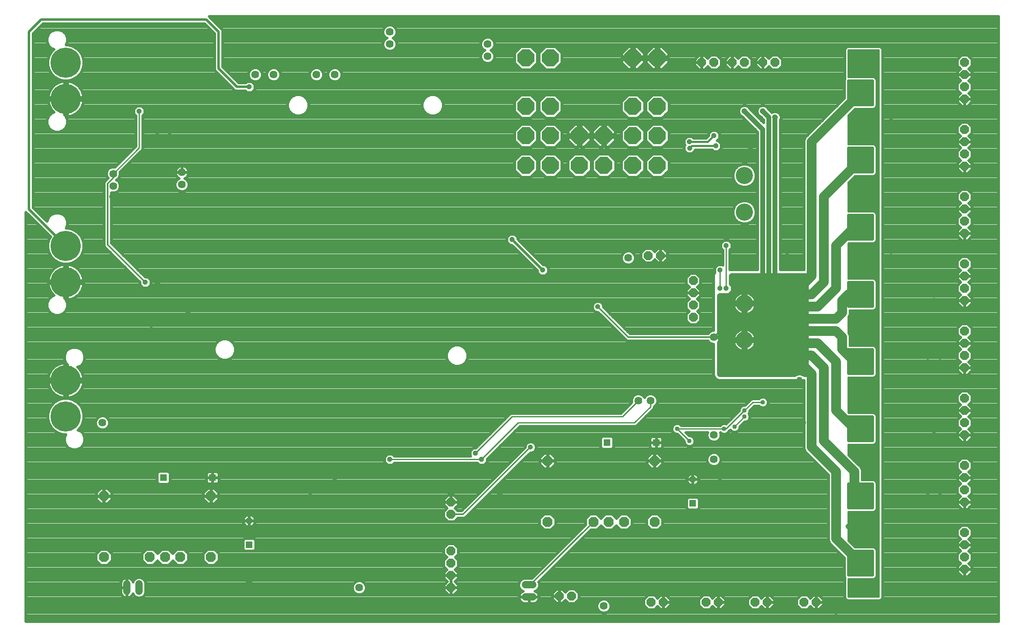
<source format=gbl>
G75*
%MOIN*%
%OFA0B0*%
%FSLAX25Y25*%
%IPPOS*%
%LPD*%
%AMOC8*
5,1,8,0,0,1.08239X$1,22.5*
%
%ADD10OC8,0.07124*%
%ADD11C,0.14000*%
%ADD12OC8,0.14118*%
%ADD13OC8,0.08250*%
%ADD14C,0.06000*%
%ADD15R,0.05746X0.05746*%
%ADD16R,0.05550X0.05550*%
%ADD17C,0.05550*%
%ADD18C,0.24669*%
%ADD19C,0.06400*%
%ADD20C,0.04559*%
%ADD21C,0.02400*%
%ADD22C,0.04165*%
%ADD23C,0.04362*%
%ADD24C,0.04756*%
%ADD25C,0.03772*%
%ADD26C,0.04953*%
%ADD27OC8,0.04165*%
%ADD28OC8,0.05346*%
%ADD29C,0.01000*%
%ADD30C,0.01200*%
%ADD31OC8,0.03969*%
%ADD32OC8,0.05150*%
%ADD33OC8,0.04362*%
%ADD34C,0.02000*%
%ADD35C,0.05000*%
%ADD36C,0.08000*%
%ADD37C,0.04000*%
%ADD38C,0.01600*%
%ADD39C,0.05937*%
D10*
X0993000Y0963000D03*
X0993000Y0973000D03*
X0993000Y0983000D03*
X0993000Y0993000D03*
X0993000Y1023000D03*
X0993000Y1033000D03*
X1081700Y0956100D03*
X1091700Y0956100D03*
X1156700Y0951100D03*
X1166700Y0951100D03*
X1201700Y0951100D03*
X1211700Y0951100D03*
X1241700Y0951100D03*
X1251700Y0951100D03*
X1281700Y0951100D03*
X1291700Y0951100D03*
X1413000Y0978000D03*
X1413000Y0988000D03*
X1413000Y0998000D03*
X1413000Y1008000D03*
X1413000Y1033000D03*
X1413000Y1043000D03*
X1413000Y1053000D03*
X1413000Y1063000D03*
X1413000Y1088000D03*
X1413000Y1098000D03*
X1413000Y1108000D03*
X1413000Y1118000D03*
X1413000Y1143000D03*
X1413000Y1153000D03*
X1413000Y1163000D03*
X1413000Y1173000D03*
X1413000Y1198000D03*
X1413000Y1208000D03*
X1413000Y1218000D03*
X1413000Y1228000D03*
X1413000Y1253000D03*
X1413000Y1263000D03*
X1413000Y1273000D03*
X1413000Y1283000D03*
X1413000Y1308000D03*
X1413000Y1318000D03*
X1413000Y1328000D03*
X1413000Y1338000D03*
X1413000Y1363000D03*
X1413000Y1373000D03*
X1413000Y1383000D03*
X1413000Y1393000D03*
X1258000Y1393000D03*
X1248000Y1393000D03*
X1233000Y1393000D03*
X1223000Y1393000D03*
X1208000Y1393000D03*
X1198000Y1393000D03*
X1164300Y1234900D03*
X1154300Y1234900D03*
X1191100Y1214300D03*
X1191100Y1204300D03*
X1191100Y1194300D03*
X1191100Y1184300D03*
D11*
X1233000Y1195650D03*
X1233000Y1165650D03*
X1233000Y1270350D03*
X1233000Y1300350D03*
D12*
X1161701Y1308709D03*
X1141701Y1308709D03*
X1118000Y1308709D03*
X1098000Y1308709D03*
X1074299Y1308709D03*
X1074299Y1333000D03*
X1098000Y1333000D03*
X1118000Y1333000D03*
X1141701Y1333000D03*
X1161701Y1333000D03*
X1161701Y1357016D03*
X1141701Y1357016D03*
X1141701Y1396701D03*
X1161701Y1396701D03*
X1074299Y1396701D03*
X1054299Y1396701D03*
X1054299Y1357016D03*
X1054299Y1333000D03*
X1054299Y1308709D03*
X1074299Y1357016D03*
D13*
X1071950Y1066800D03*
X1071950Y1016800D03*
X1109450Y1016800D03*
X1121950Y1016800D03*
X1134450Y1016800D03*
X1159450Y1016800D03*
X1159450Y1066800D03*
X0796750Y1038000D03*
X0796750Y0988000D03*
X0771750Y0988000D03*
X0759250Y0988000D03*
X0746750Y0988000D03*
X0709250Y0988000D03*
X0709250Y1038000D03*
D14*
X0728000Y0966000D02*
X0728000Y0960000D01*
X0738000Y0960000D02*
X0738000Y0966000D01*
X1053800Y0965300D02*
X1059800Y0965300D01*
X1059800Y0955300D02*
X1053800Y0955300D01*
D15*
X1120621Y1081800D03*
X1160779Y1081800D03*
X0798079Y1053000D03*
X0757921Y1053000D03*
D16*
X0828000Y0998157D03*
X1190700Y1031957D03*
D17*
X1190700Y1051643D03*
X0828000Y1017843D03*
D18*
X0678000Y1103250D03*
X0678000Y1132750D03*
X0678000Y1213250D03*
X0678000Y1242750D03*
X0678000Y1363250D03*
X0678000Y1392750D03*
D19*
X0716800Y1301900D03*
X0716800Y1291900D03*
X0773000Y1293000D03*
X0773000Y1303000D03*
X0833000Y1383000D03*
X0848000Y1383000D03*
X0883000Y1383000D03*
X0898000Y1383000D03*
X0943000Y1408000D03*
X0943000Y1418000D03*
X1023000Y1408000D03*
X1023000Y1398000D03*
X1138000Y1233000D03*
X1208000Y1168000D03*
X1156200Y1116100D03*
X1146200Y1116100D03*
X1208000Y1088000D03*
X1208000Y1068000D03*
X1118000Y0948000D03*
X0918000Y0963000D03*
X0708000Y1098000D03*
D20*
X1268000Y1238000D03*
X1323000Y1233000D03*
X1323000Y1250500D03*
X1323000Y1258000D03*
X1323000Y1265500D03*
X1333000Y1265500D03*
X1333000Y1250500D03*
X1323000Y1288000D03*
X1323000Y1305500D03*
X1323000Y1313000D03*
X1323000Y1320500D03*
X1333000Y1320500D03*
X1333000Y1305500D03*
X1323000Y1343000D03*
X1323000Y1360500D03*
X1323000Y1368000D03*
X1323000Y1375500D03*
X1333000Y1375500D03*
X1333000Y1360500D03*
X1323000Y1398000D03*
X1393000Y1403000D03*
X1388000Y1363000D03*
X1388000Y1308000D03*
X1388000Y1253000D03*
X1388000Y1198000D03*
X1388000Y1143000D03*
X1388000Y1088000D03*
X1388000Y1033000D03*
X1333000Y1030500D03*
X1323000Y1030500D03*
X1323000Y1038000D03*
X1323000Y1045500D03*
X1333000Y1045500D03*
X1323006Y1068006D03*
X1323000Y1085500D03*
X1323000Y1093000D03*
X1323000Y1100500D03*
X1333000Y1100500D03*
X1333000Y1085500D03*
X1323000Y1123000D03*
X1323000Y1140500D03*
X1323000Y1148000D03*
X1323000Y1155500D03*
X1333000Y1155500D03*
X1333000Y1140500D03*
X1323000Y1178000D03*
X1323000Y1195500D03*
X1323000Y1203000D03*
X1323000Y1210500D03*
X1333000Y1210500D03*
X1333000Y1195500D03*
X1318000Y1013000D03*
X1323000Y0990500D03*
X1323000Y0983000D03*
X1323000Y0975500D03*
X1333000Y0975500D03*
X1333000Y0990500D03*
D21*
X0645400Y0935400D02*
X0645400Y1270542D01*
X0646074Y1269868D01*
X0665454Y1250488D01*
X0664270Y1248437D01*
X0663265Y1244690D01*
X0663265Y1240810D01*
X0664270Y1237063D01*
X0666209Y1233703D01*
X0668953Y1230959D01*
X0672313Y1229020D01*
X0676060Y1228015D01*
X0679940Y1228015D01*
X0683687Y1229020D01*
X0687047Y1230959D01*
X0689791Y1233703D01*
X0691730Y1237063D01*
X0692735Y1240810D01*
X0692735Y1244690D01*
X0691730Y1248437D01*
X0689791Y1251797D01*
X0687047Y1254541D01*
X0683687Y1256480D01*
X0679940Y1257485D01*
X0678179Y1257485D01*
X0679200Y1259949D01*
X0679200Y1263251D01*
X0677936Y1266302D01*
X0675602Y1268636D01*
X0672551Y1269900D01*
X0669249Y1269900D01*
X0666198Y1268636D01*
X0663864Y1266302D01*
X0662600Y1263251D01*
X0662600Y1262958D01*
X0651400Y1274158D01*
X0651400Y1416592D01*
X0659408Y1424600D01*
X0791592Y1424600D01*
X0799600Y1416592D01*
X0799600Y1387324D01*
X0800118Y1386074D01*
X0816074Y1370118D01*
X0817324Y1369600D01*
X0825061Y1369600D01*
X0826143Y1368517D01*
X0829857Y1368517D01*
X0832483Y1371143D01*
X0832483Y1374857D01*
X0829857Y1377483D01*
X0826143Y1377483D01*
X0825061Y1376400D01*
X0819408Y1376400D01*
X0806400Y1389408D01*
X0806400Y1418676D01*
X0805882Y1419926D01*
X0804926Y1420882D01*
X0795208Y1430600D01*
X1440521Y1430600D01*
X1440521Y0935400D01*
X0645400Y0935400D01*
X0645400Y0937797D02*
X1440521Y0937797D01*
X1440521Y0940196D02*
X0645400Y0940196D01*
X0645400Y0942594D02*
X1116418Y0942594D01*
X1116886Y0942400D02*
X1119114Y0942400D01*
X1121172Y0943253D01*
X1122747Y0944828D01*
X1123600Y0946886D01*
X1123600Y0949114D01*
X1122747Y0951172D01*
X1121172Y0952747D01*
X1119114Y0953600D01*
X1116886Y0953600D01*
X1114828Y0952747D01*
X1113253Y0951172D01*
X1112400Y0949114D01*
X1112400Y0946886D01*
X1113253Y0944828D01*
X1114828Y0943253D01*
X1116886Y0942400D01*
X1119582Y0942594D02*
X1440521Y0942594D01*
X1440521Y0944993D02*
X1122816Y0944993D01*
X1123600Y0947391D02*
X1151977Y0947391D01*
X1150738Y0948630D02*
X1154230Y0945138D01*
X1159170Y0945138D01*
X1161841Y0947810D01*
X1164313Y0945338D01*
X1166700Y0945338D01*
X1169087Y0945338D01*
X1172462Y0948713D01*
X1172462Y0951100D01*
X1172462Y0953487D01*
X1169087Y0956862D01*
X1166700Y0956862D01*
X1166700Y0951100D01*
X1172462Y0951100D01*
X1166700Y0951100D01*
X1166700Y0951100D01*
X1166700Y0951100D01*
X1166700Y0945338D01*
X1166700Y0951100D01*
X1166700Y0951100D01*
X1166700Y0956862D01*
X1164313Y0956862D01*
X1161841Y0954390D01*
X1159170Y0957062D01*
X1154230Y0957062D01*
X1150738Y0953570D01*
X1150738Y0948630D01*
X1150738Y0949790D02*
X1123320Y0949790D01*
X1121731Y0952188D02*
X1150738Y0952188D01*
X1151755Y0954587D02*
X1097662Y0954587D01*
X1097662Y0953630D02*
X1097662Y0958570D01*
X1094170Y0962062D01*
X1089230Y0962062D01*
X1086559Y0959390D01*
X1084087Y0961862D01*
X1081700Y0961862D01*
X1081700Y0956100D01*
X1081700Y0956100D01*
X1081700Y0961862D01*
X1079313Y0961862D01*
X1075938Y0958487D01*
X1075938Y0956100D01*
X1081700Y0956100D01*
X1081700Y0950338D01*
X1084087Y0950338D01*
X1086559Y0952810D01*
X1089230Y0950138D01*
X1094170Y0950138D01*
X1097662Y0953630D01*
X1096220Y0952188D02*
X1114269Y0952188D01*
X1112680Y0949790D02*
X0645400Y0949790D01*
X0645400Y0952188D02*
X1049633Y0952188D01*
X1049834Y0951912D02*
X1050412Y0951334D01*
X1051075Y0950853D01*
X1051804Y0950481D01*
X1052582Y0950228D01*
X1053391Y0950100D01*
X1056800Y0950100D01*
X1060209Y0950100D01*
X1061018Y0950228D01*
X1061796Y0950481D01*
X1062525Y0950853D01*
X1063188Y0951334D01*
X1063766Y0951912D01*
X1064247Y0952575D01*
X1064619Y0953304D01*
X1064872Y0954082D01*
X1065000Y0954891D01*
X1065000Y0955300D01*
X1065000Y0955709D01*
X1064872Y0956518D01*
X1064619Y0957296D01*
X1064247Y0958025D01*
X1063766Y0958688D01*
X1063188Y0959266D01*
X1062525Y0959747D01*
X1061796Y0960119D01*
X1061576Y0960191D01*
X1062859Y0960722D01*
X1064378Y0962241D01*
X1065200Y0964226D01*
X1065200Y0966374D01*
X1064634Y0967741D01*
X1107168Y1010275D01*
X1112153Y1010275D01*
X1115700Y1013822D01*
X1119247Y1010275D01*
X1124653Y1010275D01*
X1128200Y1013822D01*
X1131747Y1010275D01*
X1137153Y1010275D01*
X1140975Y1014097D01*
X1140975Y1019503D01*
X1137153Y1023325D01*
X1131747Y1023325D01*
X1128200Y1019778D01*
X1124653Y1023325D01*
X1119247Y1023325D01*
X1115700Y1019778D01*
X1112153Y1023325D01*
X1106747Y1023325D01*
X1102925Y1019503D01*
X1102925Y1014518D01*
X1059107Y0970700D01*
X1052726Y0970700D01*
X1050741Y0969878D01*
X1049222Y0968359D01*
X1048400Y0966374D01*
X1048400Y0964226D01*
X1049222Y0962241D01*
X1050741Y0960722D01*
X1052024Y0960191D01*
X1051804Y0960119D01*
X1051075Y0959747D01*
X1050412Y0959266D01*
X1049834Y0958688D01*
X1049353Y0958025D01*
X1048981Y0957296D01*
X1048728Y0956518D01*
X1048600Y0955709D01*
X1048600Y0955300D01*
X1056800Y0955300D01*
X1065000Y0955300D01*
X1056800Y0955300D01*
X1056800Y0955300D01*
X1056800Y0950100D01*
X1056800Y0955300D01*
X1056800Y0955300D01*
X1056800Y0955300D01*
X1048600Y0955300D01*
X1048600Y0954891D01*
X1048728Y0954082D01*
X1048981Y0953304D01*
X1049353Y0952575D01*
X1049834Y0951912D01*
X1048648Y0954587D02*
X0645400Y0954587D01*
X0645400Y0956985D02*
X0723763Y0956985D01*
X0723553Y0957275D02*
X0724034Y0956612D01*
X0724612Y0956034D01*
X0725275Y0955553D01*
X0726004Y0955181D01*
X0726782Y0954928D01*
X0727591Y0954800D01*
X0728000Y0954800D01*
X0728409Y0954800D01*
X0729218Y0954928D01*
X0729996Y0955181D01*
X0730725Y0955553D01*
X0731388Y0956034D01*
X0731966Y0956612D01*
X0732447Y0957275D01*
X0732819Y0958004D01*
X0732891Y0958224D01*
X0733422Y0956941D01*
X0734941Y0955422D01*
X0736926Y0954600D01*
X0739074Y0954600D01*
X0741059Y0955422D01*
X0742578Y0956941D01*
X0743400Y0958926D01*
X0743400Y0967074D01*
X0742578Y0969059D01*
X0741059Y0970578D01*
X0739074Y0971400D01*
X0736926Y0971400D01*
X0734941Y0970578D01*
X0733422Y0969059D01*
X0732891Y0967776D01*
X0732819Y0967996D01*
X0732447Y0968725D01*
X0731966Y0969388D01*
X0731388Y0969966D01*
X0730725Y0970447D01*
X0729996Y0970819D01*
X0729218Y0971072D01*
X0728409Y0971200D01*
X0728000Y0971200D01*
X0728000Y0963000D01*
X0728000Y0963000D01*
X0728000Y0963000D01*
X0722800Y0963000D01*
X0722800Y0966409D01*
X0722928Y0967218D01*
X0723181Y0967996D01*
X0723553Y0968725D01*
X0724034Y0969388D01*
X0724612Y0969966D01*
X0725275Y0970447D01*
X0726004Y0970819D01*
X0726782Y0971072D01*
X0727591Y0971200D01*
X0728000Y0971200D01*
X0728000Y0963000D01*
X0728000Y0954800D01*
X0728000Y0963000D01*
X0728000Y0963000D01*
X0722800Y0963000D01*
X0722800Y0959591D01*
X0722928Y0958782D01*
X0723181Y0958004D01*
X0723553Y0957275D01*
X0722833Y0959384D02*
X0645400Y0959384D01*
X0645400Y0961782D02*
X0722800Y0961782D01*
X0722800Y0964181D02*
X0645400Y0964181D01*
X0645400Y0966579D02*
X0722827Y0966579D01*
X0723736Y0968978D02*
X0645400Y0968978D01*
X0645400Y0971376D02*
X0736868Y0971376D01*
X0739132Y0971376D02*
X0987238Y0971376D01*
X0987238Y0970613D02*
X0989851Y0968000D01*
X0987238Y0965387D01*
X0987238Y0963000D01*
X0993000Y0963000D01*
X0998762Y0963000D01*
X0998762Y0965387D01*
X0996149Y0968000D01*
X0998762Y0970613D01*
X0998762Y0973000D01*
X0998762Y0975387D01*
X0996290Y0977859D01*
X0998962Y0980530D01*
X0998962Y0985470D01*
X0996432Y0988000D01*
X0998962Y0990530D01*
X0998962Y0995470D01*
X0995470Y0998962D01*
X0990530Y0998962D01*
X0987038Y0995470D01*
X0987038Y0990530D01*
X0989568Y0988000D01*
X0987038Y0985470D01*
X0987038Y0980530D01*
X0989710Y0977859D01*
X0987238Y0975387D01*
X0987238Y0973000D01*
X0993000Y0973000D01*
X0998762Y0973000D01*
X0993000Y0973000D01*
X0993000Y0973000D01*
X0993000Y0973000D01*
X0993000Y0967238D01*
X0993000Y0963000D01*
X0993000Y0963000D01*
X0993000Y0963000D01*
X0998762Y0963000D01*
X0998762Y0960613D01*
X0995387Y0957238D01*
X0993000Y0957238D01*
X0993000Y0963000D01*
X0993000Y0963000D01*
X0993000Y0963000D01*
X0993000Y0973000D01*
X0993000Y0973000D01*
X0987238Y0973000D01*
X0987238Y0970613D01*
X0988873Y0968978D02*
X0742612Y0968978D01*
X0743400Y0966579D02*
X0913660Y0966579D01*
X0913253Y0966172D02*
X0912400Y0964114D01*
X0912400Y0961886D01*
X0913253Y0959828D01*
X0914828Y0958253D01*
X0916886Y0957400D01*
X0919114Y0957400D01*
X0921172Y0958253D01*
X0922747Y0959828D01*
X0923600Y0961886D01*
X0923600Y0964114D01*
X0922747Y0966172D01*
X0921172Y0967747D01*
X0919114Y0968600D01*
X0916886Y0968600D01*
X0914828Y0967747D01*
X0913253Y0966172D01*
X0912428Y0964181D02*
X0743400Y0964181D01*
X0743400Y0961782D02*
X0912443Y0961782D01*
X0913697Y0959384D02*
X0743400Y0959384D01*
X0742596Y0956985D02*
X1048880Y0956985D01*
X1050574Y0959384D02*
X0997533Y0959384D01*
X0998762Y0961782D02*
X1049681Y0961782D01*
X1048419Y0964181D02*
X0998762Y0964181D01*
X0997570Y0966579D02*
X1048485Y0966579D01*
X1049841Y0968978D02*
X0997127Y0968978D01*
X0998762Y0971376D02*
X1059784Y0971376D01*
X1062182Y0973775D02*
X0998762Y0973775D01*
X0997976Y0976173D02*
X1064581Y0976173D01*
X1066979Y0978572D02*
X0997004Y0978572D01*
X0998962Y0980970D02*
X1069378Y0980970D01*
X1071776Y0983369D02*
X0998962Y0983369D01*
X0998665Y0985767D02*
X1074175Y0985767D01*
X1076573Y0988166D02*
X0996598Y0988166D01*
X0998962Y0990564D02*
X1078972Y0990564D01*
X1081370Y0992963D02*
X0998962Y0992963D01*
X0998962Y0995361D02*
X1083769Y0995361D01*
X1086167Y0997760D02*
X0996672Y0997760D01*
X0989328Y0997760D02*
X0833175Y0997760D01*
X0833175Y1000158D02*
X1088566Y1000158D01*
X1090964Y1002557D02*
X0832544Y1002557D01*
X0832809Y1002292D02*
X0832134Y1002967D01*
X0831252Y1003332D01*
X0824748Y1003332D01*
X0823866Y1002967D01*
X0823191Y1002292D01*
X0822825Y1001410D01*
X0822825Y0994905D01*
X0823191Y0994023D01*
X0823866Y0993348D01*
X0824748Y0992983D01*
X0831252Y0992983D01*
X0832134Y0993348D01*
X0832809Y0994023D01*
X0833175Y0994905D01*
X0833175Y1001410D01*
X0832809Y1002292D01*
X0833175Y0995361D02*
X0987038Y0995361D01*
X0987038Y0992963D02*
X0801015Y0992963D01*
X0799453Y0994525D02*
X0794047Y0994525D01*
X0790225Y0990703D01*
X0790225Y0985297D01*
X0794047Y0981475D01*
X0799453Y0981475D01*
X0803275Y0985297D01*
X0803275Y0990703D01*
X0799453Y0994525D01*
X0803275Y0990564D02*
X0987038Y0990564D01*
X0989402Y0988166D02*
X0803275Y0988166D01*
X0803275Y0985767D02*
X0987335Y0985767D01*
X0987038Y0983369D02*
X0801346Y0983369D01*
X0792154Y0983369D02*
X0776346Y0983369D01*
X0774453Y0981475D02*
X0778275Y0985297D01*
X0778275Y0990703D01*
X0774453Y0994525D01*
X0769047Y0994525D01*
X0765500Y0990978D01*
X0761953Y0994525D01*
X0756547Y0994525D01*
X0753000Y0990978D01*
X0749453Y0994525D01*
X0744047Y0994525D01*
X0740225Y0990703D01*
X0740225Y0985297D01*
X0744047Y0981475D01*
X0749453Y0981475D01*
X0753000Y0985022D01*
X0756547Y0981475D01*
X0761953Y0981475D01*
X0765500Y0985022D01*
X0769047Y0981475D01*
X0774453Y0981475D01*
X0778275Y0985767D02*
X0790225Y0985767D01*
X0790225Y0988166D02*
X0778275Y0988166D01*
X0778275Y0990564D02*
X0790225Y0990564D01*
X0792485Y0992963D02*
X0776015Y0992963D01*
X0767485Y0992963D02*
X0763515Y0992963D01*
X0754985Y0992963D02*
X0751015Y0992963D01*
X0742485Y0992963D02*
X0713515Y0992963D01*
X0711953Y0994525D02*
X0706547Y0994525D01*
X0702725Y0990703D01*
X0702725Y0985297D01*
X0706547Y0981475D01*
X0711953Y0981475D01*
X0715775Y0985297D01*
X0715775Y0990703D01*
X0711953Y0994525D01*
X0715775Y0990564D02*
X0740225Y0990564D01*
X0740225Y0988166D02*
X0715775Y0988166D01*
X0715775Y0985767D02*
X0740225Y0985767D01*
X0742154Y0983369D02*
X0713846Y0983369D01*
X0704654Y0983369D02*
X0645400Y0983369D01*
X0645400Y0985767D02*
X0702725Y0985767D01*
X0702725Y0988166D02*
X0645400Y0988166D01*
X0645400Y0990564D02*
X0702725Y0990564D01*
X0704985Y0992963D02*
X0645400Y0992963D01*
X0645400Y0995361D02*
X0822825Y0995361D01*
X0822825Y0997760D02*
X0645400Y0997760D01*
X0645400Y1000158D02*
X0822825Y1000158D01*
X0823456Y1002557D02*
X0645400Y1002557D01*
X0645400Y1004955D02*
X1093363Y1004955D01*
X1095761Y1007354D02*
X0645400Y1007354D01*
X0645400Y1009752D02*
X1098160Y1009752D01*
X1100558Y1012151D02*
X1076529Y1012151D01*
X1074653Y1010275D02*
X1078475Y1014097D01*
X1078475Y1019503D01*
X1074653Y1023325D01*
X1069247Y1023325D01*
X1065425Y1019503D01*
X1065425Y1014097D01*
X1069247Y1010275D01*
X1074653Y1010275D01*
X1078475Y1014549D02*
X1102925Y1014549D01*
X1102925Y1016948D02*
X1078475Y1016948D01*
X1078475Y1019346D02*
X1102925Y1019346D01*
X1105167Y1021745D02*
X1076233Y1021745D01*
X1067667Y1021745D02*
X1005988Y1021745D01*
X1004699Y1020457D02*
X1057760Y1073517D01*
X1058892Y1073517D01*
X1060539Y1074200D01*
X1061800Y1075461D01*
X1062483Y1077108D01*
X1062483Y1078892D01*
X1061800Y1080539D01*
X1060539Y1081800D01*
X1058892Y1082483D01*
X1057108Y1082483D01*
X1055461Y1081800D01*
X1054200Y1080539D01*
X1053517Y1078892D01*
X1053517Y1077760D01*
X1001757Y1026000D01*
X0998432Y1026000D01*
X0996290Y1028141D01*
X0998762Y1030613D01*
X0998762Y1033000D01*
X0998762Y1035387D01*
X0995387Y1038762D01*
X0993000Y1038762D01*
X0993000Y1033000D01*
X0998762Y1033000D01*
X0993000Y1033000D01*
X0993000Y1033000D01*
X0993000Y1033000D01*
X0993000Y1033000D01*
X0987238Y1033000D01*
X0987238Y1035387D01*
X0990613Y1038762D01*
X0993000Y1038762D01*
X0993000Y1033000D01*
X0987238Y1033000D01*
X0987238Y1030613D01*
X0989710Y1028141D01*
X0987038Y1025470D01*
X0987038Y1020530D01*
X0990530Y1017038D01*
X0995470Y1017038D01*
X0998432Y1020000D01*
X1003597Y1020000D01*
X1004699Y1020457D01*
X1008386Y1024143D02*
X1301600Y1024143D01*
X1301600Y1021745D02*
X1163733Y1021745D01*
X1162153Y1023325D02*
X1156747Y1023325D01*
X1152925Y1019503D01*
X1152925Y1014097D01*
X1156747Y1010275D01*
X1162153Y1010275D01*
X1165975Y1014097D01*
X1165975Y1019503D01*
X1162153Y1023325D01*
X1165975Y1019346D02*
X1301600Y1019346D01*
X1301600Y1016948D02*
X1165975Y1016948D01*
X1165975Y1014549D02*
X1301600Y1014549D01*
X1301600Y1012151D02*
X1164029Y1012151D01*
X1154871Y1012151D02*
X1139029Y1012151D01*
X1140975Y1014549D02*
X1152925Y1014549D01*
X1152925Y1016948D02*
X1140975Y1016948D01*
X1140975Y1019346D02*
X1152925Y1019346D01*
X1155167Y1021745D02*
X1138733Y1021745D01*
X1130167Y1021745D02*
X1126233Y1021745D01*
X1117667Y1021745D02*
X1113733Y1021745D01*
X1114029Y1012151D02*
X1117371Y1012151D01*
X1126529Y1012151D02*
X1129871Y1012151D01*
X1106645Y1009752D02*
X1301600Y1009752D01*
X1301600Y1007354D02*
X1104246Y1007354D01*
X1101848Y1004955D02*
X1301600Y1004955D01*
X1301600Y1002557D02*
X1099449Y1002557D01*
X1097051Y1000158D02*
X1302250Y1000158D01*
X1302574Y0999375D02*
X1304375Y0997574D01*
X1314600Y0987349D01*
X1314600Y0972324D01*
X1315000Y0971358D01*
X1315000Y0954903D01*
X1315457Y0953801D01*
X1316301Y0952957D01*
X1317403Y0952500D01*
X1343597Y0952500D01*
X1344699Y0952957D01*
X1345543Y0953801D01*
X1346000Y0954903D01*
X1346000Y1403597D01*
X1345543Y1404699D01*
X1344699Y1405543D01*
X1343597Y1406000D01*
X1317403Y1406000D01*
X1316301Y1405543D01*
X1315457Y1404699D01*
X1315000Y1403597D01*
X1315000Y1379642D01*
X1314600Y1378676D01*
X1314600Y1363651D01*
X1284375Y1333426D01*
X1282574Y1331625D01*
X1281600Y1329273D01*
X1281600Y1223300D01*
X1262400Y1223300D01*
X1262400Y1346137D01*
X1262778Y1347050D01*
X1262778Y1348950D01*
X1262051Y1350706D01*
X1260706Y1352051D01*
X1258950Y1352778D01*
X1257050Y1352778D01*
X1255294Y1352051D01*
X1255233Y1351990D01*
X1252428Y1354794D01*
X1252051Y1355706D01*
X1250706Y1357051D01*
X1248950Y1357778D01*
X1247050Y1357778D01*
X1245294Y1357051D01*
X1243949Y1355706D01*
X1243222Y1353950D01*
X1243222Y1352050D01*
X1243949Y1350294D01*
X1245294Y1348949D01*
X1246206Y1348571D01*
X1248600Y1346177D01*
X1248600Y1343623D01*
X1237428Y1354794D01*
X1237051Y1355706D01*
X1235706Y1357051D01*
X1233950Y1357778D01*
X1232050Y1357778D01*
X1230294Y1357051D01*
X1228949Y1355706D01*
X1228222Y1353950D01*
X1228222Y1352050D01*
X1228949Y1350294D01*
X1230294Y1348949D01*
X1231206Y1348571D01*
X1243600Y1336177D01*
X1243600Y1223300D01*
X1220900Y1223300D01*
X1220900Y1239561D01*
X1222483Y1241143D01*
X1222483Y1244857D01*
X1219857Y1247483D01*
X1216143Y1247483D01*
X1213517Y1244857D01*
X1213517Y1241143D01*
X1215100Y1239561D01*
X1215100Y1227239D01*
X1214857Y1227483D01*
X1211143Y1227483D01*
X1208517Y1224857D01*
X1208517Y1221143D01*
X1208583Y1221078D01*
X1208507Y1221002D01*
X1207700Y1219054D01*
X1207700Y1173600D01*
X1206886Y1173600D01*
X1204828Y1172747D01*
X1203253Y1171172D01*
X1203181Y1171000D01*
X1139243Y1171000D01*
X1117483Y1192760D01*
X1117483Y1193892D01*
X1116800Y1195539D01*
X1115539Y1196800D01*
X1113892Y1197483D01*
X1112108Y1197483D01*
X1110461Y1196800D01*
X1109200Y1195539D01*
X1108517Y1193892D01*
X1108517Y1192108D01*
X1109200Y1190461D01*
X1110461Y1189200D01*
X1112108Y1188517D01*
X1113240Y1188517D01*
X1135457Y1166301D01*
X1136301Y1165457D01*
X1137403Y1165000D01*
X1203181Y1165000D01*
X1203253Y1164828D01*
X1204828Y1163253D01*
X1206886Y1162400D01*
X1207700Y1162400D01*
X1207700Y1136946D01*
X1208507Y1134998D01*
X1209998Y1133507D01*
X1211946Y1132700D01*
X1281600Y1132700D01*
X1281600Y1076727D01*
X1282574Y1074375D01*
X1301600Y1055349D01*
X1301600Y1001727D01*
X1302574Y0999375D01*
X1304189Y0997760D02*
X1094652Y0997760D01*
X1092254Y0995361D02*
X1306588Y0995361D01*
X1308986Y0992963D02*
X1089855Y0992963D01*
X1087457Y0990564D02*
X1311385Y0990564D01*
X1313783Y0988166D02*
X1085058Y0988166D01*
X1082660Y0985767D02*
X1314600Y0985767D01*
X1314600Y0983369D02*
X1080261Y0983369D01*
X1077863Y0980970D02*
X1314600Y0980970D01*
X1314600Y0978572D02*
X1075464Y0978572D01*
X1073066Y0976173D02*
X1314600Y0976173D01*
X1314600Y0973775D02*
X1070667Y0973775D01*
X1068269Y0971376D02*
X1314992Y0971376D01*
X1315000Y0968978D02*
X1065870Y0968978D01*
X1065115Y0966579D02*
X1315000Y0966579D01*
X1315000Y0964181D02*
X1065181Y0964181D01*
X1063919Y0961782D02*
X1079233Y0961782D01*
X1081700Y0961782D02*
X1081700Y0961782D01*
X1081700Y0959384D02*
X1081700Y0959384D01*
X1081700Y0956985D02*
X1081700Y0956985D01*
X1081700Y0956100D02*
X1081700Y0956100D01*
X1081700Y0956100D01*
X1081700Y0950338D01*
X1079313Y0950338D01*
X1075938Y0953713D01*
X1075938Y0956100D01*
X1081700Y0956100D01*
X1081700Y0954587D02*
X1081700Y0954587D01*
X1081700Y0952188D02*
X1081700Y0952188D01*
X1085937Y0952188D02*
X1087180Y0952188D01*
X1077463Y0952188D02*
X1063967Y0952188D01*
X1064952Y0954587D02*
X1075938Y0954587D01*
X1075938Y0956985D02*
X1064720Y0956985D01*
X1063026Y0959384D02*
X1076835Y0959384D01*
X1084167Y0961782D02*
X1088950Y0961782D01*
X1094450Y0961782D02*
X1315000Y0961782D01*
X1315000Y0959384D02*
X1096848Y0959384D01*
X1097662Y0956985D02*
X1154153Y0956985D01*
X1159247Y0956985D02*
X1199153Y0956985D01*
X1199230Y0957062D02*
X1195738Y0953570D01*
X1195738Y0948630D01*
X1199230Y0945138D01*
X1204170Y0945138D01*
X1206841Y0947810D01*
X1209313Y0945338D01*
X1211700Y0945338D01*
X1214087Y0945338D01*
X1217462Y0948713D01*
X1217462Y0951100D01*
X1217462Y0953487D01*
X1214087Y0956862D01*
X1211700Y0956862D01*
X1211700Y0951100D01*
X1217462Y0951100D01*
X1211700Y0951100D01*
X1211700Y0951100D01*
X1211700Y0951100D01*
X1211700Y0945338D01*
X1211700Y0951100D01*
X1211700Y0951100D01*
X1211700Y0956862D01*
X1209313Y0956862D01*
X1206841Y0954390D01*
X1204170Y0957062D01*
X1199230Y0957062D01*
X1196755Y0954587D02*
X1171362Y0954587D01*
X1172462Y0952188D02*
X1195738Y0952188D01*
X1195738Y0949790D02*
X1172462Y0949790D01*
X1171140Y0947391D02*
X1196977Y0947391D01*
X1206423Y0947391D02*
X1207260Y0947391D01*
X1211700Y0947391D02*
X1211700Y0947391D01*
X1211700Y0949790D02*
X1211700Y0949790D01*
X1211700Y0952188D02*
X1211700Y0952188D01*
X1211700Y0954587D02*
X1211700Y0954587D01*
X1216362Y0954587D02*
X1236755Y0954587D01*
X1235738Y0953570D02*
X1235738Y0948630D01*
X1239230Y0945138D01*
X1244170Y0945138D01*
X1246841Y0947810D01*
X1249313Y0945338D01*
X1251700Y0945338D01*
X1254087Y0945338D01*
X1257462Y0948713D01*
X1257462Y0951100D01*
X1257462Y0953487D01*
X1254087Y0956862D01*
X1251700Y0956862D01*
X1251700Y0951100D01*
X1257462Y0951100D01*
X1251700Y0951100D01*
X1251700Y0951100D01*
X1251700Y0951100D01*
X1251700Y0945338D01*
X1251700Y0951100D01*
X1251700Y0951100D01*
X1251700Y0956862D01*
X1249313Y0956862D01*
X1246841Y0954390D01*
X1244170Y0957062D01*
X1239230Y0957062D01*
X1235738Y0953570D01*
X1235738Y0952188D02*
X1217462Y0952188D01*
X1217462Y0949790D02*
X1235738Y0949790D01*
X1236977Y0947391D02*
X1216140Y0947391D01*
X1207038Y0954587D02*
X1206645Y0954587D01*
X1204247Y0956985D02*
X1239153Y0956985D01*
X1244247Y0956985D02*
X1279153Y0956985D01*
X1279230Y0957062D02*
X1275738Y0953570D01*
X1275738Y0948630D01*
X1279230Y0945138D01*
X1284170Y0945138D01*
X1286841Y0947810D01*
X1289313Y0945338D01*
X1291700Y0945338D01*
X1294087Y0945338D01*
X1297462Y0948713D01*
X1297462Y0951100D01*
X1297462Y0953487D01*
X1294087Y0956862D01*
X1291700Y0956862D01*
X1291700Y0951100D01*
X1297462Y0951100D01*
X1291700Y0951100D01*
X1291700Y0951100D01*
X1291700Y0951100D01*
X1291700Y0945338D01*
X1291700Y0951100D01*
X1291700Y0951100D01*
X1291700Y0956862D01*
X1289313Y0956862D01*
X1286841Y0954390D01*
X1284170Y0957062D01*
X1279230Y0957062D01*
X1276755Y0954587D02*
X1256362Y0954587D01*
X1257462Y0952188D02*
X1275738Y0952188D01*
X1275738Y0949790D02*
X1257462Y0949790D01*
X1256140Y0947391D02*
X1276977Y0947391D01*
X1286423Y0947391D02*
X1287260Y0947391D01*
X1291700Y0947391D02*
X1291700Y0947391D01*
X1291700Y0949790D02*
X1291700Y0949790D01*
X1291700Y0952188D02*
X1291700Y0952188D01*
X1291700Y0954587D02*
X1291700Y0954587D01*
X1296362Y0954587D02*
X1315131Y0954587D01*
X1315000Y0956985D02*
X1284247Y0956985D01*
X1286645Y0954587D02*
X1287038Y0954587D01*
X1297462Y0952188D02*
X1440521Y0952188D01*
X1440521Y0949790D02*
X1297462Y0949790D01*
X1296140Y0947391D02*
X1440521Y0947391D01*
X1440521Y0954587D02*
X1345869Y0954587D01*
X1346000Y0956985D02*
X1440521Y0956985D01*
X1440521Y0959384D02*
X1346000Y0959384D01*
X1346000Y0961782D02*
X1440521Y0961782D01*
X1440521Y0964181D02*
X1346000Y0964181D01*
X1346000Y0966579D02*
X1440521Y0966579D01*
X1440521Y0968978D02*
X1346000Y0968978D01*
X1346000Y0971376D02*
X1440521Y0971376D01*
X1440521Y0973775D02*
X1416924Y0973775D01*
X1415387Y0972238D02*
X1418762Y0975613D01*
X1418762Y0978000D01*
X1418762Y0980387D01*
X1416290Y0982859D01*
X1418962Y0985530D01*
X1418962Y0990470D01*
X1416290Y0993141D01*
X1418762Y0995613D01*
X1418762Y0998000D01*
X1418762Y1000387D01*
X1416290Y1002859D01*
X1418962Y1005530D01*
X1418962Y1010470D01*
X1415470Y1013962D01*
X1410530Y1013962D01*
X1407038Y1010470D01*
X1407038Y1005530D01*
X1409710Y1002859D01*
X1407238Y1000387D01*
X1407238Y0998000D01*
X1413000Y0998000D01*
X1418762Y0998000D01*
X1413000Y0998000D01*
X1413000Y0998000D01*
X1413000Y0998000D01*
X1407238Y0998000D01*
X1407238Y0995613D01*
X1409710Y0993141D01*
X1407038Y0990470D01*
X1407038Y0985530D01*
X1409710Y0982859D01*
X1407238Y0980387D01*
X1407238Y0978000D01*
X1413000Y0978000D01*
X1418762Y0978000D01*
X1413000Y0978000D01*
X1413000Y0978000D01*
X1413000Y0972238D01*
X1415387Y0972238D01*
X1413000Y0972238D02*
X1413000Y0978000D01*
X1413000Y0978000D01*
X1413000Y0978000D01*
X1407238Y0978000D01*
X1407238Y0975613D01*
X1410613Y0972238D01*
X1413000Y0972238D01*
X1413000Y0973775D02*
X1413000Y0973775D01*
X1413000Y0976173D02*
X1413000Y0976173D01*
X1409076Y0973775D02*
X1346000Y0973775D01*
X1346000Y0976173D02*
X1407238Y0976173D01*
X1407238Y0978572D02*
X1346000Y0978572D01*
X1346000Y0980970D02*
X1407821Y0980970D01*
X1409199Y0983369D02*
X1346000Y0983369D01*
X1346000Y0985767D02*
X1407038Y0985767D01*
X1407038Y0988166D02*
X1346000Y0988166D01*
X1346000Y0990564D02*
X1407132Y0990564D01*
X1409531Y0992963D02*
X1346000Y0992963D01*
X1346000Y0995361D02*
X1407490Y0995361D01*
X1407238Y0997760D02*
X1346000Y0997760D01*
X1346000Y1000158D02*
X1407238Y1000158D01*
X1409408Y1002557D02*
X1346000Y1002557D01*
X1346000Y1004955D02*
X1407613Y1004955D01*
X1407038Y1007354D02*
X1346000Y1007354D01*
X1346000Y1009752D02*
X1407038Y1009752D01*
X1408719Y1012151D02*
X1346000Y1012151D01*
X1346000Y1014549D02*
X1440521Y1014549D01*
X1440521Y1012151D02*
X1417281Y1012151D01*
X1418962Y1009752D02*
X1440521Y1009752D01*
X1440521Y1007354D02*
X1418962Y1007354D01*
X1418387Y1004955D02*
X1440521Y1004955D01*
X1440521Y1002557D02*
X1416592Y1002557D01*
X1418762Y1000158D02*
X1440521Y1000158D01*
X1440521Y0997760D02*
X1418762Y0997760D01*
X1418510Y0995361D02*
X1440521Y0995361D01*
X1440521Y0992963D02*
X1416469Y0992963D01*
X1418868Y0990564D02*
X1440521Y0990564D01*
X1440521Y0988166D02*
X1418962Y0988166D01*
X1418962Y0985767D02*
X1440521Y0985767D01*
X1440521Y0983369D02*
X1416801Y0983369D01*
X1418179Y0980970D02*
X1440521Y0980970D01*
X1440521Y0978572D02*
X1418762Y0978572D01*
X1418762Y0976173D02*
X1440521Y0976173D01*
X1440521Y1016948D02*
X1346000Y1016948D01*
X1346000Y1019346D02*
X1440521Y1019346D01*
X1440521Y1021745D02*
X1346000Y1021745D01*
X1346000Y1024143D02*
X1440521Y1024143D01*
X1440521Y1026542D02*
X1346000Y1026542D01*
X1346000Y1028940D02*
X1408911Y1028940D01*
X1407238Y1030613D02*
X1410613Y1027238D01*
X1413000Y1027238D01*
X1415387Y1027238D01*
X1418762Y1030613D01*
X1418762Y1033000D01*
X1418762Y1035387D01*
X1416290Y1037859D01*
X1418962Y1040530D01*
X1418962Y1045470D01*
X1416290Y1048141D01*
X1418762Y1050613D01*
X1418762Y1053000D01*
X1418762Y1055387D01*
X1416290Y1057859D01*
X1418962Y1060530D01*
X1418962Y1065470D01*
X1415470Y1068962D01*
X1410530Y1068962D01*
X1407038Y1065470D01*
X1407038Y1060530D01*
X1409710Y1057859D01*
X1407238Y1055387D01*
X1407238Y1053000D01*
X1413000Y1053000D01*
X1418762Y1053000D01*
X1413000Y1053000D01*
X1413000Y1053000D01*
X1413000Y1053000D01*
X1407238Y1053000D01*
X1407238Y1050613D01*
X1409710Y1048141D01*
X1407038Y1045470D01*
X1407038Y1040530D01*
X1409710Y1037859D01*
X1407238Y1035387D01*
X1407238Y1033000D01*
X1413000Y1033000D01*
X1418762Y1033000D01*
X1413000Y1033000D01*
X1413000Y1033000D01*
X1413000Y1027238D01*
X1413000Y1033000D01*
X1413000Y1033000D01*
X1413000Y1033000D01*
X1407238Y1033000D01*
X1407238Y1030613D01*
X1407238Y1031339D02*
X1346000Y1031339D01*
X1346000Y1033737D02*
X1407238Y1033737D01*
X1407987Y1036136D02*
X1346000Y1036136D01*
X1346000Y1038534D02*
X1409034Y1038534D01*
X1407038Y1040933D02*
X1346000Y1040933D01*
X1346000Y1043332D02*
X1407038Y1043332D01*
X1407298Y1045730D02*
X1346000Y1045730D01*
X1346000Y1048129D02*
X1409697Y1048129D01*
X1407324Y1050527D02*
X1346000Y1050527D01*
X1346000Y1052926D02*
X1407238Y1052926D01*
X1407238Y1055324D02*
X1346000Y1055324D01*
X1346000Y1057723D02*
X1409574Y1057723D01*
X1407447Y1060121D02*
X1346000Y1060121D01*
X1346000Y1062520D02*
X1407038Y1062520D01*
X1407038Y1064918D02*
X1346000Y1064918D01*
X1346000Y1067317D02*
X1408885Y1067317D01*
X1417115Y1067317D02*
X1440521Y1067317D01*
X1440521Y1069715D02*
X1346000Y1069715D01*
X1346000Y1072114D02*
X1440521Y1072114D01*
X1440521Y1074512D02*
X1346000Y1074512D01*
X1346000Y1076911D02*
X1440521Y1076911D01*
X1440521Y1079309D02*
X1346000Y1079309D01*
X1346000Y1081708D02*
X1440521Y1081708D01*
X1440521Y1084106D02*
X1417255Y1084106D01*
X1418762Y1085613D02*
X1418762Y1088000D01*
X1418762Y1090387D01*
X1416290Y1092859D01*
X1418962Y1095530D01*
X1418962Y1100470D01*
X1416290Y1103141D01*
X1418762Y1105613D01*
X1418762Y1108000D01*
X1418762Y1110387D01*
X1416290Y1112859D01*
X1418962Y1115530D01*
X1418962Y1120470D01*
X1415470Y1123962D01*
X1410530Y1123962D01*
X1407038Y1120470D01*
X1407038Y1115530D01*
X1409710Y1112859D01*
X1407238Y1110387D01*
X1407238Y1108000D01*
X1413000Y1108000D01*
X1418762Y1108000D01*
X1413000Y1108000D01*
X1413000Y1108000D01*
X1413000Y1108000D01*
X1407238Y1108000D01*
X1407238Y1105613D01*
X1409710Y1103141D01*
X1407038Y1100470D01*
X1407038Y1095530D01*
X1409710Y1092859D01*
X1407238Y1090387D01*
X1407238Y1088000D01*
X1413000Y1088000D01*
X1418762Y1088000D01*
X1413000Y1088000D01*
X1413000Y1088000D01*
X1413000Y1082238D01*
X1415387Y1082238D01*
X1418762Y1085613D01*
X1418762Y1086505D02*
X1440521Y1086505D01*
X1440521Y1088903D02*
X1418762Y1088903D01*
X1417847Y1091302D02*
X1440521Y1091302D01*
X1440521Y1093700D02*
X1417132Y1093700D01*
X1418962Y1096099D02*
X1440521Y1096099D01*
X1440521Y1098497D02*
X1418962Y1098497D01*
X1418536Y1100896D02*
X1440521Y1100896D01*
X1440521Y1103294D02*
X1416443Y1103294D01*
X1418762Y1105693D02*
X1440521Y1105693D01*
X1440521Y1108091D02*
X1418762Y1108091D01*
X1418659Y1110490D02*
X1440521Y1110490D01*
X1440521Y1112888D02*
X1416320Y1112888D01*
X1418719Y1115287D02*
X1440521Y1115287D01*
X1440521Y1117685D02*
X1418962Y1117685D01*
X1418962Y1120084D02*
X1440521Y1120084D01*
X1440521Y1122482D02*
X1416949Y1122482D01*
X1409051Y1122482D02*
X1346000Y1122482D01*
X1346000Y1120084D02*
X1407038Y1120084D01*
X1407038Y1117685D02*
X1346000Y1117685D01*
X1346000Y1115287D02*
X1407281Y1115287D01*
X1409680Y1112888D02*
X1346000Y1112888D01*
X1346000Y1110490D02*
X1407341Y1110490D01*
X1407238Y1108091D02*
X1346000Y1108091D01*
X1346000Y1105693D02*
X1407238Y1105693D01*
X1409557Y1103294D02*
X1346000Y1103294D01*
X1346000Y1100896D02*
X1407464Y1100896D01*
X1407038Y1098497D02*
X1346000Y1098497D01*
X1346000Y1096099D02*
X1407038Y1096099D01*
X1408868Y1093700D02*
X1346000Y1093700D01*
X1346000Y1091302D02*
X1408153Y1091302D01*
X1407238Y1088903D02*
X1346000Y1088903D01*
X1346000Y1086505D02*
X1407238Y1086505D01*
X1407238Y1085613D02*
X1410613Y1082238D01*
X1413000Y1082238D01*
X1413000Y1088000D01*
X1413000Y1088000D01*
X1413000Y1088000D01*
X1407238Y1088000D01*
X1407238Y1085613D01*
X1408745Y1084106D02*
X1346000Y1084106D01*
X1346000Y1124881D02*
X1440521Y1124881D01*
X1440521Y1127279D02*
X1346000Y1127279D01*
X1346000Y1129678D02*
X1440521Y1129678D01*
X1440521Y1132076D02*
X1346000Y1132076D01*
X1346000Y1134475D02*
X1440521Y1134475D01*
X1440521Y1136873D02*
X1346000Y1136873D01*
X1346000Y1139272D02*
X1408579Y1139272D01*
X1407238Y1140613D02*
X1410613Y1137238D01*
X1413000Y1137238D01*
X1415387Y1137238D01*
X1418762Y1140613D01*
X1418762Y1143000D01*
X1418762Y1145387D01*
X1416290Y1147859D01*
X1418962Y1150530D01*
X1418962Y1155470D01*
X1416290Y1158141D01*
X1418762Y1160613D01*
X1418762Y1163000D01*
X1418762Y1165387D01*
X1416290Y1167859D01*
X1418962Y1170530D01*
X1418962Y1175470D01*
X1415470Y1178962D01*
X1410530Y1178962D01*
X1407038Y1175470D01*
X1407038Y1170530D01*
X1409710Y1167859D01*
X1407238Y1165387D01*
X1407238Y1163000D01*
X1413000Y1163000D01*
X1418762Y1163000D01*
X1413000Y1163000D01*
X1413000Y1163000D01*
X1413000Y1163000D01*
X1407238Y1163000D01*
X1407238Y1160613D01*
X1409710Y1158141D01*
X1407038Y1155470D01*
X1407038Y1150530D01*
X1409710Y1147859D01*
X1407238Y1145387D01*
X1407238Y1143000D01*
X1413000Y1143000D01*
X1418762Y1143000D01*
X1413000Y1143000D01*
X1413000Y1143000D01*
X1413000Y1137238D01*
X1413000Y1143000D01*
X1413000Y1143000D01*
X1413000Y1143000D01*
X1407238Y1143000D01*
X1407238Y1140613D01*
X1407238Y1141670D02*
X1346000Y1141670D01*
X1346000Y1144069D02*
X1407238Y1144069D01*
X1408319Y1146468D02*
X1346000Y1146468D01*
X1346000Y1148866D02*
X1408702Y1148866D01*
X1407038Y1151265D02*
X1346000Y1151265D01*
X1346000Y1153663D02*
X1407038Y1153663D01*
X1407630Y1156062D02*
X1346000Y1156062D01*
X1346000Y1158460D02*
X1409391Y1158460D01*
X1407238Y1160859D02*
X1346000Y1160859D01*
X1346000Y1163257D02*
X1407238Y1163257D01*
X1407507Y1165656D02*
X1346000Y1165656D01*
X1346000Y1168054D02*
X1409514Y1168054D01*
X1407116Y1170453D02*
X1346000Y1170453D01*
X1346000Y1172851D02*
X1407038Y1172851D01*
X1407038Y1175250D02*
X1346000Y1175250D01*
X1346000Y1177648D02*
X1409216Y1177648D01*
X1416784Y1177648D02*
X1440521Y1177648D01*
X1440521Y1175250D02*
X1418962Y1175250D01*
X1418962Y1172851D02*
X1440521Y1172851D01*
X1440521Y1170453D02*
X1418884Y1170453D01*
X1416486Y1168054D02*
X1440521Y1168054D01*
X1440521Y1165656D02*
X1418493Y1165656D01*
X1418762Y1163257D02*
X1440521Y1163257D01*
X1440521Y1160859D02*
X1418762Y1160859D01*
X1416609Y1158460D02*
X1440521Y1158460D01*
X1440521Y1156062D02*
X1418370Y1156062D01*
X1418962Y1153663D02*
X1440521Y1153663D01*
X1440521Y1151265D02*
X1418962Y1151265D01*
X1417298Y1148866D02*
X1440521Y1148866D01*
X1440521Y1146468D02*
X1417681Y1146468D01*
X1418762Y1144069D02*
X1440521Y1144069D01*
X1440521Y1141670D02*
X1418762Y1141670D01*
X1417421Y1139272D02*
X1440521Y1139272D01*
X1440521Y1180047D02*
X1346000Y1180047D01*
X1346000Y1182445D02*
X1440521Y1182445D01*
X1440521Y1184844D02*
X1346000Y1184844D01*
X1346000Y1187242D02*
X1440521Y1187242D01*
X1440521Y1189641D02*
X1346000Y1189641D01*
X1346000Y1192039D02*
X1440521Y1192039D01*
X1440521Y1194438D02*
X1417587Y1194438D01*
X1418762Y1195613D02*
X1418762Y1198000D01*
X1418762Y1200387D01*
X1416290Y1202859D01*
X1418962Y1205530D01*
X1418962Y1210470D01*
X1416290Y1213141D01*
X1418762Y1215613D01*
X1418762Y1218000D01*
X1418762Y1220387D01*
X1416290Y1222859D01*
X1418962Y1225530D01*
X1418962Y1230470D01*
X1415470Y1233962D01*
X1410530Y1233962D01*
X1407038Y1230470D01*
X1407038Y1225530D01*
X1409710Y1222859D01*
X1407238Y1220387D01*
X1407238Y1218000D01*
X1413000Y1218000D01*
X1418762Y1218000D01*
X1413000Y1218000D01*
X1413000Y1218000D01*
X1413000Y1218000D01*
X1407238Y1218000D01*
X1407238Y1215613D01*
X1409710Y1213141D01*
X1407038Y1210470D01*
X1407038Y1205530D01*
X1409710Y1202859D01*
X1407238Y1200387D01*
X1407238Y1198000D01*
X1413000Y1198000D01*
X1418762Y1198000D01*
X1413000Y1198000D01*
X1413000Y1198000D01*
X1413000Y1192238D01*
X1415387Y1192238D01*
X1418762Y1195613D01*
X1418762Y1196836D02*
X1440521Y1196836D01*
X1440521Y1199235D02*
X1418762Y1199235D01*
X1417516Y1201633D02*
X1440521Y1201633D01*
X1440521Y1204032D02*
X1417464Y1204032D01*
X1418962Y1206430D02*
X1440521Y1206430D01*
X1440521Y1208829D02*
X1418962Y1208829D01*
X1418204Y1211227D02*
X1440521Y1211227D01*
X1440521Y1213626D02*
X1416775Y1213626D01*
X1418762Y1216024D02*
X1440521Y1216024D01*
X1440521Y1218423D02*
X1418762Y1218423D01*
X1418328Y1220821D02*
X1440521Y1220821D01*
X1440521Y1223220D02*
X1416652Y1223220D01*
X1418962Y1225618D02*
X1440521Y1225618D01*
X1440521Y1228017D02*
X1418962Y1228017D01*
X1418962Y1230415D02*
X1440521Y1230415D01*
X1440521Y1232814D02*
X1416618Y1232814D01*
X1409382Y1232814D02*
X1346000Y1232814D01*
X1346000Y1235212D02*
X1440521Y1235212D01*
X1440521Y1237611D02*
X1346000Y1237611D01*
X1346000Y1240009D02*
X1440521Y1240009D01*
X1440521Y1242408D02*
X1346000Y1242408D01*
X1346000Y1244806D02*
X1440521Y1244806D01*
X1440521Y1247205D02*
X1346000Y1247205D01*
X1346000Y1249603D02*
X1408248Y1249603D01*
X1407238Y1250613D02*
X1410613Y1247238D01*
X1413000Y1247238D01*
X1415387Y1247238D01*
X1418762Y1250613D01*
X1418762Y1253000D01*
X1418762Y1255387D01*
X1416290Y1257859D01*
X1418962Y1260530D01*
X1418962Y1265470D01*
X1416290Y1268141D01*
X1418762Y1270613D01*
X1418762Y1273000D01*
X1418762Y1275387D01*
X1416290Y1277859D01*
X1418962Y1280530D01*
X1418962Y1285470D01*
X1415470Y1288962D01*
X1410530Y1288962D01*
X1407038Y1285470D01*
X1407038Y1280530D01*
X1409710Y1277859D01*
X1407238Y1275387D01*
X1407238Y1273000D01*
X1413000Y1273000D01*
X1418762Y1273000D01*
X1413000Y1273000D01*
X1413000Y1273000D01*
X1413000Y1273000D01*
X1407238Y1273000D01*
X1407238Y1270613D01*
X1409710Y1268141D01*
X1407038Y1265470D01*
X1407038Y1260530D01*
X1409710Y1257859D01*
X1407238Y1255387D01*
X1407238Y1253000D01*
X1413000Y1253000D01*
X1418762Y1253000D01*
X1413000Y1253000D01*
X1413000Y1253000D01*
X1413000Y1247238D01*
X1413000Y1253000D01*
X1413000Y1253000D01*
X1413000Y1253000D01*
X1407238Y1253000D01*
X1407238Y1250613D01*
X1407238Y1252002D02*
X1346000Y1252002D01*
X1346000Y1254401D02*
X1407238Y1254401D01*
X1408650Y1256799D02*
X1346000Y1256799D01*
X1346000Y1259198D02*
X1408371Y1259198D01*
X1407038Y1261596D02*
X1346000Y1261596D01*
X1346000Y1263995D02*
X1407038Y1263995D01*
X1407961Y1266393D02*
X1346000Y1266393D01*
X1346000Y1268792D02*
X1409059Y1268792D01*
X1407238Y1271190D02*
X1346000Y1271190D01*
X1346000Y1273589D02*
X1407238Y1273589D01*
X1407838Y1275987D02*
X1346000Y1275987D01*
X1346000Y1278386D02*
X1409183Y1278386D01*
X1407038Y1280784D02*
X1346000Y1280784D01*
X1346000Y1283183D02*
X1407038Y1283183D01*
X1407149Y1285581D02*
X1346000Y1285581D01*
X1346000Y1287980D02*
X1409548Y1287980D01*
X1416452Y1287980D02*
X1440521Y1287980D01*
X1440521Y1290378D02*
X1346000Y1290378D01*
X1346000Y1292777D02*
X1440521Y1292777D01*
X1440521Y1295175D02*
X1346000Y1295175D01*
X1346000Y1297574D02*
X1440521Y1297574D01*
X1440521Y1299972D02*
X1346000Y1299972D01*
X1346000Y1302371D02*
X1410480Y1302371D01*
X1410613Y1302238D02*
X1413000Y1302238D01*
X1415387Y1302238D01*
X1418762Y1305613D01*
X1418762Y1308000D01*
X1418762Y1310387D01*
X1416290Y1312859D01*
X1418962Y1315530D01*
X1418962Y1320470D01*
X1416290Y1323141D01*
X1418762Y1325613D01*
X1418762Y1328000D01*
X1418762Y1330387D01*
X1416290Y1332859D01*
X1418962Y1335530D01*
X1418962Y1340470D01*
X1415470Y1343962D01*
X1410530Y1343962D01*
X1407038Y1340470D01*
X1407038Y1335530D01*
X1409710Y1332859D01*
X1407238Y1330387D01*
X1407238Y1328000D01*
X1413000Y1328000D01*
X1418762Y1328000D01*
X1413000Y1328000D01*
X1413000Y1328000D01*
X1413000Y1328000D01*
X1407238Y1328000D01*
X1407238Y1325613D01*
X1409710Y1323141D01*
X1407038Y1320470D01*
X1407038Y1315530D01*
X1409710Y1312859D01*
X1407238Y1310387D01*
X1407238Y1308000D01*
X1413000Y1308000D01*
X1418762Y1308000D01*
X1413000Y1308000D01*
X1413000Y1308000D01*
X1413000Y1302238D01*
X1413000Y1308000D01*
X1413000Y1308000D01*
X1413000Y1308000D01*
X1407238Y1308000D01*
X1407238Y1305613D01*
X1410613Y1302238D01*
X1413000Y1302371D02*
X1413000Y1302371D01*
X1413000Y1304769D02*
X1413000Y1304769D01*
X1413000Y1307168D02*
X1413000Y1307168D01*
X1415520Y1302371D02*
X1440521Y1302371D01*
X1440521Y1304769D02*
X1417918Y1304769D01*
X1418762Y1307168D02*
X1440521Y1307168D01*
X1440521Y1309566D02*
X1418762Y1309566D01*
X1417184Y1311965D02*
X1440521Y1311965D01*
X1440521Y1314363D02*
X1417795Y1314363D01*
X1418962Y1316762D02*
X1440521Y1316762D01*
X1440521Y1319160D02*
X1418962Y1319160D01*
X1417873Y1321559D02*
X1440521Y1321559D01*
X1440521Y1323957D02*
X1417106Y1323957D01*
X1418762Y1326356D02*
X1440521Y1326356D01*
X1440521Y1328754D02*
X1418762Y1328754D01*
X1417996Y1331153D02*
X1440521Y1331153D01*
X1440521Y1333551D02*
X1416983Y1333551D01*
X1418962Y1335950D02*
X1440521Y1335950D01*
X1440521Y1338348D02*
X1418962Y1338348D01*
X1418685Y1340747D02*
X1440521Y1340747D01*
X1440521Y1343145D02*
X1416286Y1343145D01*
X1409714Y1343145D02*
X1346000Y1343145D01*
X1346000Y1340747D02*
X1407315Y1340747D01*
X1407038Y1338348D02*
X1346000Y1338348D01*
X1346000Y1335950D02*
X1407038Y1335950D01*
X1409017Y1333551D02*
X1346000Y1333551D01*
X1346000Y1331153D02*
X1408004Y1331153D01*
X1407238Y1328754D02*
X1346000Y1328754D01*
X1346000Y1326356D02*
X1407238Y1326356D01*
X1408894Y1323957D02*
X1346000Y1323957D01*
X1346000Y1321559D02*
X1408127Y1321559D01*
X1407038Y1319160D02*
X1346000Y1319160D01*
X1346000Y1316762D02*
X1407038Y1316762D01*
X1408205Y1314363D02*
X1346000Y1314363D01*
X1346000Y1311965D02*
X1408816Y1311965D01*
X1407238Y1309566D02*
X1346000Y1309566D01*
X1346000Y1307168D02*
X1407238Y1307168D01*
X1408082Y1304769D02*
X1346000Y1304769D01*
X1346000Y1345544D02*
X1440521Y1345544D01*
X1440521Y1347942D02*
X1346000Y1347942D01*
X1346000Y1350341D02*
X1440521Y1350341D01*
X1440521Y1352739D02*
X1346000Y1352739D01*
X1346000Y1355138D02*
X1440521Y1355138D01*
X1440521Y1357537D02*
X1415685Y1357537D01*
X1415387Y1357238D02*
X1418762Y1360613D01*
X1418762Y1363000D01*
X1418762Y1365387D01*
X1416290Y1367859D01*
X1418962Y1370530D01*
X1418962Y1375470D01*
X1416290Y1378141D01*
X1418762Y1380613D01*
X1418762Y1383000D01*
X1418762Y1385387D01*
X1416290Y1387859D01*
X1418962Y1390530D01*
X1418962Y1395470D01*
X1415470Y1398962D01*
X1410530Y1398962D01*
X1407038Y1395470D01*
X1407038Y1390530D01*
X1409710Y1387859D01*
X1407238Y1385387D01*
X1407238Y1383000D01*
X1413000Y1383000D01*
X1418762Y1383000D01*
X1413000Y1383000D01*
X1413000Y1383000D01*
X1413000Y1383000D01*
X1407238Y1383000D01*
X1407238Y1380613D01*
X1409710Y1378141D01*
X1407038Y1375470D01*
X1407038Y1370530D01*
X1409710Y1367859D01*
X1407238Y1365387D01*
X1407238Y1363000D01*
X1413000Y1363000D01*
X1418762Y1363000D01*
X1413000Y1363000D01*
X1413000Y1363000D01*
X1413000Y1357238D01*
X1415387Y1357238D01*
X1413000Y1357238D02*
X1413000Y1363000D01*
X1413000Y1363000D01*
X1413000Y1363000D01*
X1407238Y1363000D01*
X1407238Y1360613D01*
X1410613Y1357238D01*
X1413000Y1357238D01*
X1413000Y1357537D02*
X1413000Y1357537D01*
X1413000Y1359935D02*
X1413000Y1359935D01*
X1413000Y1362334D02*
X1413000Y1362334D01*
X1410315Y1357537D02*
X1346000Y1357537D01*
X1346000Y1359935D02*
X1407916Y1359935D01*
X1407238Y1362334D02*
X1346000Y1362334D01*
X1346000Y1364732D02*
X1407238Y1364732D01*
X1408982Y1367131D02*
X1346000Y1367131D01*
X1346000Y1369529D02*
X1408039Y1369529D01*
X1407038Y1371928D02*
X1346000Y1371928D01*
X1346000Y1374326D02*
X1407038Y1374326D01*
X1408293Y1376725D02*
X1346000Y1376725D01*
X1346000Y1379123D02*
X1408728Y1379123D01*
X1407238Y1381522D02*
X1346000Y1381522D01*
X1346000Y1383920D02*
X1407238Y1383920D01*
X1408170Y1386319D02*
X1346000Y1386319D01*
X1346000Y1388717D02*
X1408851Y1388717D01*
X1407038Y1391116D02*
X1346000Y1391116D01*
X1346000Y1393514D02*
X1407038Y1393514D01*
X1407481Y1395913D02*
X1346000Y1395913D01*
X1346000Y1398311D02*
X1409879Y1398311D01*
X1416121Y1398311D02*
X1440521Y1398311D01*
X1440521Y1395913D02*
X1418519Y1395913D01*
X1418962Y1393514D02*
X1440521Y1393514D01*
X1440521Y1391116D02*
X1418962Y1391116D01*
X1417149Y1388717D02*
X1440521Y1388717D01*
X1440521Y1386319D02*
X1417830Y1386319D01*
X1418762Y1383920D02*
X1440521Y1383920D01*
X1440521Y1381522D02*
X1418762Y1381522D01*
X1417272Y1379123D02*
X1440521Y1379123D01*
X1440521Y1376725D02*
X1417707Y1376725D01*
X1418962Y1374326D02*
X1440521Y1374326D01*
X1440521Y1371928D02*
X1418962Y1371928D01*
X1417961Y1369529D02*
X1440521Y1369529D01*
X1440521Y1367131D02*
X1417018Y1367131D01*
X1418762Y1364732D02*
X1440521Y1364732D01*
X1440521Y1362334D02*
X1418762Y1362334D01*
X1418084Y1359935D02*
X1440521Y1359935D01*
X1440521Y1400710D02*
X1346000Y1400710D01*
X1346000Y1403108D02*
X1440521Y1403108D01*
X1440521Y1405507D02*
X1344736Y1405507D01*
X1316264Y1405507D02*
X1165989Y1405507D01*
X1165536Y1405960D02*
X1162901Y1405960D01*
X1162901Y1397901D01*
X1170960Y1397901D01*
X1170960Y1400536D01*
X1165536Y1405960D01*
X1162901Y1405507D02*
X1160501Y1405507D01*
X1160501Y1405960D02*
X1157866Y1405960D01*
X1152442Y1400536D01*
X1152442Y1397901D01*
X1160501Y1397901D01*
X1160501Y1405960D01*
X1160501Y1403108D02*
X1162901Y1403108D01*
X1162901Y1400710D02*
X1160501Y1400710D01*
X1160501Y1398311D02*
X1162901Y1398311D01*
X1162901Y1397901D02*
X1160501Y1397901D01*
X1160501Y1395501D01*
X1162901Y1395501D01*
X1162901Y1397901D01*
X1162901Y1395913D02*
X1192764Y1395913D01*
X1192238Y1395387D02*
X1195613Y1398762D01*
X1198000Y1398762D01*
X1198000Y1393000D01*
X1198000Y1393000D01*
X1198000Y1398762D01*
X1200387Y1398762D01*
X1202859Y1396290D01*
X1205530Y1398962D01*
X1210470Y1398962D01*
X1213962Y1395470D01*
X1213962Y1390530D01*
X1210470Y1387038D01*
X1205530Y1387038D01*
X1202859Y1389710D01*
X1200387Y1387238D01*
X1198000Y1387238D01*
X1198000Y1393000D01*
X1198000Y1393000D01*
X1198000Y1393000D01*
X1192238Y1393000D01*
X1192238Y1395387D01*
X1192238Y1393514D02*
X1170960Y1393514D01*
X1170960Y1392866D02*
X1170960Y1395501D01*
X1162901Y1395501D01*
X1162901Y1387442D01*
X1165536Y1387442D01*
X1170960Y1392866D01*
X1169210Y1391116D02*
X1192238Y1391116D01*
X1192238Y1390613D02*
X1195613Y1387238D01*
X1198000Y1387238D01*
X1198000Y1393000D01*
X1192238Y1393000D01*
X1192238Y1390613D01*
X1194134Y1388717D02*
X1166811Y1388717D01*
X1162901Y1388717D02*
X1160501Y1388717D01*
X1160501Y1387442D02*
X1160501Y1395501D01*
X1152442Y1395501D01*
X1152442Y1392866D01*
X1157866Y1387442D01*
X1160501Y1387442D01*
X1160501Y1391116D02*
X1162901Y1391116D01*
X1162901Y1393514D02*
X1160501Y1393514D01*
X1160501Y1395913D02*
X1142901Y1395913D01*
X1142901Y1395501D02*
X1142901Y1397901D01*
X1150960Y1397901D01*
X1150960Y1400536D01*
X1145536Y1405960D01*
X1142901Y1405960D01*
X1142901Y1397901D01*
X1140501Y1397901D01*
X1140501Y1405960D01*
X1137866Y1405960D01*
X1132442Y1400536D01*
X1132442Y1397901D01*
X1140501Y1397901D01*
X1140501Y1395501D01*
X1142901Y1395501D01*
X1150960Y1395501D01*
X1150960Y1392866D01*
X1145536Y1387442D01*
X1142901Y1387442D01*
X1142901Y1395501D01*
X1142901Y1393514D02*
X1140501Y1393514D01*
X1140501Y1395501D02*
X1140501Y1387442D01*
X1137866Y1387442D01*
X1132442Y1392866D01*
X1132442Y1395501D01*
X1140501Y1395501D01*
X1140501Y1395913D02*
X1083758Y1395913D01*
X1083758Y1398311D02*
X1132442Y1398311D01*
X1132615Y1400710D02*
X1083667Y1400710D01*
X1083758Y1400619D02*
X1078217Y1406160D01*
X1070381Y1406160D01*
X1064840Y1400619D01*
X1064840Y1392783D01*
X1070381Y1387242D01*
X1078217Y1387242D01*
X1083758Y1392783D01*
X1083758Y1400619D01*
X1081269Y1403108D02*
X1135014Y1403108D01*
X1137412Y1405507D02*
X1078870Y1405507D01*
X1069728Y1405507D02*
X1058870Y1405507D01*
X1058217Y1406160D02*
X1050381Y1406160D01*
X1044840Y1400619D01*
X1044840Y1392783D01*
X1050381Y1387242D01*
X1058217Y1387242D01*
X1063758Y1392783D01*
X1063758Y1400619D01*
X1058217Y1406160D01*
X1061269Y1403108D02*
X1067330Y1403108D01*
X1064931Y1400710D02*
X1063667Y1400710D01*
X1063758Y1398311D02*
X1064840Y1398311D01*
X1064840Y1395913D02*
X1063758Y1395913D01*
X1063758Y1393514D02*
X1064840Y1393514D01*
X1066507Y1391116D02*
X1062091Y1391116D01*
X1059693Y1388717D02*
X1068906Y1388717D01*
X1079693Y1388717D02*
X1136590Y1388717D01*
X1134192Y1391116D02*
X1082091Y1391116D01*
X1083758Y1393514D02*
X1132442Y1393514D01*
X1140501Y1391116D02*
X1142901Y1391116D01*
X1142901Y1388717D02*
X1140501Y1388717D01*
X1146811Y1388717D02*
X1156590Y1388717D01*
X1154192Y1391116D02*
X1149210Y1391116D01*
X1150960Y1393514D02*
X1152442Y1393514D01*
X1152442Y1398311D02*
X1150960Y1398311D01*
X1150786Y1400710D02*
X1152615Y1400710D01*
X1155014Y1403108D02*
X1148388Y1403108D01*
X1145989Y1405507D02*
X1157412Y1405507D01*
X1168388Y1403108D02*
X1315000Y1403108D01*
X1315000Y1400710D02*
X1170786Y1400710D01*
X1170960Y1398311D02*
X1195162Y1398311D01*
X1198000Y1398311D02*
X1198000Y1398311D01*
X1198000Y1395913D02*
X1198000Y1395913D01*
X1198000Y1393514D02*
X1198000Y1393514D01*
X1198000Y1391116D02*
X1198000Y1391116D01*
X1198000Y1388717D02*
X1198000Y1388717D01*
X1201866Y1388717D02*
X1203851Y1388717D01*
X1212149Y1388717D02*
X1219134Y1388717D01*
X1220613Y1387238D02*
X1223000Y1387238D01*
X1225387Y1387238D01*
X1227859Y1389710D01*
X1230530Y1387038D01*
X1235470Y1387038D01*
X1238962Y1390530D01*
X1238962Y1395470D01*
X1235470Y1398962D01*
X1230530Y1398962D01*
X1227859Y1396290D01*
X1225387Y1398762D01*
X1223000Y1398762D01*
X1223000Y1393000D01*
X1223000Y1393000D01*
X1223000Y1398762D01*
X1220613Y1398762D01*
X1217238Y1395387D01*
X1217238Y1393000D01*
X1223000Y1393000D01*
X1223000Y1387238D01*
X1223000Y1393000D01*
X1223000Y1393000D01*
X1223000Y1393000D01*
X1217238Y1393000D01*
X1217238Y1390613D01*
X1220613Y1387238D01*
X1223000Y1388717D02*
X1223000Y1388717D01*
X1223000Y1391116D02*
X1223000Y1391116D01*
X1223000Y1393514D02*
X1223000Y1393514D01*
X1223000Y1395913D02*
X1223000Y1395913D01*
X1223000Y1398311D02*
X1223000Y1398311D01*
X1225838Y1398311D02*
X1229879Y1398311D01*
X1236121Y1398311D02*
X1245162Y1398311D01*
X1245613Y1398762D02*
X1242238Y1395387D01*
X1242238Y1393000D01*
X1248000Y1393000D01*
X1248000Y1393000D01*
X1248000Y1398762D01*
X1250387Y1398762D01*
X1252859Y1396290D01*
X1255530Y1398962D01*
X1260470Y1398962D01*
X1263962Y1395470D01*
X1263962Y1390530D01*
X1260470Y1387038D01*
X1255530Y1387038D01*
X1252859Y1389710D01*
X1250387Y1387238D01*
X1248000Y1387238D01*
X1248000Y1393000D01*
X1248000Y1398762D01*
X1245613Y1398762D01*
X1248000Y1398311D02*
X1248000Y1398311D01*
X1248000Y1395913D02*
X1248000Y1395913D01*
X1248000Y1393514D02*
X1248000Y1393514D01*
X1248000Y1393000D02*
X1248000Y1393000D01*
X1248000Y1393000D01*
X1248000Y1387238D01*
X1245613Y1387238D01*
X1242238Y1390613D01*
X1242238Y1393000D01*
X1248000Y1393000D01*
X1248000Y1391116D02*
X1248000Y1391116D01*
X1248000Y1388717D02*
X1248000Y1388717D01*
X1251866Y1388717D02*
X1253851Y1388717D01*
X1262149Y1388717D02*
X1315000Y1388717D01*
X1315000Y1386319D02*
X0902601Y1386319D01*
X0902747Y1386172D02*
X0901172Y1387747D01*
X0899114Y1388600D01*
X0896886Y1388600D01*
X0894828Y1387747D01*
X0893253Y1386172D01*
X0892400Y1384114D01*
X0892400Y1381886D01*
X0893253Y1379828D01*
X0894828Y1378253D01*
X0896886Y1377400D01*
X0899114Y1377400D01*
X0901172Y1378253D01*
X0902747Y1379828D01*
X0903600Y1381886D01*
X0903600Y1384114D01*
X0902747Y1386172D01*
X0903600Y1383920D02*
X1315000Y1383920D01*
X1315000Y1381522D02*
X0903449Y1381522D01*
X0902043Y1379123D02*
X1314785Y1379123D01*
X1314600Y1376725D02*
X0830615Y1376725D01*
X0831886Y1377400D02*
X0834114Y1377400D01*
X0836172Y1378253D01*
X0837747Y1379828D01*
X0838600Y1381886D01*
X0838600Y1384114D01*
X0837747Y1386172D01*
X0836172Y1387747D01*
X0834114Y1388600D01*
X0831886Y1388600D01*
X0829828Y1387747D01*
X0828253Y1386172D01*
X0827400Y1384114D01*
X0827400Y1381886D01*
X0828253Y1379828D01*
X0829828Y1378253D01*
X0831886Y1377400D01*
X0832483Y1374326D02*
X1314600Y1374326D01*
X1314600Y1371928D02*
X0832483Y1371928D01*
X0830869Y1369529D02*
X1314600Y1369529D01*
X1314600Y1367131D02*
X0692012Y1367131D01*
X0692116Y1366786D02*
X0691702Y1368152D01*
X0691155Y1369472D01*
X0690482Y1370731D01*
X0689688Y1371919D01*
X0688782Y1373023D01*
X0687773Y1374032D01*
X0686669Y1374938D01*
X0685481Y1375732D01*
X0684222Y1376405D01*
X0682902Y1376952D01*
X0681536Y1377366D01*
X0680135Y1377645D01*
X0679200Y1377737D01*
X0679200Y1364450D01*
X0692487Y1364450D01*
X0692395Y1365385D01*
X0692116Y1366786D01*
X0692459Y1364732D02*
X0862499Y1364732D01*
X0863100Y1365333D02*
X0860667Y1362900D01*
X0859350Y1359721D01*
X0859350Y1356279D01*
X0860667Y1353100D01*
X0863100Y1350667D01*
X0866279Y1349350D01*
X0869721Y1349350D01*
X0872900Y1350667D01*
X0875333Y1353100D01*
X0876650Y1356279D01*
X0876650Y1359721D01*
X0875333Y1362900D01*
X0872900Y1365333D01*
X0869721Y1366650D01*
X0866279Y1366650D01*
X0863100Y1365333D01*
X0860432Y1362334D02*
X0679200Y1362334D01*
X0679200Y1362050D02*
X0679200Y1364450D01*
X0676800Y1364450D01*
X0676800Y1377737D01*
X0675865Y1377645D01*
X0674464Y1377366D01*
X0673098Y1376952D01*
X0671778Y1376405D01*
X0670519Y1375732D01*
X0669331Y1374938D01*
X0668227Y1374032D01*
X0667218Y1373023D01*
X0666312Y1371919D01*
X0665518Y1370731D01*
X0664845Y1369472D01*
X0664298Y1368152D01*
X0663884Y1366786D01*
X0663605Y1365385D01*
X0663513Y1364450D01*
X0676800Y1364450D01*
X0676800Y1362050D01*
X0679200Y1362050D01*
X0692487Y1362050D01*
X0692395Y1361115D01*
X0692116Y1359714D01*
X0691702Y1358348D01*
X0691155Y1357028D01*
X0690482Y1355769D01*
X0689688Y1354581D01*
X0688782Y1353477D01*
X0687773Y1352468D01*
X0686669Y1351562D01*
X0685481Y1350768D01*
X0684222Y1350095D01*
X0682902Y1349548D01*
X0681536Y1349134D01*
X0680135Y1348855D01*
X0679200Y1348763D01*
X0679200Y1362050D01*
X0679200Y1359935D02*
X0676800Y1359935D01*
X0676800Y1362050D02*
X0676800Y1350238D01*
X0677936Y1349102D01*
X0679200Y1346051D01*
X0679200Y1342749D01*
X0677936Y1339698D01*
X0675602Y1337364D01*
X0672551Y1336100D01*
X0669249Y1336100D01*
X0666198Y1337364D01*
X0663864Y1339698D01*
X0662600Y1342749D01*
X0662600Y1346051D01*
X0663864Y1349102D01*
X0666198Y1351436D01*
X0668382Y1352341D01*
X0668227Y1352468D01*
X0667218Y1353477D01*
X0666312Y1354581D01*
X0665518Y1355769D01*
X0664845Y1357028D01*
X0664298Y1358348D01*
X0663884Y1359714D01*
X0663605Y1361115D01*
X0663513Y1362050D01*
X0676800Y1362050D01*
X0676800Y1362334D02*
X0651400Y1362334D01*
X0651400Y1364732D02*
X0663541Y1364732D01*
X0663988Y1367131D02*
X0651400Y1367131D01*
X0651400Y1369529D02*
X0664876Y1369529D01*
X0666319Y1371928D02*
X0651400Y1371928D01*
X0651400Y1374326D02*
X0668585Y1374326D01*
X0672550Y1376725D02*
X0651400Y1376725D01*
X0651400Y1379123D02*
X0672133Y1379123D01*
X0672313Y1379020D02*
X0668953Y1380959D01*
X0666209Y1383703D01*
X0664270Y1387063D01*
X0663265Y1390810D01*
X0663265Y1394690D01*
X0664270Y1398437D01*
X0666209Y1401797D01*
X0668162Y1403750D01*
X0666198Y1404564D01*
X0663864Y1406898D01*
X0662600Y1409949D01*
X0662600Y1413251D01*
X0663864Y1416302D01*
X0666198Y1418636D01*
X0669249Y1419900D01*
X0672551Y1419900D01*
X0675602Y1418636D01*
X0677936Y1416302D01*
X0679200Y1413251D01*
X0679200Y1409949D01*
X0678179Y1407485D01*
X0679940Y1407485D01*
X0683687Y1406480D01*
X0687047Y1404541D01*
X0689791Y1401797D01*
X0691730Y1398437D01*
X0692735Y1394690D01*
X0692735Y1390810D01*
X0691730Y1387063D01*
X0689791Y1383703D01*
X0687047Y1380959D01*
X0683687Y1379020D01*
X0679940Y1378015D01*
X0676060Y1378015D01*
X0672313Y1379020D01*
X0668390Y1381522D02*
X0651400Y1381522D01*
X0651400Y1383920D02*
X0666084Y1383920D01*
X0664699Y1386319D02*
X0651400Y1386319D01*
X0651400Y1388717D02*
X0663826Y1388717D01*
X0663265Y1391116D02*
X0651400Y1391116D01*
X0651400Y1393514D02*
X0663265Y1393514D01*
X0663593Y1395913D02*
X0651400Y1395913D01*
X0651400Y1398311D02*
X0664236Y1398311D01*
X0665581Y1400710D02*
X0651400Y1400710D01*
X0651400Y1403108D02*
X0667520Y1403108D01*
X0665255Y1405507D02*
X0651400Y1405507D01*
X0651400Y1407905D02*
X0663447Y1407905D01*
X0662600Y1410304D02*
X0651400Y1410304D01*
X0651400Y1412702D02*
X0662600Y1412702D01*
X0663366Y1415101D02*
X0651400Y1415101D01*
X0652308Y1417499D02*
X0665061Y1417499D01*
X0669244Y1419898D02*
X0654706Y1419898D01*
X0657105Y1422296D02*
X0793895Y1422296D01*
X0796294Y1419898D02*
X0672556Y1419898D01*
X0676739Y1417499D02*
X0798692Y1417499D01*
X0799600Y1415101D02*
X0678434Y1415101D01*
X0679200Y1412702D02*
X0799600Y1412702D01*
X0799600Y1410304D02*
X0679200Y1410304D01*
X0678353Y1407905D02*
X0799600Y1407905D01*
X0799600Y1405507D02*
X0685374Y1405507D01*
X0688480Y1403108D02*
X0799600Y1403108D01*
X0799600Y1400710D02*
X0690419Y1400710D01*
X0691764Y1398311D02*
X0799600Y1398311D01*
X0799600Y1395913D02*
X0692407Y1395913D01*
X0692735Y1393514D02*
X0799600Y1393514D01*
X0799600Y1391116D02*
X0692735Y1391116D01*
X0692174Y1388717D02*
X0799600Y1388717D01*
X0800016Y1386319D02*
X0691301Y1386319D01*
X0689916Y1383920D02*
X0802272Y1383920D01*
X0804670Y1381522D02*
X0687610Y1381522D01*
X0683867Y1379123D02*
X0807069Y1379123D01*
X0809467Y1376725D02*
X0683450Y1376725D01*
X0679200Y1376725D02*
X0676800Y1376725D01*
X0676800Y1374326D02*
X0679200Y1374326D01*
X0679200Y1371928D02*
X0676800Y1371928D01*
X0676800Y1369529D02*
X0679200Y1369529D01*
X0679200Y1367131D02*
X0676800Y1367131D01*
X0676800Y1364732D02*
X0679200Y1364732D01*
X0679200Y1357537D02*
X0676800Y1357537D01*
X0676800Y1355138D02*
X0679200Y1355138D01*
X0679200Y1352739D02*
X0676800Y1352739D01*
X0676800Y1350341D02*
X0679200Y1350341D01*
X0678417Y1347942D02*
X0735100Y1347942D01*
X0735100Y1349561D02*
X0735100Y1324301D01*
X0718186Y1307387D01*
X0717914Y1307500D01*
X0715686Y1307500D01*
X0713628Y1306647D01*
X0712053Y1305072D01*
X0711200Y1303014D01*
X0711200Y1300786D01*
X0712053Y1298728D01*
X0712466Y1298314D01*
X0710501Y1296349D01*
X0709657Y1295505D01*
X0709200Y1294402D01*
X0709200Y1243203D01*
X0709657Y1242101D01*
X0738517Y1213240D01*
X0738517Y1211143D01*
X0741143Y1208517D01*
X0744857Y1208517D01*
X0747483Y1211143D01*
X0747483Y1214857D01*
X0744857Y1217483D01*
X0742760Y1217483D01*
X0715200Y1245043D01*
X0715200Y1286501D01*
X0715686Y1286300D01*
X0717914Y1286300D01*
X0719972Y1287153D01*
X0721547Y1288728D01*
X0722400Y1290786D01*
X0722400Y1293014D01*
X0721547Y1295072D01*
X0719972Y1296647D01*
X0719415Y1296878D01*
X0719436Y1296931D01*
X0719972Y1297153D01*
X0721547Y1298728D01*
X0722400Y1300786D01*
X0722400Y1303014D01*
X0722287Y1303286D01*
X0740458Y1321457D01*
X0740900Y1322523D01*
X0740900Y1349561D01*
X0742483Y1351143D01*
X0742483Y1354857D01*
X0739857Y1357483D01*
X0736143Y1357483D01*
X0733517Y1354857D01*
X0733517Y1351143D01*
X0735100Y1349561D01*
X0734320Y1350341D02*
X0684682Y1350341D01*
X0688045Y1352739D02*
X0733517Y1352739D01*
X0733799Y1355138D02*
X0690060Y1355138D01*
X0691366Y1357537D02*
X0859350Y1357537D01*
X0859439Y1359935D02*
X0692160Y1359935D01*
X0691124Y1369529D02*
X0825131Y1369529D01*
X0825385Y1376725D02*
X0819084Y1376725D01*
X0816685Y1379123D02*
X0828957Y1379123D01*
X0827551Y1381522D02*
X0814287Y1381522D01*
X0811888Y1383920D02*
X0827400Y1383920D01*
X0828399Y1386319D02*
X0809490Y1386319D01*
X0807091Y1388717D02*
X1048906Y1388717D01*
X1046507Y1391116D02*
X0806400Y1391116D01*
X0806400Y1393514D02*
X1019566Y1393514D01*
X1019828Y1393253D02*
X1021886Y1392400D01*
X1024114Y1392400D01*
X1026172Y1393253D01*
X1027747Y1394828D01*
X1028600Y1396886D01*
X1028600Y1399114D01*
X1027747Y1401172D01*
X1026172Y1402747D01*
X1025562Y1403000D01*
X1026172Y1403253D01*
X1027747Y1404828D01*
X1028600Y1406886D01*
X1028600Y1409114D01*
X1027747Y1411172D01*
X1026172Y1412747D01*
X1024114Y1413600D01*
X1021886Y1413600D01*
X1019828Y1412747D01*
X1018253Y1411172D01*
X1017400Y1409114D01*
X1017400Y1406886D01*
X1018253Y1404828D01*
X1019828Y1403253D01*
X1020438Y1403000D01*
X1019828Y1402747D01*
X1018253Y1401172D01*
X1017400Y1399114D01*
X1017400Y1396886D01*
X1018253Y1394828D01*
X1019828Y1393253D01*
X1017803Y1395913D02*
X0806400Y1395913D01*
X0806400Y1398311D02*
X1017400Y1398311D01*
X1018061Y1400710D02*
X0806400Y1400710D01*
X0806400Y1403108D02*
X0940176Y1403108D01*
X0939828Y1403253D02*
X0941886Y1402400D01*
X0944114Y1402400D01*
X0946172Y1403253D01*
X0947747Y1404828D01*
X0948600Y1406886D01*
X0948600Y1409114D01*
X0947747Y1411172D01*
X0946172Y1412747D01*
X0945562Y1413000D01*
X0946172Y1413253D01*
X0947747Y1414828D01*
X0948600Y1416886D01*
X0948600Y1419114D01*
X0947747Y1421172D01*
X0946172Y1422747D01*
X0944114Y1423600D01*
X0941886Y1423600D01*
X0939828Y1422747D01*
X0938253Y1421172D01*
X0937400Y1419114D01*
X0937400Y1416886D01*
X0938253Y1414828D01*
X0939828Y1413253D01*
X0940438Y1413000D01*
X0939828Y1412747D01*
X0938253Y1411172D01*
X0937400Y1409114D01*
X0937400Y1406886D01*
X0938253Y1404828D01*
X0939828Y1403253D01*
X0937971Y1405507D02*
X0806400Y1405507D01*
X0806400Y1407905D02*
X0937400Y1407905D01*
X0937893Y1410304D02*
X0806400Y1410304D01*
X0806400Y1412702D02*
X0939783Y1412702D01*
X0938139Y1415101D02*
X0806400Y1415101D01*
X0806400Y1417499D02*
X0937400Y1417499D01*
X0937725Y1419898D02*
X0805894Y1419898D01*
X0803512Y1422296D02*
X0939377Y1422296D01*
X0946623Y1422296D02*
X1440521Y1422296D01*
X1440521Y1419898D02*
X0948275Y1419898D01*
X0948600Y1417499D02*
X1440521Y1417499D01*
X1440521Y1415101D02*
X0947860Y1415101D01*
X0946217Y1412702D02*
X1019783Y1412702D01*
X1017893Y1410304D02*
X0948107Y1410304D01*
X0948600Y1407905D02*
X1017400Y1407905D01*
X1017971Y1405507D02*
X0948029Y1405507D01*
X0945824Y1403108D02*
X1020176Y1403108D01*
X1025824Y1403108D02*
X1047330Y1403108D01*
X1049728Y1405507D02*
X1028029Y1405507D01*
X1028600Y1407905D02*
X1440521Y1407905D01*
X1440521Y1410304D02*
X1028107Y1410304D01*
X1026217Y1412702D02*
X1440521Y1412702D01*
X1440521Y1424695D02*
X0801113Y1424695D01*
X0798715Y1427093D02*
X1440521Y1427093D01*
X1440521Y1429492D02*
X0796316Y1429492D01*
X0837601Y1386319D02*
X0843399Y1386319D01*
X0843253Y1386172D02*
X0842400Y1384114D01*
X0842400Y1381886D01*
X0843253Y1379828D01*
X0844828Y1378253D01*
X0846886Y1377400D01*
X0849114Y1377400D01*
X0851172Y1378253D01*
X0852747Y1379828D01*
X0853600Y1381886D01*
X0853600Y1384114D01*
X0852747Y1386172D01*
X0851172Y1387747D01*
X0849114Y1388600D01*
X0846886Y1388600D01*
X0844828Y1387747D01*
X0843253Y1386172D01*
X0842400Y1383920D02*
X0838600Y1383920D01*
X0838449Y1381522D02*
X0842551Y1381522D01*
X0843957Y1379123D02*
X0837043Y1379123D01*
X0852043Y1379123D02*
X0878957Y1379123D01*
X0878253Y1379828D02*
X0879828Y1378253D01*
X0881886Y1377400D01*
X0884114Y1377400D01*
X0886172Y1378253D01*
X0887747Y1379828D01*
X0888600Y1381886D01*
X0888600Y1384114D01*
X0887747Y1386172D01*
X0886172Y1387747D01*
X0884114Y1388600D01*
X0881886Y1388600D01*
X0879828Y1387747D01*
X0878253Y1386172D01*
X0877400Y1384114D01*
X0877400Y1381886D01*
X0878253Y1379828D01*
X0877551Y1381522D02*
X0853449Y1381522D01*
X0853600Y1383920D02*
X0877400Y1383920D01*
X0878399Y1386319D02*
X0852601Y1386319D01*
X0873501Y1364732D02*
X0972499Y1364732D01*
X0973100Y1365333D02*
X0970667Y1362900D01*
X0969350Y1359721D01*
X0969350Y1356279D01*
X0970667Y1353100D01*
X0973100Y1350667D01*
X0976279Y1349350D01*
X0979721Y1349350D01*
X0982900Y1350667D01*
X0985333Y1353100D01*
X0986650Y1356279D01*
X0986650Y1359721D01*
X0985333Y1362900D01*
X0982900Y1365333D01*
X0979721Y1366650D01*
X0976279Y1366650D01*
X0973100Y1365333D01*
X0970432Y1362334D02*
X0875568Y1362334D01*
X0876561Y1359935D02*
X0969439Y1359935D01*
X0969350Y1357537D02*
X0876650Y1357537D01*
X0876177Y1355138D02*
X0969823Y1355138D01*
X0971028Y1352739D02*
X0874972Y1352739D01*
X0872113Y1350341D02*
X0973887Y1350341D01*
X0982113Y1350341D02*
X1047597Y1350341D01*
X1049995Y1347942D02*
X0740900Y1347942D01*
X0740900Y1345544D02*
X1234234Y1345544D01*
X1236632Y1343145D02*
X0740900Y1343145D01*
X0740900Y1340747D02*
X1048669Y1340747D01*
X1050381Y1342459D02*
X1044840Y1336918D01*
X1044840Y1329082D01*
X1050381Y1323541D01*
X1058217Y1323541D01*
X1063758Y1329082D01*
X1063758Y1336918D01*
X1058217Y1342459D01*
X1050381Y1342459D01*
X1050381Y1347557D02*
X1058217Y1347557D01*
X1063758Y1353098D01*
X1063758Y1360934D01*
X1058217Y1366475D01*
X1050381Y1366475D01*
X1044840Y1360934D01*
X1044840Y1353098D01*
X1050381Y1347557D01*
X1045198Y1352739D02*
X0984972Y1352739D01*
X0986177Y1355138D02*
X1044840Y1355138D01*
X1044840Y1357537D02*
X0986650Y1357537D01*
X0986561Y1359935D02*
X1044840Y1359935D01*
X1046240Y1362334D02*
X0985568Y1362334D01*
X0983501Y1364732D02*
X1048638Y1364732D01*
X1059960Y1364732D02*
X1068638Y1364732D01*
X1070381Y1366475D02*
X1064840Y1360934D01*
X1064840Y1353098D01*
X1070381Y1347557D01*
X1078217Y1347557D01*
X1083758Y1353098D01*
X1083758Y1360934D01*
X1078217Y1366475D01*
X1070381Y1366475D01*
X1066240Y1362334D02*
X1062359Y1362334D01*
X1063758Y1359935D02*
X1064840Y1359935D01*
X1064840Y1357537D02*
X1063758Y1357537D01*
X1063758Y1355138D02*
X1064840Y1355138D01*
X1065198Y1352739D02*
X1063400Y1352739D01*
X1061002Y1350341D02*
X1067597Y1350341D01*
X1069995Y1347942D02*
X1058603Y1347942D01*
X1059929Y1340747D02*
X1068669Y1340747D01*
X1070381Y1342459D02*
X1064840Y1336918D01*
X1064840Y1329082D01*
X1070381Y1323541D01*
X1078217Y1323541D01*
X1083758Y1329082D01*
X1083758Y1336918D01*
X1078217Y1342459D01*
X1070381Y1342459D01*
X1066271Y1338348D02*
X1062328Y1338348D01*
X1063758Y1335950D02*
X1064840Y1335950D01*
X1064840Y1333551D02*
X1063758Y1333551D01*
X1063758Y1331153D02*
X1064840Y1331153D01*
X1065168Y1328754D02*
X1063431Y1328754D01*
X1061032Y1326356D02*
X1067566Y1326356D01*
X1069965Y1323957D02*
X1058634Y1323957D01*
X1058217Y1318168D02*
X1050381Y1318168D01*
X1044840Y1312627D01*
X1044840Y1304791D01*
X1050381Y1299250D01*
X1058217Y1299250D01*
X1063758Y1304791D01*
X1063758Y1312627D01*
X1058217Y1318168D01*
X1059623Y1316762D02*
X1068975Y1316762D01*
X1070381Y1318168D02*
X1064840Y1312627D01*
X1064840Y1304791D01*
X1070381Y1299250D01*
X1078217Y1299250D01*
X1083758Y1304791D01*
X1083758Y1312627D01*
X1078217Y1318168D01*
X1070381Y1318168D01*
X1066577Y1314363D02*
X1062022Y1314363D01*
X1063758Y1311965D02*
X1064840Y1311965D01*
X1064840Y1309566D02*
X1063758Y1309566D01*
X1063758Y1307168D02*
X1064840Y1307168D01*
X1064861Y1304769D02*
X1063737Y1304769D01*
X1061338Y1302371D02*
X1067260Y1302371D01*
X1069659Y1299972D02*
X1058940Y1299972D01*
X1049659Y1299972D02*
X0777475Y1299972D01*
X0777618Y1300170D02*
X0778004Y1300927D01*
X0778267Y1301735D01*
X0778400Y1302575D01*
X0778400Y1303000D01*
X0778400Y1303425D01*
X0778267Y1304265D01*
X0778004Y1305073D01*
X0777618Y1305830D01*
X0777119Y1306518D01*
X0776518Y1307119D01*
X0775830Y1307618D01*
X0775073Y1308004D01*
X0774265Y1308267D01*
X0773425Y1308400D01*
X0773000Y1308400D01*
X0773000Y1303000D01*
X0778400Y1303000D01*
X0773000Y1303000D01*
X0773000Y1303000D01*
X0773000Y1303000D01*
X0773000Y1303000D01*
X0767600Y1303000D01*
X0767600Y1303425D01*
X0767733Y1304265D01*
X0767996Y1305073D01*
X0768382Y1305830D01*
X0768881Y1306518D01*
X0769482Y1307119D01*
X0770170Y1307618D01*
X0770927Y1308004D01*
X0771735Y1308267D01*
X0772575Y1308400D01*
X0773000Y1308400D01*
X0773000Y1303000D01*
X0767600Y1303000D01*
X0767600Y1302575D01*
X0767733Y1301735D01*
X0767996Y1300927D01*
X0768382Y1300170D01*
X0768881Y1299482D01*
X0769482Y1298881D01*
X0770170Y1298382D01*
X0770703Y1298110D01*
X0769828Y1297747D01*
X0768253Y1296172D01*
X0767400Y1294114D01*
X0767400Y1291886D01*
X0768253Y1289828D01*
X0769828Y1288253D01*
X0771886Y1287400D01*
X0774114Y1287400D01*
X0776172Y1288253D01*
X0777747Y1289828D01*
X0778600Y1291886D01*
X0778600Y1294114D01*
X0777747Y1296172D01*
X0776172Y1297747D01*
X0775297Y1298110D01*
X0775830Y1298382D01*
X0776518Y1298881D01*
X0777119Y1299482D01*
X0777618Y1300170D01*
X0778368Y1302371D02*
X1047260Y1302371D01*
X1044861Y1304769D02*
X0778103Y1304769D01*
X0776451Y1307168D02*
X1044840Y1307168D01*
X1044840Y1309566D02*
X0728567Y1309566D01*
X0726169Y1307168D02*
X0769549Y1307168D01*
X0767897Y1304769D02*
X0723770Y1304769D01*
X0722400Y1302371D02*
X0767632Y1302371D01*
X0768525Y1299972D02*
X0722063Y1299972D01*
X0720393Y1297574D02*
X0769654Y1297574D01*
X0767840Y1295175D02*
X0721444Y1295175D01*
X0722400Y1292777D02*
X0767400Y1292777D01*
X0768025Y1290378D02*
X0722231Y1290378D01*
X0720799Y1287980D02*
X0770487Y1287980D01*
X0775513Y1287980D02*
X1243600Y1287980D01*
X1243600Y1290378D02*
X0777975Y1290378D01*
X0778600Y1292777D02*
X1227280Y1292777D01*
X1227675Y1292381D02*
X1231130Y1290950D01*
X1234870Y1290950D01*
X1238325Y1292381D01*
X1240969Y1295025D01*
X1242400Y1298480D01*
X1242400Y1302220D01*
X1240969Y1305675D01*
X1238325Y1308319D01*
X1234870Y1309750D01*
X1231130Y1309750D01*
X1227675Y1308319D01*
X1225031Y1305675D01*
X1223600Y1302220D01*
X1223600Y1298480D01*
X1225031Y1295025D01*
X1227675Y1292381D01*
X1224969Y1295175D02*
X0778160Y1295175D01*
X0776346Y1297574D02*
X1223975Y1297574D01*
X1223600Y1299972D02*
X1166341Y1299972D01*
X1165619Y1299250D02*
X1171160Y1304791D01*
X1171160Y1312627D01*
X1165619Y1318168D01*
X1157783Y1318168D01*
X1152242Y1312627D01*
X1152242Y1304791D01*
X1157783Y1299250D01*
X1165619Y1299250D01*
X1168740Y1302371D02*
X1223663Y1302371D01*
X1224656Y1304769D02*
X1171138Y1304769D01*
X1171160Y1307168D02*
X1226524Y1307168D01*
X1230687Y1309566D02*
X1171160Y1309566D01*
X1171160Y1311965D02*
X1243600Y1311965D01*
X1243600Y1314363D02*
X1169423Y1314363D01*
X1167025Y1316762D02*
X1243600Y1316762D01*
X1243600Y1319160D02*
X1190708Y1319160D01*
X1189961Y1318413D02*
X1192587Y1321039D01*
X1192587Y1321409D01*
X1206470Y1321409D01*
X1207753Y1320127D01*
X1211466Y1320127D01*
X1214092Y1322753D01*
X1214092Y1326466D01*
X1211466Y1329092D01*
X1210432Y1329092D01*
X1212483Y1331143D01*
X1212483Y1334857D01*
X1209857Y1337483D01*
X1206143Y1337483D01*
X1203517Y1334857D01*
X1203517Y1333043D01*
X1201675Y1331200D01*
X1191139Y1331200D01*
X1189857Y1332483D01*
X1186143Y1332483D01*
X1183517Y1329857D01*
X1183517Y1326143D01*
X1184265Y1325396D01*
X1183621Y1324753D01*
X1183621Y1321039D01*
X1186247Y1318413D01*
X1189961Y1318413D01*
X1185500Y1319160D02*
X0738162Y1319160D01*
X0740501Y1321559D02*
X1183621Y1321559D01*
X1183621Y1323957D02*
X1166035Y1323957D01*
X1165619Y1323541D02*
X1171160Y1329082D01*
X1171160Y1336918D01*
X1165619Y1342459D01*
X1157783Y1342459D01*
X1152242Y1336918D01*
X1152242Y1329082D01*
X1157783Y1323541D01*
X1165619Y1323541D01*
X1168434Y1326356D02*
X1183517Y1326356D01*
X1183517Y1328754D02*
X1170832Y1328754D01*
X1171160Y1331153D02*
X1184813Y1331153D01*
X1171160Y1333551D02*
X1203517Y1333551D01*
X1204610Y1335950D02*
X1171160Y1335950D01*
X1169729Y1338348D02*
X1241429Y1338348D01*
X1243600Y1335950D02*
X1211390Y1335950D01*
X1212483Y1333551D02*
X1243600Y1333551D01*
X1243600Y1331153D02*
X1212483Y1331153D01*
X1211804Y1328754D02*
X1243600Y1328754D01*
X1243600Y1326356D02*
X1214092Y1326356D01*
X1214092Y1323957D02*
X1243600Y1323957D01*
X1243600Y1321559D02*
X1212898Y1321559D01*
X1235313Y1309566D02*
X1243600Y1309566D01*
X1243600Y1307168D02*
X1239476Y1307168D01*
X1241344Y1304769D02*
X1243600Y1304769D01*
X1243600Y1302371D02*
X1242337Y1302371D01*
X1242400Y1299972D02*
X1243600Y1299972D01*
X1243600Y1297574D02*
X1242024Y1297574D01*
X1241031Y1295175D02*
X1243600Y1295175D01*
X1243600Y1292777D02*
X1238720Y1292777D01*
X1243600Y1285581D02*
X0715200Y1285581D01*
X0715200Y1283183D02*
X1243600Y1283183D01*
X1243600Y1280784D02*
X0715200Y1280784D01*
X0715200Y1278386D02*
X1227836Y1278386D01*
X1227675Y1278319D02*
X1225031Y1275675D01*
X1223600Y1272220D01*
X1223600Y1268480D01*
X1225031Y1265025D01*
X1227675Y1262381D01*
X1231130Y1260950D01*
X1234870Y1260950D01*
X1238325Y1262381D01*
X1240969Y1265025D01*
X1242400Y1268480D01*
X1242400Y1272220D01*
X1240969Y1275675D01*
X1238325Y1278319D01*
X1234870Y1279750D01*
X1231130Y1279750D01*
X1227675Y1278319D01*
X1225344Y1275987D02*
X0715200Y1275987D01*
X0715200Y1273589D02*
X1224167Y1273589D01*
X1223600Y1271190D02*
X0715200Y1271190D01*
X0715200Y1268792D02*
X1223600Y1268792D01*
X1224465Y1266393D02*
X0715200Y1266393D01*
X0715200Y1263995D02*
X1226062Y1263995D01*
X1229571Y1261596D02*
X0715200Y1261596D01*
X0715200Y1259198D02*
X1243600Y1259198D01*
X1243600Y1261596D02*
X1236429Y1261596D01*
X1239938Y1263995D02*
X1243600Y1263995D01*
X1243600Y1266393D02*
X1241535Y1266393D01*
X1242400Y1268792D02*
X1243600Y1268792D01*
X1243600Y1271190D02*
X1242400Y1271190D01*
X1241833Y1273589D02*
X1243600Y1273589D01*
X1243600Y1275987D02*
X1240656Y1275987D01*
X1238164Y1278386D02*
X1243600Y1278386D01*
X1262400Y1278386D02*
X1281600Y1278386D01*
X1281600Y1280784D02*
X1262400Y1280784D01*
X1262400Y1283183D02*
X1281600Y1283183D01*
X1281600Y1285581D02*
X1262400Y1285581D01*
X1262400Y1287980D02*
X1281600Y1287980D01*
X1281600Y1290378D02*
X1262400Y1290378D01*
X1262400Y1292777D02*
X1281600Y1292777D01*
X1281600Y1295175D02*
X1262400Y1295175D01*
X1262400Y1297574D02*
X1281600Y1297574D01*
X1281600Y1299972D02*
X1262400Y1299972D01*
X1262400Y1302371D02*
X1281600Y1302371D01*
X1281600Y1304769D02*
X1262400Y1304769D01*
X1262400Y1307168D02*
X1281600Y1307168D01*
X1281600Y1309566D02*
X1262400Y1309566D01*
X1262400Y1311965D02*
X1281600Y1311965D01*
X1281600Y1314363D02*
X1262400Y1314363D01*
X1262400Y1316762D02*
X1281600Y1316762D01*
X1281600Y1319160D02*
X1262400Y1319160D01*
X1262400Y1321559D02*
X1281600Y1321559D01*
X1281600Y1323957D02*
X1262400Y1323957D01*
X1262400Y1326356D02*
X1281600Y1326356D01*
X1281600Y1328754D02*
X1262400Y1328754D01*
X1262400Y1331153D02*
X1282379Y1331153D01*
X1284500Y1333551D02*
X1262400Y1333551D01*
X1262400Y1335950D02*
X1286899Y1335950D01*
X1289297Y1338348D02*
X1262400Y1338348D01*
X1262400Y1340747D02*
X1291696Y1340747D01*
X1294094Y1343145D02*
X1262400Y1343145D01*
X1262400Y1345544D02*
X1296493Y1345544D01*
X1298891Y1347942D02*
X1262778Y1347942D01*
X1262202Y1350341D02*
X1301290Y1350341D01*
X1303689Y1352739D02*
X1259043Y1352739D01*
X1256957Y1352739D02*
X1254483Y1352739D01*
X1252286Y1355138D02*
X1306087Y1355138D01*
X1308486Y1357537D02*
X1249533Y1357537D01*
X1246467Y1357537D02*
X1234533Y1357537D01*
X1231467Y1357537D02*
X1171160Y1357537D01*
X1171160Y1359935D02*
X1310884Y1359935D01*
X1313283Y1362334D02*
X1169760Y1362334D01*
X1171160Y1360934D02*
X1165619Y1366475D01*
X1157783Y1366475D01*
X1152242Y1360934D01*
X1152242Y1353098D01*
X1157783Y1347557D01*
X1165619Y1347557D01*
X1171160Y1353098D01*
X1171160Y1360934D01*
X1167362Y1364732D02*
X1314600Y1364732D01*
X1315000Y1391116D02*
X1263962Y1391116D01*
X1263962Y1393514D02*
X1315000Y1393514D01*
X1315000Y1395913D02*
X1263519Y1395913D01*
X1261121Y1398311D02*
X1315000Y1398311D01*
X1254879Y1398311D02*
X1250838Y1398311D01*
X1242764Y1395913D02*
X1238519Y1395913D01*
X1238962Y1393514D02*
X1242238Y1393514D01*
X1242238Y1391116D02*
X1238962Y1391116D01*
X1237149Y1388717D02*
X1244134Y1388717D01*
X1228851Y1388717D02*
X1226866Y1388717D01*
X1217238Y1391116D02*
X1213962Y1391116D01*
X1213962Y1393514D02*
X1217238Y1393514D01*
X1217764Y1395913D02*
X1213519Y1395913D01*
X1211121Y1398311D02*
X1220162Y1398311D01*
X1204879Y1398311D02*
X1200838Y1398311D01*
X1228714Y1355138D02*
X1171160Y1355138D01*
X1170802Y1352739D02*
X1228222Y1352739D01*
X1228930Y1350341D02*
X1168403Y1350341D01*
X1166005Y1347942D02*
X1231835Y1347942D01*
X1237286Y1355138D02*
X1243714Y1355138D01*
X1243222Y1352739D02*
X1239483Y1352739D01*
X1241882Y1350341D02*
X1243930Y1350341D01*
X1244280Y1347942D02*
X1246835Y1347942D01*
X1246679Y1345544D02*
X1248600Y1345544D01*
X1239031Y1340747D02*
X1167331Y1340747D01*
X1156071Y1340747D02*
X1147331Y1340747D01*
X1145619Y1342459D02*
X1137783Y1342459D01*
X1132242Y1336918D01*
X1132242Y1329082D01*
X1137783Y1323541D01*
X1145619Y1323541D01*
X1151160Y1329082D01*
X1151160Y1336918D01*
X1145619Y1342459D01*
X1145619Y1347557D02*
X1151160Y1353098D01*
X1151160Y1360934D01*
X1145619Y1366475D01*
X1137783Y1366475D01*
X1132242Y1360934D01*
X1132242Y1353098D01*
X1137783Y1347557D01*
X1145619Y1347557D01*
X1146005Y1347942D02*
X1157397Y1347942D01*
X1154998Y1350341D02*
X1148403Y1350341D01*
X1150802Y1352739D02*
X1152600Y1352739D01*
X1152242Y1355138D02*
X1151160Y1355138D01*
X1151160Y1357537D02*
X1152242Y1357537D01*
X1152242Y1359935D02*
X1151160Y1359935D01*
X1149760Y1362334D02*
X1153641Y1362334D01*
X1156040Y1364732D02*
X1147362Y1364732D01*
X1136040Y1364732D02*
X1079960Y1364732D01*
X1082359Y1362334D02*
X1133641Y1362334D01*
X1132242Y1359935D02*
X1083758Y1359935D01*
X1083758Y1357537D02*
X1132242Y1357537D01*
X1132242Y1355138D02*
X1083758Y1355138D01*
X1083400Y1352739D02*
X1132600Y1352739D01*
X1134998Y1350341D02*
X1081002Y1350341D01*
X1078603Y1347942D02*
X1137397Y1347942D01*
X1136071Y1340747D02*
X1123347Y1340747D01*
X1121835Y1342259D02*
X1119200Y1342259D01*
X1119200Y1334200D01*
X1127259Y1334200D01*
X1127259Y1336835D01*
X1121835Y1342259D01*
X1119200Y1340747D02*
X1116800Y1340747D01*
X1116800Y1342259D02*
X1114165Y1342259D01*
X1108741Y1336835D01*
X1108741Y1334200D01*
X1116800Y1334200D01*
X1116800Y1342259D01*
X1116800Y1338348D02*
X1119200Y1338348D01*
X1119200Y1335950D02*
X1116800Y1335950D01*
X1116800Y1334200D02*
X1119200Y1334200D01*
X1119200Y1331800D01*
X1127259Y1331800D01*
X1127259Y1329165D01*
X1121835Y1323741D01*
X1119200Y1323741D01*
X1119200Y1331800D01*
X1116800Y1331800D01*
X1116800Y1323741D01*
X1114165Y1323741D01*
X1108741Y1329165D01*
X1108741Y1331800D01*
X1116800Y1331800D01*
X1116800Y1334200D01*
X1116800Y1333551D02*
X1099200Y1333551D01*
X1099200Y1334200D02*
X1107259Y1334200D01*
X1107259Y1336835D01*
X1101835Y1342259D01*
X1099200Y1342259D01*
X1099200Y1334200D01*
X1099200Y1331800D01*
X1107259Y1331800D01*
X1107259Y1329165D01*
X1101835Y1323741D01*
X1099200Y1323741D01*
X1099200Y1331800D01*
X1096800Y1331800D01*
X1096800Y1323741D01*
X1094165Y1323741D01*
X1088741Y1329165D01*
X1088741Y1331800D01*
X1096800Y1331800D01*
X1096800Y1334200D01*
X1096800Y1342259D01*
X1094165Y1342259D01*
X1088741Y1336835D01*
X1088741Y1334200D01*
X1096800Y1334200D01*
X1099200Y1334200D01*
X1099200Y1335950D02*
X1096800Y1335950D01*
X1096800Y1338348D02*
X1099200Y1338348D01*
X1099200Y1340747D02*
X1096800Y1340747D01*
X1092653Y1340747D02*
X1079929Y1340747D01*
X1082328Y1338348D02*
X1090254Y1338348D01*
X1088741Y1335950D02*
X1083758Y1335950D01*
X1083758Y1333551D02*
X1096800Y1333551D01*
X1096800Y1331153D02*
X1099200Y1331153D01*
X1099200Y1328754D02*
X1096800Y1328754D01*
X1096800Y1326356D02*
X1099200Y1326356D01*
X1099200Y1323957D02*
X1096800Y1323957D01*
X1093948Y1323957D02*
X1078634Y1323957D01*
X1081032Y1326356D02*
X1091550Y1326356D01*
X1089151Y1328754D02*
X1083431Y1328754D01*
X1083758Y1331153D02*
X1088741Y1331153D01*
X1094082Y1318168D02*
X1088541Y1312627D01*
X1088541Y1304791D01*
X1094082Y1299250D01*
X1101918Y1299250D01*
X1107459Y1304791D01*
X1107459Y1312627D01*
X1101918Y1318168D01*
X1094082Y1318168D01*
X1092676Y1316762D02*
X1079623Y1316762D01*
X1082022Y1314363D02*
X1090278Y1314363D01*
X1088541Y1311965D02*
X1083758Y1311965D01*
X1083758Y1309566D02*
X1088541Y1309566D01*
X1088541Y1307168D02*
X1083758Y1307168D01*
X1083737Y1304769D02*
X1088562Y1304769D01*
X1090961Y1302371D02*
X1081338Y1302371D01*
X1078940Y1299972D02*
X1093359Y1299972D01*
X1102641Y1299972D02*
X1113359Y1299972D01*
X1114082Y1299250D02*
X1121918Y1299250D01*
X1127459Y1304791D01*
X1127459Y1312627D01*
X1121918Y1318168D01*
X1114082Y1318168D01*
X1108541Y1312627D01*
X1108541Y1304791D01*
X1114082Y1299250D01*
X1110961Y1302371D02*
X1105039Y1302371D01*
X1107438Y1304769D02*
X1108562Y1304769D01*
X1108541Y1307168D02*
X1107459Y1307168D01*
X1107459Y1309566D02*
X1108541Y1309566D01*
X1108541Y1311965D02*
X1107459Y1311965D01*
X1105722Y1314363D02*
X1110278Y1314363D01*
X1112676Y1316762D02*
X1103324Y1316762D01*
X1102052Y1323957D02*
X1113948Y1323957D01*
X1116800Y1323957D02*
X1119200Y1323957D01*
X1119200Y1326356D02*
X1116800Y1326356D01*
X1116800Y1328754D02*
X1119200Y1328754D01*
X1119200Y1331153D02*
X1116800Y1331153D01*
X1119200Y1333551D02*
X1132242Y1333551D01*
X1132242Y1331153D02*
X1127259Y1331153D01*
X1126849Y1328754D02*
X1132569Y1328754D01*
X1134968Y1326356D02*
X1124450Y1326356D01*
X1122052Y1323957D02*
X1137366Y1323957D01*
X1137783Y1318168D02*
X1132242Y1312627D01*
X1132242Y1304791D01*
X1137783Y1299250D01*
X1145619Y1299250D01*
X1151160Y1304791D01*
X1151160Y1312627D01*
X1145619Y1318168D01*
X1137783Y1318168D01*
X1136377Y1316762D02*
X1123324Y1316762D01*
X1125722Y1314363D02*
X1133978Y1314363D01*
X1132242Y1311965D02*
X1127459Y1311965D01*
X1127459Y1309566D02*
X1132242Y1309566D01*
X1132242Y1307168D02*
X1127459Y1307168D01*
X1127438Y1304769D02*
X1132263Y1304769D01*
X1134662Y1302371D02*
X1125039Y1302371D01*
X1122641Y1299972D02*
X1137060Y1299972D01*
X1146341Y1299972D02*
X1157060Y1299972D01*
X1154662Y1302371D02*
X1148740Y1302371D01*
X1151138Y1304769D02*
X1152263Y1304769D01*
X1152242Y1307168D02*
X1151160Y1307168D01*
X1151160Y1309566D02*
X1152242Y1309566D01*
X1152242Y1311965D02*
X1151160Y1311965D01*
X1149423Y1314363D02*
X1153978Y1314363D01*
X1156377Y1316762D02*
X1147025Y1316762D01*
X1146035Y1323957D02*
X1157366Y1323957D01*
X1154968Y1326356D02*
X1148434Y1326356D01*
X1150832Y1328754D02*
X1152569Y1328754D01*
X1152242Y1331153D02*
X1151160Y1331153D01*
X1151160Y1333551D02*
X1152242Y1333551D01*
X1152242Y1335950D02*
X1151160Y1335950D01*
X1149729Y1338348D02*
X1153672Y1338348D01*
X1133672Y1338348D02*
X1125746Y1338348D01*
X1127259Y1335950D02*
X1132242Y1335950D01*
X1112653Y1340747D02*
X1103347Y1340747D01*
X1105746Y1338348D02*
X1110254Y1338348D01*
X1108741Y1335950D02*
X1107259Y1335950D01*
X1107259Y1331153D02*
X1108741Y1331153D01*
X1109151Y1328754D02*
X1106849Y1328754D01*
X1104450Y1326356D02*
X1111550Y1326356D01*
X1049965Y1323957D02*
X0740900Y1323957D01*
X0740900Y1326356D02*
X1047566Y1326356D01*
X1045168Y1328754D02*
X0740900Y1328754D01*
X0740900Y1331153D02*
X1044840Y1331153D01*
X1044840Y1333551D02*
X0740900Y1333551D01*
X0740900Y1335950D02*
X1044840Y1335950D01*
X1046271Y1338348D02*
X0740900Y1338348D01*
X0735100Y1338348D02*
X0676586Y1338348D01*
X0678371Y1340747D02*
X0735100Y1340747D01*
X0735100Y1343145D02*
X0679200Y1343145D01*
X0679200Y1345544D02*
X0735100Y1345544D01*
X0741680Y1350341D02*
X0863887Y1350341D01*
X0861028Y1352739D02*
X0742483Y1352739D01*
X0742201Y1355138D02*
X0859823Y1355138D01*
X0887043Y1379123D02*
X0893957Y1379123D01*
X0892551Y1381522D02*
X0888449Y1381522D01*
X0888600Y1383920D02*
X0892400Y1383920D01*
X0893399Y1386319D02*
X0887601Y1386319D01*
X0814264Y1371928D02*
X0689681Y1371928D01*
X0687415Y1374326D02*
X0811866Y1374326D01*
X0773000Y1307168D02*
X0773000Y1307168D01*
X0773000Y1304769D02*
X0773000Y1304769D01*
X0735763Y1316762D02*
X1048975Y1316762D01*
X1046577Y1314363D02*
X0733365Y1314363D01*
X0730966Y1311965D02*
X1044840Y1311965D01*
X1044857Y1252483D02*
X1041143Y1252483D01*
X1038517Y1249857D01*
X1038517Y1246143D01*
X1041143Y1243517D01*
X1042674Y1243517D01*
X1063517Y1222674D01*
X1063517Y1221143D01*
X1066143Y1218517D01*
X1069857Y1218517D01*
X1072483Y1221143D01*
X1072483Y1224857D01*
X1069857Y1227483D01*
X1068326Y1227483D01*
X1047483Y1248326D01*
X1047483Y1249857D01*
X1044857Y1252483D01*
X1045337Y1252002D02*
X1243600Y1252002D01*
X1243600Y1254401D02*
X0715200Y1254401D01*
X0715200Y1256799D02*
X1243600Y1256799D01*
X1243600Y1249603D02*
X1047483Y1249603D01*
X1048603Y1247205D02*
X1215866Y1247205D01*
X1213517Y1244806D02*
X1051002Y1244806D01*
X1053400Y1242408D02*
X1213517Y1242408D01*
X1214651Y1240009D02*
X1167340Y1240009D01*
X1166687Y1240662D02*
X1164300Y1240662D01*
X1164300Y1234900D01*
X1170062Y1234900D01*
X1170062Y1237287D01*
X1166687Y1240662D01*
X1164300Y1240662D02*
X1161913Y1240662D01*
X1159441Y1238190D01*
X1156770Y1240862D01*
X1151830Y1240862D01*
X1148338Y1237370D01*
X1148338Y1232430D01*
X1151830Y1228938D01*
X1156770Y1228938D01*
X1159441Y1231610D01*
X1161913Y1229138D01*
X1164300Y1229138D01*
X1166687Y1229138D01*
X1170062Y1232513D01*
X1170062Y1234900D01*
X1164300Y1234900D01*
X1164300Y1234900D01*
X1164300Y1234900D01*
X1164300Y1229138D01*
X1164300Y1234900D01*
X1164300Y1234900D01*
X1164300Y1240662D01*
X1164300Y1240009D02*
X1164300Y1240009D01*
X1164300Y1237611D02*
X1164300Y1237611D01*
X1164300Y1235212D02*
X1164300Y1235212D01*
X1164300Y1232814D02*
X1164300Y1232814D01*
X1164300Y1230415D02*
X1164300Y1230415D01*
X1167964Y1230415D02*
X1215100Y1230415D01*
X1215100Y1228017D02*
X1140603Y1228017D01*
X1141172Y1228253D02*
X1142747Y1229828D01*
X1143600Y1231886D01*
X1143600Y1234114D01*
X1142747Y1236172D01*
X1141172Y1237747D01*
X1139114Y1238600D01*
X1136886Y1238600D01*
X1134828Y1237747D01*
X1133253Y1236172D01*
X1132400Y1234114D01*
X1132400Y1231886D01*
X1133253Y1229828D01*
X1134828Y1228253D01*
X1136886Y1227400D01*
X1139114Y1227400D01*
X1141172Y1228253D01*
X1142991Y1230415D02*
X1150353Y1230415D01*
X1148338Y1232814D02*
X1143600Y1232814D01*
X1143145Y1235212D02*
X1148338Y1235212D01*
X1148579Y1237611D02*
X1141309Y1237611D01*
X1134691Y1237611D02*
X1058197Y1237611D01*
X1055799Y1240009D02*
X1150978Y1240009D01*
X1157622Y1240009D02*
X1161260Y1240009D01*
X1169738Y1237611D02*
X1215100Y1237611D01*
X1215100Y1235212D02*
X1170062Y1235212D01*
X1170062Y1232814D02*
X1215100Y1232814D01*
X1220900Y1232814D02*
X1243600Y1232814D01*
X1243600Y1235212D02*
X1220900Y1235212D01*
X1220900Y1237611D02*
X1243600Y1237611D01*
X1243600Y1240009D02*
X1221349Y1240009D01*
X1222483Y1242408D02*
X1243600Y1242408D01*
X1243600Y1244806D02*
X1222483Y1244806D01*
X1220134Y1247205D02*
X1243600Y1247205D01*
X1243600Y1230415D02*
X1220900Y1230415D01*
X1220900Y1228017D02*
X1243600Y1228017D01*
X1243600Y1225618D02*
X1220900Y1225618D01*
X1209279Y1225618D02*
X1071721Y1225618D01*
X1072483Y1223220D02*
X1208517Y1223220D01*
X1208432Y1220821D02*
X1072161Y1220821D01*
X1063839Y1220821D02*
X0739421Y1220821D01*
X0741820Y1218423D02*
X1186791Y1218423D01*
X1185138Y1216770D02*
X1185138Y1211830D01*
X1187810Y1209159D01*
X1185338Y1206687D01*
X1185338Y1204300D01*
X1191100Y1204300D01*
X1196862Y1204300D01*
X1196862Y1206687D01*
X1194390Y1209159D01*
X1197062Y1211830D01*
X1197062Y1216770D01*
X1193570Y1220262D01*
X1188630Y1220262D01*
X1185138Y1216770D01*
X1185138Y1216024D02*
X0746315Y1216024D01*
X0747483Y1213626D02*
X1185138Y1213626D01*
X1185741Y1211227D02*
X0747483Y1211227D01*
X0745168Y1208829D02*
X1187480Y1208829D01*
X1185338Y1206430D02*
X0690835Y1206430D01*
X0691155Y1207028D02*
X0691702Y1208348D01*
X0692116Y1209714D01*
X0692395Y1211115D01*
X0692487Y1212050D01*
X0679200Y1212050D01*
X0679200Y1214450D01*
X0692487Y1214450D01*
X0692395Y1215385D01*
X0692116Y1216786D01*
X0691702Y1218152D01*
X0691155Y1219472D01*
X0690482Y1220731D01*
X0689688Y1221919D01*
X0688782Y1223023D01*
X0687773Y1224032D01*
X0686669Y1224938D01*
X0685481Y1225732D01*
X0684222Y1226405D01*
X0682902Y1226952D01*
X0681536Y1227366D01*
X0680135Y1227645D01*
X0679200Y1227737D01*
X0679200Y1214450D01*
X0676800Y1214450D01*
X0676800Y1227737D01*
X0675865Y1227645D01*
X0674464Y1227366D01*
X0673098Y1226952D01*
X0671778Y1226405D01*
X0670519Y1225732D01*
X0669331Y1224938D01*
X0668227Y1224032D01*
X0667218Y1223023D01*
X0666312Y1221919D01*
X0665518Y1220731D01*
X0664845Y1219472D01*
X0664298Y1218152D01*
X0663884Y1216786D01*
X0663605Y1215385D01*
X0663513Y1214450D01*
X0676800Y1214450D01*
X0676800Y1212050D01*
X0679200Y1212050D01*
X0679200Y1198763D01*
X0680135Y1198855D01*
X0681536Y1199134D01*
X0682902Y1199548D01*
X0684222Y1200095D01*
X0685481Y1200768D01*
X0686669Y1201562D01*
X0687773Y1202468D01*
X0688782Y1203477D01*
X0689688Y1204581D01*
X0690482Y1205769D01*
X0691155Y1207028D01*
X0691847Y1208829D02*
X0740832Y1208829D01*
X0738517Y1211227D02*
X0692406Y1211227D01*
X0692268Y1216024D02*
X0735733Y1216024D01*
X0738132Y1213626D02*
X0679200Y1213626D01*
X0679200Y1216024D02*
X0676800Y1216024D01*
X0676800Y1213626D02*
X0645400Y1213626D01*
X0645400Y1216024D02*
X0663732Y1216024D01*
X0664410Y1218423D02*
X0645400Y1218423D01*
X0645400Y1220821D02*
X0665578Y1220821D01*
X0667415Y1223220D02*
X0645400Y1223220D01*
X0645400Y1225618D02*
X0670349Y1225618D01*
X0669895Y1230415D02*
X0645400Y1230415D01*
X0645400Y1228017D02*
X0676054Y1228017D01*
X0676800Y1225618D02*
X0679200Y1225618D01*
X0679200Y1223220D02*
X0676800Y1223220D01*
X0676800Y1220821D02*
X0679200Y1220821D01*
X0679200Y1218423D02*
X0676800Y1218423D01*
X0676800Y1212050D02*
X0663513Y1212050D01*
X0663605Y1211115D01*
X0663884Y1209714D01*
X0664298Y1208348D01*
X0664845Y1207028D01*
X0665518Y1205769D01*
X0666312Y1204581D01*
X0667218Y1203477D01*
X0668227Y1202468D01*
X0668382Y1202341D01*
X0666198Y1201436D01*
X0663864Y1199102D01*
X0662600Y1196051D01*
X0662600Y1192749D01*
X0663864Y1189698D01*
X0666198Y1187364D01*
X0669249Y1186100D01*
X0672551Y1186100D01*
X0675602Y1187364D01*
X0677936Y1189698D01*
X0679200Y1192749D01*
X0679200Y1196051D01*
X0677936Y1199102D01*
X0676800Y1200238D01*
X0676800Y1212050D01*
X0676800Y1211227D02*
X0679200Y1211227D01*
X0679200Y1208829D02*
X0676800Y1208829D01*
X0676800Y1206430D02*
X0679200Y1206430D01*
X0679200Y1204032D02*
X0676800Y1204032D01*
X0676800Y1201633D02*
X0679200Y1201633D01*
X0679200Y1199235D02*
X0677803Y1199235D01*
X0678875Y1196836D02*
X1110548Y1196836D01*
X1108744Y1194438D02*
X0679200Y1194438D01*
X0678906Y1192039D02*
X1108546Y1192039D01*
X1110020Y1189641D02*
X0677879Y1189641D01*
X0675308Y1187242D02*
X1114515Y1187242D01*
X1116914Y1184844D02*
X0645400Y1184844D01*
X0645400Y1187242D02*
X0666491Y1187242D01*
X0663921Y1189641D02*
X0645400Y1189641D01*
X0645400Y1192039D02*
X0662894Y1192039D01*
X0662600Y1194438D02*
X0645400Y1194438D01*
X0645400Y1196836D02*
X0662925Y1196836D01*
X0663997Y1199235D02*
X0645400Y1199235D01*
X0645400Y1201633D02*
X0666674Y1201633D01*
X0666763Y1204032D02*
X0645400Y1204032D01*
X0645400Y1206430D02*
X0665165Y1206430D01*
X0664152Y1208829D02*
X0645400Y1208829D01*
X0645400Y1211227D02*
X0663594Y1211227D01*
X0681868Y1199235D02*
X1187603Y1199235D01*
X1187810Y1199441D02*
X1185138Y1196770D01*
X1185138Y1191830D01*
X1187668Y1189300D01*
X1185138Y1186770D01*
X1185138Y1181830D01*
X1188630Y1178338D01*
X1193570Y1178338D01*
X1197062Y1181830D01*
X1197062Y1186770D01*
X1194532Y1189300D01*
X1197062Y1191830D01*
X1197062Y1196770D01*
X1194390Y1199441D01*
X1196862Y1201913D01*
X1196862Y1204300D01*
X1191100Y1204300D01*
X1191100Y1204300D01*
X1191100Y1204300D01*
X1185338Y1204300D01*
X1185338Y1201913D01*
X1187810Y1199441D01*
X1185618Y1201633D02*
X0686756Y1201633D01*
X0689237Y1204032D02*
X1185338Y1204032D01*
X1185204Y1196836D02*
X1115452Y1196836D01*
X1117256Y1194438D02*
X1185138Y1194438D01*
X1185138Y1192039D02*
X1118203Y1192039D01*
X1120602Y1189641D02*
X1187327Y1189641D01*
X1185610Y1187242D02*
X1123000Y1187242D01*
X1125399Y1184844D02*
X1185138Y1184844D01*
X1185138Y1182445D02*
X1127797Y1182445D01*
X1130196Y1180047D02*
X1186922Y1180047D01*
X1195278Y1180047D02*
X1207700Y1180047D01*
X1207700Y1182445D02*
X1197062Y1182445D01*
X1197062Y1184844D02*
X1207700Y1184844D01*
X1207700Y1187242D02*
X1196590Y1187242D01*
X1194873Y1189641D02*
X1207700Y1189641D01*
X1207700Y1192039D02*
X1197062Y1192039D01*
X1197062Y1194438D02*
X1207700Y1194438D01*
X1207700Y1196836D02*
X1196996Y1196836D01*
X1194597Y1199235D02*
X1207700Y1199235D01*
X1207700Y1201633D02*
X1196582Y1201633D01*
X1196862Y1204032D02*
X1207700Y1204032D01*
X1207700Y1206430D02*
X1196862Y1206430D01*
X1194720Y1208829D02*
X1207700Y1208829D01*
X1207700Y1211227D02*
X1196459Y1211227D01*
X1197062Y1213626D02*
X1207700Y1213626D01*
X1207700Y1216024D02*
X1197062Y1216024D01*
X1195409Y1218423D02*
X1207700Y1218423D01*
X1207700Y1177648D02*
X1132594Y1177648D01*
X1134993Y1175250D02*
X1207700Y1175250D01*
X1205078Y1172851D02*
X1137391Y1172851D01*
X1133703Y1168054D02*
X0645400Y1168054D01*
X0645400Y1165656D02*
X0803879Y1165656D01*
X0803100Y1165333D02*
X0800667Y1162900D01*
X0799350Y1159721D01*
X0799350Y1156279D01*
X0800667Y1153100D01*
X0803100Y1150667D01*
X0806279Y1149350D01*
X0809721Y1149350D01*
X0812900Y1150667D01*
X0815333Y1153100D01*
X0816650Y1156279D01*
X0816650Y1159721D01*
X0815333Y1162900D01*
X0812900Y1165333D01*
X0809721Y1166650D01*
X0806279Y1166650D01*
X0803100Y1165333D01*
X0801024Y1163257D02*
X0645400Y1163257D01*
X0645400Y1160859D02*
X0799821Y1160859D01*
X0799350Y1158460D02*
X0689978Y1158460D01*
X0689802Y1158636D02*
X0686751Y1159900D01*
X0683449Y1159900D01*
X0680398Y1158636D01*
X0678064Y1156302D01*
X0676800Y1153251D01*
X0676800Y1149949D01*
X0678064Y1146898D01*
X0679200Y1145762D01*
X0679200Y1133950D01*
X0676800Y1133950D01*
X0676800Y1147237D01*
X0675865Y1147145D01*
X0674464Y1146866D01*
X0673098Y1146452D01*
X0671778Y1145905D01*
X0670519Y1145232D01*
X0669331Y1144438D01*
X0668227Y1143532D01*
X0667218Y1142523D01*
X0666312Y1141419D01*
X0665518Y1140231D01*
X0664845Y1138972D01*
X0664298Y1137652D01*
X0663884Y1136286D01*
X0663605Y1134885D01*
X0663513Y1133950D01*
X0676800Y1133950D01*
X0676800Y1131550D01*
X0663513Y1131550D01*
X0663605Y1130615D01*
X0663884Y1129214D01*
X0664298Y1127848D01*
X0664845Y1126528D01*
X0665518Y1125269D01*
X0666312Y1124081D01*
X0667218Y1122977D01*
X0668227Y1121968D01*
X0669331Y1121062D01*
X0670519Y1120268D01*
X0671778Y1119595D01*
X0673098Y1119048D01*
X0674464Y1118634D01*
X0675865Y1118355D01*
X0676800Y1118263D01*
X0676800Y1131550D01*
X0679200Y1131550D01*
X0679200Y1133950D01*
X0692487Y1133950D01*
X0692395Y1134885D01*
X0692116Y1136286D01*
X0691702Y1137652D01*
X0691155Y1138972D01*
X0690482Y1140231D01*
X0689688Y1141419D01*
X0688782Y1142523D01*
X0687773Y1143532D01*
X0687618Y1143659D01*
X0689802Y1144564D01*
X0692136Y1146898D01*
X0693400Y1149949D01*
X0693400Y1153251D01*
X0692136Y1156302D01*
X0689802Y1158636D01*
X0692236Y1156062D02*
X0799440Y1156062D01*
X0800434Y1153663D02*
X0693229Y1153663D01*
X0693400Y1151265D02*
X0802503Y1151265D01*
X0813497Y1151265D02*
X0989356Y1151265D01*
X0989350Y1151279D02*
X0990667Y1148100D01*
X0993100Y1145667D01*
X0996279Y1144350D01*
X0999721Y1144350D01*
X1002900Y1145667D01*
X1005333Y1148100D01*
X1006650Y1151279D01*
X1006650Y1154721D01*
X1005333Y1157900D01*
X1002900Y1160333D01*
X0999721Y1161650D01*
X0996279Y1161650D01*
X0993100Y1160333D01*
X0990667Y1157900D01*
X0989350Y1154721D01*
X0989350Y1151279D01*
X0989350Y1153663D02*
X0815566Y1153663D01*
X0816560Y1156062D02*
X0989905Y1156062D01*
X0991227Y1158460D02*
X0816650Y1158460D01*
X0816179Y1160859D02*
X0994369Y1160859D01*
X1001631Y1160859D02*
X1207700Y1160859D01*
X1207700Y1158460D02*
X1004773Y1158460D01*
X1006095Y1156062D02*
X1207700Y1156062D01*
X1207700Y1153663D02*
X1006650Y1153663D01*
X1006644Y1151265D02*
X1207700Y1151265D01*
X1207700Y1148866D02*
X1005650Y1148866D01*
X1003700Y1146468D02*
X1207700Y1146468D01*
X1207700Y1144069D02*
X0688607Y1144069D01*
X0689482Y1141670D02*
X1207700Y1141670D01*
X1207700Y1139272D02*
X0690995Y1139272D01*
X0691938Y1136873D02*
X1207730Y1136873D01*
X1209030Y1134475D02*
X0692435Y1134475D01*
X0692487Y1131550D02*
X0679200Y1131550D01*
X0679200Y1118263D01*
X0680135Y1118355D01*
X0681536Y1118634D01*
X0682902Y1119048D01*
X0684222Y1119595D01*
X0685481Y1120268D01*
X0686669Y1121062D01*
X0687773Y1121968D01*
X0688782Y1122977D01*
X0689688Y1124081D01*
X0690482Y1125269D01*
X0691155Y1126528D01*
X0691702Y1127848D01*
X0692116Y1129214D01*
X0692395Y1130615D01*
X0692487Y1131550D01*
X0692208Y1129678D02*
X1281600Y1129678D01*
X1281600Y1132076D02*
X0679200Y1132076D01*
X0679200Y1129678D02*
X0676800Y1129678D01*
X0676800Y1132076D02*
X0645400Y1132076D01*
X0645400Y1129678D02*
X0663792Y1129678D01*
X0664534Y1127279D02*
X0645400Y1127279D01*
X0645400Y1124881D02*
X0665777Y1124881D01*
X0667713Y1122482D02*
X0645400Y1122482D01*
X0645400Y1120084D02*
X0670863Y1120084D01*
X0672313Y1116980D02*
X0668953Y1115041D01*
X0666209Y1112297D01*
X0664270Y1108937D01*
X0663265Y1105190D01*
X0663265Y1101310D01*
X0664270Y1097563D01*
X0666209Y1094203D01*
X0668953Y1091459D01*
X0672313Y1089520D01*
X0676060Y1088515D01*
X0677821Y1088515D01*
X0676800Y1086051D01*
X0676800Y1082749D01*
X0678064Y1079698D01*
X0680398Y1077364D01*
X0683449Y1076100D01*
X0686751Y1076100D01*
X0689802Y1077364D01*
X0692136Y1079698D01*
X0693400Y1082749D01*
X0693400Y1086051D01*
X0692136Y1089102D01*
X0689802Y1091436D01*
X0687838Y1092250D01*
X0689791Y1094203D01*
X0691730Y1097563D01*
X0692735Y1101310D01*
X0692735Y1105190D01*
X0691730Y1108937D01*
X0689791Y1112297D01*
X0687047Y1115041D01*
X0683687Y1116980D01*
X0679940Y1117985D01*
X0676060Y1117985D01*
X0672313Y1116980D01*
X0674943Y1117685D02*
X0645400Y1117685D01*
X0645400Y1115287D02*
X0669379Y1115287D01*
X0666800Y1112888D02*
X0645400Y1112888D01*
X0645400Y1110490D02*
X0665166Y1110490D01*
X0664043Y1108091D02*
X0645400Y1108091D01*
X0645400Y1105693D02*
X0663400Y1105693D01*
X0663265Y1103294D02*
X0645400Y1103294D01*
X0645400Y1100896D02*
X0663376Y1100896D01*
X0664019Y1098497D02*
X0645400Y1098497D01*
X0645400Y1096099D02*
X0665115Y1096099D01*
X0666712Y1093700D02*
X0645400Y1093700D01*
X0645400Y1091302D02*
X0669226Y1091302D01*
X0674613Y1088903D02*
X0645400Y1088903D01*
X0645400Y1086505D02*
X0676988Y1086505D01*
X0676800Y1084106D02*
X0645400Y1084106D01*
X0645400Y1081708D02*
X0677231Y1081708D01*
X0678453Y1079309D02*
X0645400Y1079309D01*
X0645400Y1076911D02*
X0681492Y1076911D01*
X0688708Y1076911D02*
X1010571Y1076911D01*
X1011143Y1077483D02*
X1008517Y1074857D01*
X1008517Y1071143D01*
X1008761Y1070900D01*
X0946439Y1070900D01*
X0944857Y1072483D01*
X0941143Y1072483D01*
X0938517Y1069857D01*
X0938517Y1066143D01*
X0941143Y1063517D01*
X0944857Y1063517D01*
X0946439Y1065100D01*
X1014561Y1065100D01*
X1016143Y1063517D01*
X1019857Y1063517D01*
X1022483Y1066143D01*
X1022483Y1068381D01*
X1049201Y1095100D01*
X1143577Y1095100D01*
X1144643Y1095541D01*
X1157843Y1108741D01*
X1158658Y1109557D01*
X1159100Y1110623D01*
X1159100Y1111240D01*
X1159372Y1111353D01*
X1160947Y1112928D01*
X1161800Y1114986D01*
X1161800Y1117214D01*
X1160947Y1119272D01*
X1159372Y1120847D01*
X1157314Y1121700D01*
X1155086Y1121700D01*
X1153028Y1120847D01*
X1151453Y1119272D01*
X1151200Y1118662D01*
X1150947Y1119272D01*
X1149372Y1120847D01*
X1147314Y1121700D01*
X1145086Y1121700D01*
X1143028Y1120847D01*
X1141453Y1119272D01*
X1140600Y1117214D01*
X1140600Y1114986D01*
X1140713Y1114714D01*
X1131899Y1105900D01*
X1042423Y1105900D01*
X1041357Y1105458D01*
X1013381Y1077483D01*
X1011143Y1077483D01*
X1008517Y1074512D02*
X0645400Y1074512D01*
X0645400Y1072114D02*
X0940774Y1072114D01*
X0938517Y1069715D02*
X0645400Y1069715D01*
X0645400Y1067317D02*
X0938517Y1067317D01*
X0939742Y1064918D02*
X0645400Y1064918D01*
X0645400Y1062520D02*
X1038277Y1062520D01*
X1040675Y1064918D02*
X1021258Y1064918D01*
X1022483Y1067317D02*
X1043074Y1067317D01*
X1045473Y1069715D02*
X1023816Y1069715D01*
X1026215Y1072114D02*
X1047871Y1072114D01*
X1050270Y1074512D02*
X1028613Y1074512D01*
X1031012Y1076911D02*
X1052668Y1076911D01*
X1053690Y1079309D02*
X1033410Y1079309D01*
X1035809Y1081708D02*
X1055368Y1081708D01*
X1060632Y1081708D02*
X1115348Y1081708D01*
X1115348Y1084106D02*
X1038207Y1084106D01*
X1040606Y1086505D02*
X1116185Y1086505D01*
X1116389Y1086708D02*
X1115713Y1086033D01*
X1115348Y1085151D01*
X1115348Y1078449D01*
X1115713Y1077567D01*
X1116389Y1076892D01*
X1117271Y1076527D01*
X1123972Y1076527D01*
X1124854Y1076892D01*
X1125529Y1077567D01*
X1125894Y1078449D01*
X1125894Y1085151D01*
X1125529Y1086033D01*
X1124854Y1086708D01*
X1123972Y1087073D01*
X1117271Y1087073D01*
X1116389Y1086708D01*
X1115348Y1079309D02*
X1062310Y1079309D01*
X1062401Y1076911D02*
X1116370Y1076911D01*
X1124873Y1076911D02*
X1156997Y1076911D01*
X1157056Y1076877D02*
X1157616Y1076727D01*
X1160779Y1076727D01*
X1163942Y1076727D01*
X1164501Y1076877D01*
X1165003Y1077166D01*
X1165412Y1077576D01*
X1165702Y1078078D01*
X1165852Y1078637D01*
X1165852Y1081800D01*
X1165852Y1084963D01*
X1165702Y1085522D01*
X1165412Y1086024D01*
X1165003Y1086434D01*
X1164501Y1086723D01*
X1163942Y1086873D01*
X1160779Y1086873D01*
X1160779Y1081800D01*
X1165852Y1081800D01*
X1160779Y1081800D01*
X1160779Y1081800D01*
X1160779Y1081800D01*
X1160779Y1076727D01*
X1160779Y1081800D01*
X1160779Y1081800D01*
X1160779Y1086873D01*
X1157616Y1086873D01*
X1157056Y1086723D01*
X1156555Y1086434D01*
X1156145Y1086024D01*
X1155855Y1085522D01*
X1155706Y1084963D01*
X1155706Y1081800D01*
X1155706Y1078637D01*
X1155855Y1078078D01*
X1156145Y1077576D01*
X1156555Y1077166D01*
X1157056Y1076877D01*
X1155706Y1079309D02*
X1125894Y1079309D01*
X1125894Y1081708D02*
X1155706Y1081708D01*
X1155706Y1081800D02*
X1160779Y1081800D01*
X1160779Y1081800D01*
X1155706Y1081800D01*
X1155706Y1084106D02*
X1125894Y1084106D01*
X1125057Y1086505D02*
X1156678Y1086505D01*
X1160779Y1086505D02*
X1160779Y1086505D01*
X1160779Y1084106D02*
X1160779Y1084106D01*
X1160779Y1081708D02*
X1160779Y1081708D01*
X1160779Y1079309D02*
X1160779Y1079309D01*
X1160779Y1076911D02*
X1160779Y1076911D01*
X1164560Y1076911D02*
X1281600Y1076911D01*
X1281600Y1079309D02*
X1190289Y1079309D01*
X1190428Y1079367D02*
X1191633Y1080572D01*
X1192286Y1082147D01*
X1192286Y1083852D01*
X1191633Y1085428D01*
X1190428Y1086633D01*
X1188852Y1087286D01*
X1187815Y1087286D01*
X1185001Y1090100D01*
X1202808Y1090100D01*
X1202400Y1089114D01*
X1202400Y1086886D01*
X1203253Y1084828D01*
X1204828Y1083253D01*
X1206886Y1082400D01*
X1209114Y1082400D01*
X1211172Y1083253D01*
X1212747Y1084828D01*
X1213600Y1086886D01*
X1213600Y1089114D01*
X1213212Y1090051D01*
X1213896Y1089367D01*
X1215472Y1088714D01*
X1217177Y1088714D01*
X1218752Y1089367D01*
X1219957Y1090572D01*
X1220158Y1091057D01*
X1220458Y1091357D01*
X1221319Y1092218D01*
X1222445Y1091091D01*
X1224021Y1090438D01*
X1225726Y1090438D01*
X1227301Y1091091D01*
X1228507Y1092297D01*
X1229159Y1093872D01*
X1229159Y1094950D01*
X1232856Y1098714D01*
X1233852Y1098714D01*
X1235428Y1099367D01*
X1236633Y1100572D01*
X1237286Y1102147D01*
X1237286Y1103852D01*
X1236633Y1105428D01*
X1236561Y1105500D01*
X1236633Y1105572D01*
X1237286Y1107147D01*
X1237286Y1108185D01*
X1240989Y1111888D01*
X1244839Y1111888D01*
X1245572Y1111155D01*
X1247147Y1110502D01*
X1248852Y1110502D01*
X1250428Y1111155D01*
X1251633Y1112360D01*
X1252286Y1113936D01*
X1252286Y1115641D01*
X1251633Y1117216D01*
X1250428Y1118422D01*
X1248852Y1119074D01*
X1247147Y1119074D01*
X1245572Y1118422D01*
X1244839Y1117688D01*
X1239211Y1117688D01*
X1238145Y1117247D01*
X1233185Y1112286D01*
X1232147Y1112286D01*
X1230572Y1111633D01*
X1229367Y1110428D01*
X1228714Y1108852D01*
X1228714Y1107815D01*
X1217889Y1096991D01*
X1217177Y1097286D01*
X1215472Y1097286D01*
X1213896Y1096633D01*
X1213163Y1095900D01*
X1181161Y1095900D01*
X1180428Y1096633D01*
X1178852Y1097286D01*
X1177147Y1097286D01*
X1175572Y1096633D01*
X1174367Y1095428D01*
X1173714Y1093852D01*
X1173714Y1092147D01*
X1174367Y1090572D01*
X1175572Y1089367D01*
X1177147Y1088714D01*
X1178185Y1088714D01*
X1183714Y1083185D01*
X1183714Y1082147D01*
X1184367Y1080572D01*
X1185572Y1079367D01*
X1187147Y1078714D01*
X1188852Y1078714D01*
X1190428Y1079367D01*
X1192104Y1081708D02*
X1281600Y1081708D01*
X1281600Y1084106D02*
X1212026Y1084106D01*
X1213442Y1086505D02*
X1281600Y1086505D01*
X1281600Y1088903D02*
X1217633Y1088903D01*
X1215015Y1088903D02*
X1213600Y1088903D01*
X1213362Y1096099D02*
X1180962Y1096099D01*
X1175038Y1096099D02*
X1145200Y1096099D01*
X1147598Y1098497D02*
X1219396Y1098497D01*
X1221795Y1100896D02*
X1149997Y1100896D01*
X1152396Y1103294D02*
X1224193Y1103294D01*
X1226592Y1105693D02*
X1154794Y1105693D01*
X1157193Y1108091D02*
X1228714Y1108091D01*
X1229429Y1110490D02*
X1159045Y1110490D01*
X1160908Y1112888D02*
X1233787Y1112888D01*
X1236186Y1115287D02*
X1161800Y1115287D01*
X1161605Y1117685D02*
X1239205Y1117685D01*
X1239591Y1110490D02*
X1281600Y1110490D01*
X1281600Y1112888D02*
X1251852Y1112888D01*
X1252286Y1115287D02*
X1281600Y1115287D01*
X1281600Y1117685D02*
X1251164Y1117685D01*
X1237286Y1108091D02*
X1281600Y1108091D01*
X1281600Y1105693D02*
X1236683Y1105693D01*
X1237286Y1103294D02*
X1281600Y1103294D01*
X1281600Y1100896D02*
X1236767Y1100896D01*
X1232643Y1098497D02*
X1281600Y1098497D01*
X1281600Y1096099D02*
X1230287Y1096099D01*
X1229088Y1093700D02*
X1281600Y1093700D01*
X1281600Y1091302D02*
X1227512Y1091302D01*
X1222235Y1091302D02*
X1220403Y1091302D01*
X1203974Y1084106D02*
X1192181Y1084106D01*
X1190556Y1086505D02*
X1202558Y1086505D01*
X1202400Y1088903D02*
X1186198Y1088903D01*
X1182793Y1084106D02*
X1165852Y1084106D01*
X1165852Y1081708D02*
X1183896Y1081708D01*
X1185711Y1079309D02*
X1165852Y1079309D01*
X1162070Y1073125D02*
X1159625Y1073125D01*
X1159625Y1066975D01*
X1165775Y1066975D01*
X1165775Y1069420D01*
X1162070Y1073125D01*
X1163081Y1072114D02*
X1204194Y1072114D01*
X1204828Y1072747D02*
X1203253Y1071172D01*
X1202400Y1069114D01*
X1202400Y1066886D01*
X1203253Y1064828D01*
X1204828Y1063253D01*
X1206886Y1062400D01*
X1209114Y1062400D01*
X1211172Y1063253D01*
X1212747Y1064828D01*
X1213600Y1066886D01*
X1213600Y1069114D01*
X1212747Y1071172D01*
X1211172Y1072747D01*
X1209114Y1073600D01*
X1206886Y1073600D01*
X1204828Y1072747D01*
X1202649Y1069715D02*
X1165480Y1069715D01*
X1165775Y1067317D02*
X1202400Y1067317D01*
X1203215Y1064918D02*
X1165775Y1064918D01*
X1165775Y1064180D02*
X1165775Y1066625D01*
X1159625Y1066625D01*
X1159625Y1066975D01*
X1159275Y1066975D01*
X1159275Y1073125D01*
X1156830Y1073125D01*
X1153125Y1069420D01*
X1153125Y1066975D01*
X1159275Y1066975D01*
X1159275Y1066625D01*
X1159625Y1066625D01*
X1159625Y1060475D01*
X1162070Y1060475D01*
X1165775Y1064180D01*
X1164115Y1062520D02*
X1206597Y1062520D01*
X1209403Y1062520D02*
X1294429Y1062520D01*
X1292031Y1064918D02*
X1212785Y1064918D01*
X1213600Y1067317D02*
X1289632Y1067317D01*
X1287234Y1069715D02*
X1213351Y1069715D01*
X1211806Y1072114D02*
X1284835Y1072114D01*
X1282517Y1074512D02*
X1060852Y1074512D01*
X1056356Y1072114D02*
X1068319Y1072114D01*
X1069330Y1073125D02*
X1065625Y1069420D01*
X1065625Y1066975D01*
X1071775Y1066975D01*
X1071775Y1073125D01*
X1069330Y1073125D01*
X1071775Y1072114D02*
X1072125Y1072114D01*
X1072125Y1073125D02*
X1072125Y1066975D01*
X1078275Y1066975D01*
X1078275Y1069420D01*
X1074570Y1073125D01*
X1072125Y1073125D01*
X1072125Y1069715D02*
X1071775Y1069715D01*
X1071775Y1067317D02*
X1072125Y1067317D01*
X1072125Y1066975D02*
X1071775Y1066975D01*
X1071775Y1066625D01*
X1072125Y1066625D01*
X1072125Y1066975D01*
X1072125Y1066625D02*
X1078275Y1066625D01*
X1078275Y1064180D01*
X1074570Y1060475D01*
X1072125Y1060475D01*
X1072125Y1066625D01*
X1071775Y1066625D02*
X1071775Y1060475D01*
X1069330Y1060475D01*
X1065625Y1064180D01*
X1065625Y1066625D01*
X1071775Y1066625D01*
X1071775Y1064918D02*
X1072125Y1064918D01*
X1072125Y1062520D02*
X1071775Y1062520D01*
X1067285Y1062520D02*
X1046762Y1062520D01*
X1049161Y1064918D02*
X1065625Y1064918D01*
X1065625Y1067317D02*
X1051559Y1067317D01*
X1053958Y1069715D02*
X1065920Y1069715D01*
X1075581Y1072114D02*
X1155819Y1072114D01*
X1153420Y1069715D02*
X1077980Y1069715D01*
X1078275Y1067317D02*
X1153125Y1067317D01*
X1153125Y1066625D02*
X1153125Y1064180D01*
X1156830Y1060475D01*
X1159275Y1060475D01*
X1159275Y1066625D01*
X1153125Y1066625D01*
X1153125Y1064918D02*
X1078275Y1064918D01*
X1076615Y1062520D02*
X1154785Y1062520D01*
X1159275Y1062520D02*
X1159625Y1062520D01*
X1159625Y1064918D02*
X1159275Y1064918D01*
X1159275Y1067317D02*
X1159625Y1067317D01*
X1159625Y1069715D02*
X1159275Y1069715D01*
X1159275Y1072114D02*
X1159625Y1072114D01*
X1164880Y1086505D02*
X1180394Y1086505D01*
X1176691Y1088903D02*
X1043004Y1088903D01*
X1045403Y1091302D02*
X1174064Y1091302D01*
X1173714Y1093700D02*
X1047801Y1093700D01*
X1039193Y1103294D02*
X0709852Y1103294D01*
X0709114Y1103600D02*
X0706886Y1103600D01*
X0704828Y1102747D01*
X0703253Y1101172D01*
X0702400Y1099114D01*
X0702400Y1096886D01*
X0703253Y1094828D01*
X0704828Y1093253D01*
X0706886Y1092400D01*
X0709114Y1092400D01*
X0711172Y1093253D01*
X0712747Y1094828D01*
X0713600Y1096886D01*
X0713600Y1099114D01*
X0712747Y1101172D01*
X0711172Y1102747D01*
X0709114Y1103600D01*
X0706148Y1103294D02*
X0692735Y1103294D01*
X0692624Y1100896D02*
X0703138Y1100896D01*
X0702400Y1098497D02*
X0691981Y1098497D01*
X0690885Y1096099D02*
X0702726Y1096099D01*
X0704380Y1093700D02*
X0689288Y1093700D01*
X0689936Y1091302D02*
X1027201Y1091302D01*
X1029599Y1093700D02*
X0711620Y1093700D01*
X0713274Y1096099D02*
X1031998Y1096099D01*
X1034396Y1098497D02*
X0713600Y1098497D01*
X0712862Y1100896D02*
X1036795Y1100896D01*
X1041923Y1105693D02*
X0692600Y1105693D01*
X0691957Y1108091D02*
X1134090Y1108091D01*
X1136489Y1110490D02*
X0690834Y1110490D01*
X0689200Y1112888D02*
X1138887Y1112888D01*
X1140600Y1115287D02*
X0686621Y1115287D01*
X0685137Y1120084D02*
X1142264Y1120084D01*
X1140795Y1117685D02*
X0681057Y1117685D01*
X0679200Y1120084D02*
X0676800Y1120084D01*
X0676800Y1122482D02*
X0679200Y1122482D01*
X0679200Y1124881D02*
X0676800Y1124881D01*
X0676800Y1127279D02*
X0679200Y1127279D01*
X0679200Y1134475D02*
X0676800Y1134475D01*
X0676800Y1136873D02*
X0679200Y1136873D01*
X0679200Y1139272D02*
X0676800Y1139272D01*
X0676800Y1141670D02*
X0679200Y1141670D01*
X0679200Y1144069D02*
X0676800Y1144069D01*
X0676800Y1146468D02*
X0678495Y1146468D01*
X0677249Y1148866D02*
X0645400Y1148866D01*
X0645400Y1146468D02*
X0673150Y1146468D01*
X0668881Y1144069D02*
X0645400Y1144069D01*
X0645400Y1141670D02*
X0666518Y1141670D01*
X0665005Y1139272D02*
X0645400Y1139272D01*
X0645400Y1136873D02*
X0664062Y1136873D01*
X0663565Y1134475D02*
X0645400Y1134475D01*
X0645400Y1151265D02*
X0676800Y1151265D01*
X0676971Y1153663D02*
X0645400Y1153663D01*
X0645400Y1156062D02*
X0677964Y1156062D01*
X0680222Y1158460D02*
X0645400Y1158460D01*
X0645400Y1170453D02*
X1131305Y1170453D01*
X1128906Y1172851D02*
X0645400Y1172851D01*
X0645400Y1175250D02*
X1126508Y1175250D01*
X1124109Y1177648D02*
X0645400Y1177648D01*
X0645400Y1180047D02*
X1121711Y1180047D01*
X1119312Y1182445D02*
X0645400Y1182445D01*
X0645400Y1232814D02*
X0667098Y1232814D01*
X0665338Y1235212D02*
X0645400Y1235212D01*
X0645400Y1237611D02*
X0664123Y1237611D01*
X0663480Y1240009D02*
X0645400Y1240009D01*
X0645400Y1242408D02*
X0663265Y1242408D01*
X0663297Y1244806D02*
X0645400Y1244806D01*
X0645400Y1247205D02*
X0663939Y1247205D01*
X0664943Y1249603D02*
X0645400Y1249603D01*
X0645400Y1252002D02*
X0663940Y1252002D01*
X0661541Y1254401D02*
X0645400Y1254401D01*
X0645400Y1256799D02*
X0659143Y1256799D01*
X0656744Y1259198D02*
X0645400Y1259198D01*
X0645400Y1261596D02*
X0654346Y1261596D01*
X0651947Y1263995D02*
X0645400Y1263995D01*
X0645400Y1266393D02*
X0649549Y1266393D01*
X0647150Y1268792D02*
X0645400Y1268792D01*
X0651970Y1273589D02*
X0709200Y1273589D01*
X0709200Y1275987D02*
X0651400Y1275987D01*
X0651400Y1278386D02*
X0709200Y1278386D01*
X0709200Y1280784D02*
X0651400Y1280784D01*
X0651400Y1283183D02*
X0709200Y1283183D01*
X0709200Y1285581D02*
X0651400Y1285581D01*
X0651400Y1287980D02*
X0709200Y1287980D01*
X0709200Y1290378D02*
X0651400Y1290378D01*
X0651400Y1292777D02*
X0709200Y1292777D01*
X0709520Y1295175D02*
X0651400Y1295175D01*
X0651400Y1297574D02*
X0711726Y1297574D01*
X0711537Y1299972D02*
X0651400Y1299972D01*
X0651400Y1302371D02*
X0711200Y1302371D01*
X0711927Y1304769D02*
X0651400Y1304769D01*
X0651400Y1307168D02*
X0714884Y1307168D01*
X0720365Y1309566D02*
X0651400Y1309566D01*
X0651400Y1311965D02*
X0722764Y1311965D01*
X0725162Y1314363D02*
X0651400Y1314363D01*
X0651400Y1316762D02*
X0727561Y1316762D01*
X0729959Y1319160D02*
X0651400Y1319160D01*
X0651400Y1321559D02*
X0732358Y1321559D01*
X0734756Y1323957D02*
X0651400Y1323957D01*
X0651400Y1326356D02*
X0735100Y1326356D01*
X0735100Y1328754D02*
X0651400Y1328754D01*
X0651400Y1331153D02*
X0735100Y1331153D01*
X0735100Y1333551D02*
X0651400Y1333551D01*
X0651400Y1335950D02*
X0735100Y1335950D01*
X0709200Y1271190D02*
X0654368Y1271190D01*
X0656767Y1268792D02*
X0666573Y1268792D01*
X0663955Y1266393D02*
X0659165Y1266393D01*
X0661564Y1263995D02*
X0662908Y1263995D01*
X0675227Y1268792D02*
X0709200Y1268792D01*
X0709200Y1266393D02*
X0677845Y1266393D01*
X0678892Y1263995D02*
X0709200Y1263995D01*
X0709200Y1261596D02*
X0679200Y1261596D01*
X0678889Y1259198D02*
X0709200Y1259198D01*
X0709200Y1256799D02*
X0682499Y1256799D01*
X0687187Y1254401D02*
X0709200Y1254401D01*
X0709200Y1252002D02*
X0689586Y1252002D01*
X0691057Y1249603D02*
X0709200Y1249603D01*
X0709200Y1247205D02*
X0692061Y1247205D01*
X0692703Y1244806D02*
X0709200Y1244806D01*
X0709529Y1242408D02*
X0692735Y1242408D01*
X0692520Y1240009D02*
X0711748Y1240009D01*
X0714146Y1237611D02*
X0691877Y1237611D01*
X0690662Y1235212D02*
X0716545Y1235212D01*
X0718943Y1232814D02*
X0688902Y1232814D01*
X0686105Y1230415D02*
X0721342Y1230415D01*
X0723740Y1228017D02*
X0679946Y1228017D01*
X0685651Y1225618D02*
X0726139Y1225618D01*
X0728537Y1223220D02*
X0688585Y1223220D01*
X0690422Y1220821D02*
X0730936Y1220821D01*
X0733334Y1218423D02*
X0691590Y1218423D01*
X0715436Y1244806D02*
X1039854Y1244806D01*
X1038517Y1247205D02*
X0715200Y1247205D01*
X0715200Y1249603D02*
X1038517Y1249603D01*
X1040663Y1252002D02*
X0715200Y1252002D01*
X0717835Y1242408D02*
X1043784Y1242408D01*
X1046182Y1240009D02*
X0720233Y1240009D01*
X0722632Y1237611D02*
X1048581Y1237611D01*
X1050979Y1235212D02*
X0725030Y1235212D01*
X0727429Y1232814D02*
X1053378Y1232814D01*
X1055776Y1230415D02*
X0729827Y1230415D01*
X0732226Y1228017D02*
X1058175Y1228017D01*
X1060573Y1225618D02*
X0734624Y1225618D01*
X0737023Y1223220D02*
X1062972Y1223220D01*
X1067791Y1228017D02*
X1135397Y1228017D01*
X1133009Y1230415D02*
X1065393Y1230415D01*
X1062994Y1232814D02*
X1132400Y1232814D01*
X1132855Y1235212D02*
X1060596Y1235212D01*
X1135457Y1166301D02*
X1135457Y1166301D01*
X1136102Y1165656D02*
X0812121Y1165656D01*
X0814976Y1163257D02*
X1204823Y1163257D01*
X1160136Y1120084D02*
X1281600Y1120084D01*
X1281600Y1122482D02*
X0688287Y1122482D01*
X0690223Y1124881D02*
X1281600Y1124881D01*
X1281600Y1127279D02*
X0691466Y1127279D01*
X0691705Y1146468D02*
X0992300Y1146468D01*
X0990350Y1148866D02*
X0692951Y1148866D01*
X0692219Y1088903D02*
X1024802Y1088903D01*
X1022404Y1086505D02*
X0693212Y1086505D01*
X0693400Y1084106D02*
X1020005Y1084106D01*
X1017606Y1081708D02*
X0692969Y1081708D01*
X0691747Y1079309D02*
X1015208Y1079309D01*
X1008517Y1072114D02*
X0945226Y1072114D01*
X0946258Y1064918D02*
X1014742Y1064918D01*
X1028683Y1052926D02*
X0803152Y1052926D01*
X0803152Y1053000D02*
X0798079Y1053000D01*
X0803152Y1053000D01*
X0803152Y1056163D01*
X0803002Y1056722D01*
X0802712Y1057224D01*
X0802303Y1057634D01*
X0801801Y1057923D01*
X0801242Y1058073D01*
X0798079Y1058073D01*
X0798079Y1053000D01*
X0798079Y1053000D01*
X0798079Y1053000D01*
X0798079Y1047927D01*
X0801242Y1047927D01*
X0801801Y1048077D01*
X0802303Y1048366D01*
X0802712Y1048776D01*
X0803002Y1049278D01*
X0803152Y1049837D01*
X0803152Y1053000D01*
X0803152Y1055324D02*
X1031081Y1055324D01*
X1033480Y1057723D02*
X0802149Y1057723D01*
X0798079Y1057723D02*
X0798079Y1057723D01*
X0798079Y1058073D02*
X0794916Y1058073D01*
X0794356Y1057923D01*
X0793855Y1057634D01*
X0793445Y1057224D01*
X0793155Y1056722D01*
X0793006Y1056163D01*
X0793006Y1053000D01*
X0793006Y1049837D01*
X0793155Y1049278D01*
X0793445Y1048776D01*
X0793855Y1048366D01*
X0794356Y1048077D01*
X0794916Y1047927D01*
X0798079Y1047927D01*
X0798079Y1053000D01*
X0798079Y1053000D01*
X0798079Y1058073D01*
X0798079Y1055324D02*
X0798079Y1055324D01*
X0798079Y1053000D02*
X0798079Y1053000D01*
X0793006Y1053000D01*
X0798079Y1053000D01*
X0798079Y1052926D02*
X0798079Y1052926D01*
X0798079Y1050527D02*
X0798079Y1050527D01*
X0798079Y1048129D02*
X0798079Y1048129D01*
X0801891Y1048129D02*
X1023886Y1048129D01*
X1026284Y1050527D02*
X0803152Y1050527D01*
X0799370Y1044325D02*
X0796925Y1044325D01*
X0796925Y1038175D01*
X0803075Y1038175D01*
X0803075Y1040620D01*
X0799370Y1044325D01*
X0800363Y1043332D02*
X1019089Y1043332D01*
X1021487Y1045730D02*
X0645400Y1045730D01*
X0645400Y1043332D02*
X0705637Y1043332D01*
X0706630Y1044325D02*
X0702925Y1040620D01*
X0702925Y1038175D01*
X0709075Y1038175D01*
X0709075Y1044325D01*
X0706630Y1044325D01*
X0709075Y1043332D02*
X0709425Y1043332D01*
X0709425Y1044325D02*
X0711870Y1044325D01*
X0715575Y1040620D01*
X0715575Y1038175D01*
X0709425Y1038175D01*
X0709425Y1037825D01*
X0715575Y1037825D01*
X0715575Y1035380D01*
X0711870Y1031675D01*
X0709425Y1031675D01*
X0709425Y1037825D01*
X0709075Y1037825D01*
X0709075Y1031675D01*
X0706630Y1031675D01*
X0702925Y1035380D01*
X0702925Y1037825D01*
X0709075Y1037825D01*
X0709075Y1038175D01*
X0709425Y1038175D01*
X0709425Y1044325D01*
X0709425Y1040933D02*
X0709075Y1040933D01*
X0709075Y1038534D02*
X0709425Y1038534D01*
X0709425Y1036136D02*
X0709075Y1036136D01*
X0709075Y1033737D02*
X0709425Y1033737D01*
X0713932Y1033737D02*
X0792068Y1033737D01*
X0790425Y1035380D02*
X0794130Y1031675D01*
X0796575Y1031675D01*
X0796575Y1037825D01*
X0796925Y1037825D01*
X0796925Y1038175D01*
X0796575Y1038175D01*
X0796575Y1044325D01*
X0794130Y1044325D01*
X0790425Y1040620D01*
X0790425Y1038175D01*
X0796575Y1038175D01*
X0796575Y1037825D01*
X0790425Y1037825D01*
X0790425Y1035380D01*
X0790425Y1036136D02*
X0715575Y1036136D01*
X0715575Y1038534D02*
X0790425Y1038534D01*
X0790738Y1040933D02*
X0715262Y1040933D01*
X0712863Y1043332D02*
X0793137Y1043332D01*
X0796575Y1043332D02*
X0796925Y1043332D01*
X0796925Y1040933D02*
X0796575Y1040933D01*
X0796575Y1038534D02*
X0796925Y1038534D01*
X0796925Y1037825D02*
X0803075Y1037825D01*
X0803075Y1035380D01*
X0799370Y1031675D01*
X0796925Y1031675D01*
X0796925Y1037825D01*
X0796925Y1036136D02*
X0796575Y1036136D01*
X0796575Y1033737D02*
X0796925Y1033737D01*
X0801432Y1033737D02*
X0987238Y1033737D01*
X0987238Y1031339D02*
X0645400Y1031339D01*
X0645400Y1033737D02*
X0704568Y1033737D01*
X0702925Y1036136D02*
X0645400Y1036136D01*
X0645400Y1038534D02*
X0702925Y1038534D01*
X0703238Y1040933D02*
X0645400Y1040933D01*
X0645400Y1048129D02*
X0753652Y1048129D01*
X0753689Y1048092D02*
X0754571Y1047727D01*
X0761272Y1047727D01*
X0762154Y1048092D01*
X0762829Y1048767D01*
X0763194Y1049649D01*
X0763194Y1056351D01*
X0762829Y1057233D01*
X0762154Y1057908D01*
X0761272Y1058273D01*
X0754571Y1058273D01*
X0753689Y1057908D01*
X0753013Y1057233D01*
X0752648Y1056351D01*
X0752648Y1049649D01*
X0753013Y1048767D01*
X0753689Y1048092D01*
X0752648Y1050527D02*
X0645400Y1050527D01*
X0645400Y1052926D02*
X0752648Y1052926D01*
X0752648Y1055324D02*
X0645400Y1055324D01*
X0645400Y1057723D02*
X0753503Y1057723D01*
X0762339Y1057723D02*
X0794009Y1057723D01*
X0793006Y1055324D02*
X0763194Y1055324D01*
X0763194Y1052926D02*
X0793006Y1052926D01*
X0793006Y1050527D02*
X0763194Y1050527D01*
X0762190Y1048129D02*
X0794267Y1048129D01*
X0802762Y1040933D02*
X1016690Y1040933D01*
X1014292Y1038534D02*
X0995614Y1038534D01*
X0993000Y1038534D02*
X0993000Y1038534D01*
X0993000Y1036136D02*
X0993000Y1036136D01*
X0993000Y1033737D02*
X0993000Y1033737D01*
X0990386Y1038534D02*
X0803075Y1038534D01*
X0803075Y1036136D02*
X0987987Y1036136D01*
X0988911Y1028940D02*
X0645400Y1028940D01*
X0645400Y1026542D02*
X0988110Y1026542D01*
X0987038Y1024143D02*
X0645400Y1024143D01*
X0645400Y1021745D02*
X0824908Y1021745D01*
X0824759Y1021637D02*
X0824205Y1021083D01*
X0823745Y1020450D01*
X0823390Y1019752D01*
X0823148Y1019007D01*
X0823025Y1018234D01*
X0823025Y1017843D01*
X0828000Y1017843D01*
X0828000Y1022817D01*
X0827608Y1022817D01*
X0826835Y1022695D01*
X0826090Y1022453D01*
X0825393Y1022097D01*
X0824759Y1021637D01*
X0823258Y1019346D02*
X0645400Y1019346D01*
X0645400Y1016948D02*
X0823105Y1016948D01*
X0823148Y1016678D02*
X0823390Y1015933D01*
X0823745Y1015235D01*
X0824205Y1014602D01*
X0824759Y1014048D01*
X0825393Y1013588D01*
X0826090Y1013232D01*
X0826835Y1012990D01*
X0827608Y1012868D01*
X0828000Y1012868D01*
X0828392Y1012868D01*
X0829165Y1012990D01*
X0829910Y1013232D01*
X0830607Y1013588D01*
X0831241Y1014048D01*
X0831795Y1014602D01*
X0832255Y1015235D01*
X0832610Y1015933D01*
X0832852Y1016678D01*
X0832975Y1017451D01*
X0832975Y1017842D01*
X0828000Y1017842D01*
X0828000Y1012868D01*
X0828000Y1017842D01*
X0828000Y1017842D01*
X0823025Y1017842D01*
X0823025Y1017451D01*
X0823148Y1016678D01*
X0824258Y1014549D02*
X0645400Y1014549D01*
X0645400Y1012151D02*
X1067371Y1012151D01*
X1065425Y1014549D02*
X0831742Y1014549D01*
X0832895Y1016948D02*
X1065425Y1016948D01*
X1065425Y1019346D02*
X0997778Y1019346D01*
X0997890Y1026542D02*
X1002299Y1026542D01*
X1004698Y1028940D02*
X0997089Y1028940D01*
X0998762Y1031339D02*
X1007096Y1031339D01*
X1009495Y1033737D02*
X0998762Y1033737D01*
X0998013Y1036136D02*
X1011893Y1036136D01*
X1015582Y1031339D02*
X1185525Y1031339D01*
X1185525Y1033737D02*
X1017980Y1033737D01*
X1020379Y1036136D02*
X1185935Y1036136D01*
X1185891Y1036092D02*
X1185525Y1035210D01*
X1185525Y1028705D01*
X1185891Y1027823D01*
X1186566Y1027148D01*
X1187448Y1026783D01*
X1193952Y1026783D01*
X1194834Y1027148D01*
X1195509Y1027823D01*
X1195875Y1028705D01*
X1195875Y1035210D01*
X1195509Y1036092D01*
X1194834Y1036767D01*
X1193952Y1037132D01*
X1187448Y1037132D01*
X1186566Y1036767D01*
X1185891Y1036092D01*
X1185525Y1028940D02*
X1013183Y1028940D01*
X1010785Y1026542D02*
X1301600Y1026542D01*
X1301600Y1028940D02*
X1195875Y1028940D01*
X1195875Y1031339D02*
X1301600Y1031339D01*
X1301600Y1033737D02*
X1195875Y1033737D01*
X1195465Y1036136D02*
X1301600Y1036136D01*
X1301600Y1038534D02*
X1022777Y1038534D01*
X1025176Y1040933D02*
X1301600Y1040933D01*
X1301600Y1043332D02*
X1027574Y1043332D01*
X1029973Y1045730D02*
X1301600Y1045730D01*
X1301600Y1048129D02*
X1194221Y1048129D01*
X1194495Y1048402D02*
X1194955Y1049035D01*
X1195310Y1049733D01*
X1195552Y1050478D01*
X1195675Y1051251D01*
X1195675Y1051642D01*
X1190700Y1051642D01*
X1190700Y1046668D01*
X1191092Y1046668D01*
X1191865Y1046790D01*
X1192610Y1047032D01*
X1193307Y1047388D01*
X1193941Y1047848D01*
X1194495Y1048402D01*
X1195560Y1050527D02*
X1301600Y1050527D01*
X1301600Y1052926D02*
X1195514Y1052926D01*
X1195552Y1052807D02*
X1195310Y1053552D01*
X1194955Y1054250D01*
X1194495Y1054883D01*
X1193941Y1055437D01*
X1193307Y1055897D01*
X1192610Y1056253D01*
X1191865Y1056495D01*
X1191092Y1056617D01*
X1190700Y1056617D01*
X1190308Y1056617D01*
X1189535Y1056495D01*
X1188790Y1056253D01*
X1188093Y1055897D01*
X1187459Y1055437D01*
X1186905Y1054883D01*
X1186445Y1054250D01*
X1186090Y1053552D01*
X1185848Y1052807D01*
X1185725Y1052034D01*
X1185725Y1051643D01*
X1190700Y1051643D01*
X1190700Y1056617D01*
X1190700Y1051643D01*
X1190700Y1051643D01*
X1190700Y1051642D01*
X1190700Y1051642D01*
X1190700Y1046668D01*
X1190308Y1046668D01*
X1189535Y1046790D01*
X1188790Y1047032D01*
X1188093Y1047388D01*
X1187459Y1047848D01*
X1186905Y1048402D01*
X1186445Y1049035D01*
X1186090Y1049733D01*
X1185848Y1050478D01*
X1185725Y1051251D01*
X1185725Y1051642D01*
X1190700Y1051642D01*
X1190700Y1051643D01*
X1195675Y1051643D01*
X1195675Y1052034D01*
X1195552Y1052807D01*
X1194054Y1055324D02*
X1301600Y1055324D01*
X1299226Y1057723D02*
X1041965Y1057723D01*
X1044364Y1060121D02*
X1296828Y1060121D01*
X1190700Y1055324D02*
X1190700Y1055324D01*
X1190700Y1052926D02*
X1190700Y1052926D01*
X1190700Y1050527D02*
X1190700Y1050527D01*
X1190700Y1048129D02*
X1190700Y1048129D01*
X1187179Y1048129D02*
X1032371Y1048129D01*
X1034770Y1050527D02*
X1185840Y1050527D01*
X1185886Y1052926D02*
X1037168Y1052926D01*
X1039567Y1055324D02*
X1187346Y1055324D01*
X1152264Y1120084D02*
X1150136Y1120084D01*
X1158247Y1230415D02*
X1160636Y1230415D01*
X1262400Y1230415D02*
X1281600Y1230415D01*
X1281600Y1228017D02*
X1262400Y1228017D01*
X1262400Y1225618D02*
X1281600Y1225618D01*
X1281600Y1232814D02*
X1262400Y1232814D01*
X1262400Y1235212D02*
X1281600Y1235212D01*
X1281600Y1237611D02*
X1262400Y1237611D01*
X1262400Y1240009D02*
X1281600Y1240009D01*
X1281600Y1242408D02*
X1262400Y1242408D01*
X1262400Y1244806D02*
X1281600Y1244806D01*
X1281600Y1247205D02*
X1262400Y1247205D01*
X1262400Y1249603D02*
X1281600Y1249603D01*
X1281600Y1252002D02*
X1262400Y1252002D01*
X1262400Y1254401D02*
X1281600Y1254401D01*
X1281600Y1256799D02*
X1262400Y1256799D01*
X1262400Y1259198D02*
X1281600Y1259198D01*
X1281600Y1261596D02*
X1262400Y1261596D01*
X1262400Y1263995D02*
X1281600Y1263995D01*
X1281600Y1266393D02*
X1262400Y1266393D01*
X1262400Y1268792D02*
X1281600Y1268792D01*
X1281600Y1271190D02*
X1262400Y1271190D01*
X1262400Y1273589D02*
X1281600Y1273589D01*
X1281600Y1275987D02*
X1262400Y1275987D01*
X1346000Y1230415D02*
X1407038Y1230415D01*
X1407038Y1228017D02*
X1346000Y1228017D01*
X1346000Y1225618D02*
X1407038Y1225618D01*
X1409348Y1223220D02*
X1346000Y1223220D01*
X1346000Y1220821D02*
X1407672Y1220821D01*
X1407238Y1218423D02*
X1346000Y1218423D01*
X1346000Y1216024D02*
X1407238Y1216024D01*
X1409225Y1213626D02*
X1346000Y1213626D01*
X1346000Y1211227D02*
X1407796Y1211227D01*
X1407038Y1208829D02*
X1346000Y1208829D01*
X1346000Y1206430D02*
X1407038Y1206430D01*
X1408536Y1204032D02*
X1346000Y1204032D01*
X1346000Y1201633D02*
X1408484Y1201633D01*
X1407238Y1199235D02*
X1346000Y1199235D01*
X1346000Y1196836D02*
X1407238Y1196836D01*
X1407238Y1198000D02*
X1407238Y1195613D01*
X1410613Y1192238D01*
X1413000Y1192238D01*
X1413000Y1198000D01*
X1413000Y1198000D01*
X1413000Y1198000D01*
X1407238Y1198000D01*
X1408413Y1194438D02*
X1346000Y1194438D01*
X1413000Y1194438D02*
X1413000Y1194438D01*
X1413000Y1196836D02*
X1413000Y1196836D01*
X1413000Y1141670D02*
X1413000Y1141670D01*
X1413000Y1139272D02*
X1413000Y1139272D01*
X1413000Y1086505D02*
X1413000Y1086505D01*
X1413000Y1084106D02*
X1413000Y1084106D01*
X1418962Y1064918D02*
X1440521Y1064918D01*
X1440521Y1062520D02*
X1418962Y1062520D01*
X1418553Y1060121D02*
X1440521Y1060121D01*
X1440521Y1057723D02*
X1416426Y1057723D01*
X1418762Y1055324D02*
X1440521Y1055324D01*
X1440521Y1052926D02*
X1418762Y1052926D01*
X1418676Y1050527D02*
X1440521Y1050527D01*
X1440521Y1048129D02*
X1416303Y1048129D01*
X1418702Y1045730D02*
X1440521Y1045730D01*
X1440521Y1043332D02*
X1418962Y1043332D01*
X1418962Y1040933D02*
X1440521Y1040933D01*
X1440521Y1038534D02*
X1416966Y1038534D01*
X1418013Y1036136D02*
X1440521Y1036136D01*
X1440521Y1033737D02*
X1418762Y1033737D01*
X1418762Y1031339D02*
X1440521Y1031339D01*
X1440521Y1028940D02*
X1417089Y1028940D01*
X1413000Y1028940D02*
X1413000Y1028940D01*
X1413000Y1031339D02*
X1413000Y1031339D01*
X1251700Y0954587D02*
X1251700Y0954587D01*
X1251700Y0952188D02*
X1251700Y0952188D01*
X1251700Y0949790D02*
X1251700Y0949790D01*
X1251700Y0947391D02*
X1251700Y0947391D01*
X1247260Y0947391D02*
X1246423Y0947391D01*
X1246645Y0954587D02*
X1247038Y0954587D01*
X1166700Y0954587D02*
X1166700Y0954587D01*
X1166700Y0952188D02*
X1166700Y0952188D01*
X1166700Y0949790D02*
X1166700Y0949790D01*
X1166700Y0947391D02*
X1166700Y0947391D01*
X1162260Y0947391D02*
X1161423Y0947391D01*
X1161645Y0954587D02*
X1162038Y0954587D01*
X1113184Y0944993D02*
X0645400Y0944993D01*
X0645400Y0947391D02*
X1112400Y0947391D01*
X1056800Y0952188D02*
X1056800Y0952188D01*
X1056800Y0954587D02*
X1056800Y0954587D01*
X0993000Y0957238D02*
X0993000Y0963000D01*
X0987238Y0963000D01*
X0987238Y0960613D01*
X0990613Y0957238D01*
X0993000Y0957238D01*
X0993000Y0959384D02*
X0993000Y0959384D01*
X0993000Y0961782D02*
X0993000Y0961782D01*
X0993000Y0964181D02*
X0993000Y0964181D01*
X0993000Y0966579D02*
X0993000Y0966579D01*
X0993000Y0968978D02*
X0993000Y0968978D01*
X0993000Y0971376D02*
X0993000Y0971376D01*
X0987238Y0973775D02*
X0645400Y0973775D01*
X0645400Y0976173D02*
X0988024Y0976173D01*
X0988996Y0978572D02*
X0645400Y0978572D01*
X0645400Y0980970D02*
X0987038Y0980970D01*
X0988430Y0966579D02*
X0922340Y0966579D01*
X0923572Y0964181D02*
X0987238Y0964181D01*
X0987238Y0961782D02*
X0923557Y0961782D01*
X0922303Y0959384D02*
X0988467Y0959384D01*
X0988222Y1019346D02*
X0832742Y1019346D01*
X0832852Y1019007D02*
X0832610Y1019752D01*
X0832255Y1020450D01*
X0831795Y1021083D01*
X0831241Y1021637D01*
X0830607Y1022097D01*
X0829910Y1022453D01*
X0829165Y1022695D01*
X0828392Y1022817D01*
X0828000Y1022817D01*
X0828000Y1017843D01*
X0828000Y1017843D01*
X0828000Y1017842D01*
X0828000Y1017843D01*
X0832975Y1017843D01*
X0832975Y1018234D01*
X0832852Y1019007D01*
X0831092Y1021745D02*
X0987038Y1021745D01*
X1035878Y1060121D02*
X0645400Y1060121D01*
X0728000Y0968978D02*
X0728000Y0968978D01*
X0728000Y0966579D02*
X0728000Y0966579D01*
X0728000Y0964181D02*
X0728000Y0964181D01*
X0728000Y0961782D02*
X0728000Y0961782D01*
X0728000Y0959384D02*
X0728000Y0959384D01*
X0728000Y0956985D02*
X0728000Y0956985D01*
X0732237Y0956985D02*
X0733404Y0956985D01*
X0733388Y0968978D02*
X0732264Y0968978D01*
X0751346Y0983369D02*
X0754654Y0983369D01*
X0763846Y0983369D02*
X0767154Y0983369D01*
X0828000Y1014549D02*
X0828000Y1014549D01*
X0828000Y1016948D02*
X0828000Y1016948D01*
X0828000Y1019346D02*
X0828000Y1019346D01*
X0828000Y1021745D02*
X0828000Y1021745D01*
X0665214Y1338348D02*
X0651400Y1338348D01*
X0651400Y1340747D02*
X0663429Y1340747D01*
X0662600Y1343145D02*
X0651400Y1343145D01*
X0651400Y1345544D02*
X0662600Y1345544D01*
X0663383Y1347942D02*
X0651400Y1347942D01*
X0651400Y1350341D02*
X0665103Y1350341D01*
X0667955Y1352739D02*
X0651400Y1352739D01*
X0651400Y1355138D02*
X0665940Y1355138D01*
X0664634Y1357537D02*
X0651400Y1357537D01*
X0651400Y1359935D02*
X0663840Y1359935D01*
X1026434Y1393514D02*
X1044840Y1393514D01*
X1044840Y1395913D02*
X1028197Y1395913D01*
X1028600Y1398311D02*
X1044840Y1398311D01*
X1044931Y1400710D02*
X1027939Y1400710D01*
X1140501Y1400710D02*
X1142901Y1400710D01*
X1142901Y1403108D02*
X1140501Y1403108D01*
X1140501Y1405507D02*
X1142901Y1405507D01*
X1142901Y1398311D02*
X1140501Y1398311D01*
X1413000Y1252002D02*
X1413000Y1252002D01*
X1413000Y1249603D02*
X1413000Y1249603D01*
X1417752Y1249603D02*
X1440521Y1249603D01*
X1440521Y1252002D02*
X1418762Y1252002D01*
X1418762Y1254401D02*
X1440521Y1254401D01*
X1440521Y1256799D02*
X1417350Y1256799D01*
X1417629Y1259198D02*
X1440521Y1259198D01*
X1440521Y1261596D02*
X1418962Y1261596D01*
X1418962Y1263995D02*
X1440521Y1263995D01*
X1440521Y1266393D02*
X1418039Y1266393D01*
X1416941Y1268792D02*
X1440521Y1268792D01*
X1440521Y1271190D02*
X1418762Y1271190D01*
X1418762Y1273589D02*
X1440521Y1273589D01*
X1440521Y1275987D02*
X1418162Y1275987D01*
X1416817Y1278386D02*
X1440521Y1278386D01*
X1440521Y1280784D02*
X1418962Y1280784D01*
X1418962Y1283183D02*
X1440521Y1283183D01*
X1440521Y1285581D02*
X1418851Y1285581D01*
D22*
X1393000Y1313000D03*
X1383000Y1313000D03*
X1353000Y1293000D03*
X1383000Y1258000D03*
X1393000Y1258000D03*
X1353000Y1238000D03*
X1383000Y1203000D03*
X1393000Y1203000D03*
X1353000Y1183000D03*
X1383000Y1148000D03*
X1393000Y1148000D03*
X1353000Y1128000D03*
X1383000Y1093000D03*
X1393000Y1093000D03*
X1353000Y1073000D03*
X1383000Y1038000D03*
X1393000Y1038000D03*
X1353000Y1018000D03*
X1383000Y0983000D03*
X1393000Y0983000D03*
X1278000Y1083000D03*
X1248000Y1068000D03*
X1213000Y1053000D03*
X1253000Y1118000D03*
X1253000Y1123000D03*
X1203000Y1218000D03*
X1113000Y1193000D03*
X1058000Y1078000D03*
X1288000Y1343000D03*
X1353000Y1348000D03*
X1383000Y1368000D03*
X1393000Y1368000D03*
D23*
X1358000Y1403000D03*
D24*
X1258000Y1348000D03*
X1248000Y1353000D03*
X1233000Y1353000D03*
X1263000Y1008000D03*
X0683000Y0983000D03*
X0673000Y1023000D03*
D25*
X1153000Y1173000D03*
X1224873Y1094724D03*
X1216324Y1093000D03*
X1233000Y1103000D03*
X1233000Y1108000D03*
X1248000Y1114788D03*
X1188000Y1083000D03*
X1178000Y1093000D03*
D26*
X1278000Y1133000D03*
D27*
X1245607Y1128000D03*
X1218000Y1208000D03*
X1213000Y1208000D03*
X1213000Y1223000D03*
X1218000Y1243000D03*
X1209609Y1324609D03*
X1208000Y1333000D03*
X1188000Y1328000D03*
X1188104Y1322896D03*
X1238000Y1323000D03*
X1123000Y1233000D03*
X1113000Y1233000D03*
X1103000Y1233000D03*
X1093000Y1233000D03*
X1068000Y1223000D03*
X1043000Y1248000D03*
X1013000Y1378000D03*
X0993000Y1393000D03*
X0973000Y1403000D03*
X0963000Y1403000D03*
X0928000Y1388000D03*
X0883000Y1423000D03*
X0868000Y1428000D03*
X0833000Y1428000D03*
X0823000Y1428000D03*
X0813000Y1428000D03*
X0828000Y1373000D03*
X0783000Y1338000D03*
X0763000Y1333000D03*
X0753000Y1333000D03*
X0738000Y1353000D03*
X0743587Y1363587D03*
X0718000Y1363000D03*
X0728000Y1343036D03*
X0703000Y1303000D03*
X0688000Y1303000D03*
X0683000Y1293000D03*
X0715683Y1283000D03*
X0743000Y1213000D03*
X0723000Y1208000D03*
X0723000Y1198000D03*
X0748000Y1178000D03*
X0758000Y1183000D03*
X0778000Y1188000D03*
X0698000Y1168000D03*
X0650500Y1185500D03*
X0658000Y1338000D03*
X0878000Y1038000D03*
X0918000Y1048000D03*
X0943000Y1068000D03*
X0948000Y1023000D03*
X1013000Y1073000D03*
X1018000Y1068000D03*
X1308000Y0943000D03*
X1033000Y1423000D03*
D28*
X1033000Y1038000D03*
X1053000Y1008000D03*
D29*
X1018000Y1068000D02*
X0943000Y1068000D01*
X1013000Y1073000D02*
X1043000Y1103000D01*
X1133100Y1103000D01*
X1146200Y1116100D01*
X1156200Y1116100D02*
X1156200Y1111200D01*
X1143000Y1098000D01*
X1048000Y1098000D01*
X1018000Y1068000D01*
X1144856Y1206144D02*
X1143000Y1208000D01*
X1213000Y1208000D02*
X1213000Y1223000D01*
X1218000Y1208000D02*
X1218000Y1243000D01*
X1243000Y1128000D02*
X1245607Y1128000D01*
X1248000Y1114788D02*
X1239788Y1114788D01*
X1232755Y1107755D01*
X1218000Y1093000D01*
X1216324Y1093000D01*
X1178000Y1093000D01*
X1188000Y1083000D01*
X1224873Y1094724D02*
X1233000Y1103000D01*
X1232755Y1107755D02*
X1233000Y1108000D01*
X0738000Y1323100D02*
X0716800Y1301900D01*
X0738000Y1323100D02*
X0738000Y1353000D01*
X0743000Y1363000D02*
X0743587Y1363587D01*
X0728000Y1343036D02*
X0728000Y1343000D01*
D30*
X0716800Y1301900D02*
X0716800Y1298405D01*
X0712200Y1293805D01*
X0712200Y1243800D01*
X0743000Y1213000D01*
X0718000Y1283000D02*
X0715683Y1283000D01*
X0714200Y1283000D01*
X0993000Y1023000D02*
X1003000Y1023000D01*
X1058000Y1078000D01*
X1109450Y1016800D02*
X1057950Y0965300D01*
X1056800Y0965300D01*
X1138000Y1168000D02*
X1208000Y1168000D01*
X1280625Y1098000D02*
X1282600Y1098000D01*
X1318000Y1106202D02*
X1318000Y1135200D01*
X1338557Y1135200D01*
X1339586Y1135626D01*
X1340374Y1136414D01*
X1340800Y1137443D01*
X1340800Y1158557D01*
X1340374Y1159586D01*
X1339586Y1160374D01*
X1338557Y1160800D01*
X1318800Y1160800D01*
X1318800Y1169154D01*
X1318000Y1171085D01*
X1318000Y1184915D01*
X1318800Y1186846D01*
X1318800Y1190200D01*
X1338557Y1190200D01*
X1339586Y1190626D01*
X1340374Y1191414D01*
X1340800Y1192443D01*
X1340800Y1213557D01*
X1340374Y1214586D01*
X1339586Y1215374D01*
X1338557Y1215800D01*
X1318000Y1215800D01*
X1318000Y1244798D01*
X1318402Y1245200D01*
X1338557Y1245200D01*
X1339586Y1245626D01*
X1340374Y1246414D01*
X1340800Y1247443D01*
X1340800Y1268557D01*
X1340374Y1269586D01*
X1339586Y1270374D01*
X1338557Y1270800D01*
X1318000Y1270800D01*
X1318000Y1294798D01*
X1323402Y1300200D01*
X1338557Y1300200D01*
X1339586Y1300626D01*
X1340374Y1301414D01*
X1340800Y1302443D01*
X1340800Y1323557D01*
X1340374Y1324586D01*
X1339586Y1325374D01*
X1338557Y1325800D01*
X1318000Y1325800D01*
X1318000Y1349798D01*
X1323402Y1355200D01*
X1338557Y1355200D01*
X1339586Y1355626D01*
X1340374Y1356414D01*
X1340800Y1357443D01*
X1340800Y1378557D01*
X1340374Y1379586D01*
X1339586Y1380374D01*
X1338557Y1380800D01*
X1318000Y1380800D01*
X1318000Y1403000D01*
X1343000Y1403000D01*
X1343000Y0955500D01*
X1318000Y0955500D01*
X1318000Y0970200D01*
X1338557Y0970200D01*
X1339586Y0970626D01*
X1340374Y0971414D01*
X1340800Y0972443D01*
X1340800Y0993557D01*
X1340374Y0994586D01*
X1339586Y0995374D01*
X1338557Y0995800D01*
X1323402Y0995800D01*
X1318000Y1001202D01*
X1318000Y1025200D01*
X1338557Y1025200D01*
X1339586Y1025626D01*
X1340374Y1026414D01*
X1340800Y1027443D01*
X1340800Y1048557D01*
X1340374Y1049586D01*
X1339586Y1050374D01*
X1338557Y1050800D01*
X1328800Y1050800D01*
X1328800Y1059154D01*
X1327917Y1061285D01*
X1318000Y1071202D01*
X1318000Y1080200D01*
X1338557Y1080200D01*
X1339586Y1080626D01*
X1340374Y1081414D01*
X1340800Y1082443D01*
X1340800Y1103557D01*
X1340374Y1104586D01*
X1339586Y1105374D01*
X1338557Y1105800D01*
X1318402Y1105800D01*
X1318000Y1106202D01*
X1318000Y1106784D02*
X1343000Y1106784D01*
X1343000Y1105586D02*
X1339074Y1105586D01*
X1340456Y1104387D02*
X1343000Y1104387D01*
X1343000Y1103189D02*
X1340800Y1103189D01*
X1340800Y1101990D02*
X1343000Y1101990D01*
X1343000Y1100792D02*
X1340800Y1100792D01*
X1340800Y1099593D02*
X1343000Y1099593D01*
X1343000Y1098395D02*
X1340800Y1098395D01*
X1340800Y1097196D02*
X1343000Y1097196D01*
X1343000Y1095998D02*
X1340800Y1095998D01*
X1340800Y1094799D02*
X1343000Y1094799D01*
X1343000Y1093601D02*
X1340800Y1093601D01*
X1340800Y1092402D02*
X1343000Y1092402D01*
X1343000Y1091203D02*
X1340800Y1091203D01*
X1340800Y1090005D02*
X1343000Y1090005D01*
X1343000Y1088806D02*
X1340800Y1088806D01*
X1340800Y1087608D02*
X1343000Y1087608D01*
X1343000Y1086409D02*
X1340800Y1086409D01*
X1340800Y1085211D02*
X1343000Y1085211D01*
X1343000Y1084012D02*
X1340800Y1084012D01*
X1340800Y1082814D02*
X1343000Y1082814D01*
X1343000Y1081615D02*
X1340457Y1081615D01*
X1339081Y1080417D02*
X1343000Y1080417D01*
X1343000Y1079218D02*
X1318000Y1079218D01*
X1318000Y1078020D02*
X1343000Y1078020D01*
X1343000Y1076821D02*
X1318000Y1076821D01*
X1318000Y1075623D02*
X1343000Y1075623D01*
X1343000Y1074424D02*
X1318000Y1074424D01*
X1318000Y1073226D02*
X1343000Y1073226D01*
X1343000Y1072027D02*
X1318000Y1072027D01*
X1318374Y1070829D02*
X1343000Y1070829D01*
X1343000Y1069630D02*
X1319572Y1069630D01*
X1320771Y1068432D02*
X1343000Y1068432D01*
X1343000Y1067233D02*
X1321969Y1067233D01*
X1323168Y1066035D02*
X1343000Y1066035D01*
X1343000Y1064836D02*
X1324366Y1064836D01*
X1325565Y1063638D02*
X1343000Y1063638D01*
X1343000Y1062439D02*
X1326763Y1062439D01*
X1327936Y1061241D02*
X1343000Y1061241D01*
X1343000Y1060042D02*
X1328432Y1060042D01*
X1328800Y1058844D02*
X1343000Y1058844D01*
X1343000Y1057645D02*
X1328800Y1057645D01*
X1328800Y1056447D02*
X1343000Y1056447D01*
X1343000Y1055248D02*
X1328800Y1055248D01*
X1328800Y1054050D02*
X1343000Y1054050D01*
X1343000Y1052851D02*
X1328800Y1052851D01*
X1328800Y1051653D02*
X1343000Y1051653D01*
X1343000Y1050454D02*
X1339392Y1050454D01*
X1340511Y1049256D02*
X1343000Y1049256D01*
X1343000Y1048057D02*
X1340800Y1048057D01*
X1340800Y1046859D02*
X1343000Y1046859D01*
X1343000Y1045660D02*
X1340800Y1045660D01*
X1340800Y1044462D02*
X1343000Y1044462D01*
X1343000Y1043263D02*
X1340800Y1043263D01*
X1340800Y1042065D02*
X1343000Y1042065D01*
X1343000Y1040866D02*
X1340800Y1040866D01*
X1340800Y1039668D02*
X1343000Y1039668D01*
X1343000Y1038469D02*
X1340800Y1038469D01*
X1340800Y1037270D02*
X1343000Y1037270D01*
X1343000Y1036072D02*
X1340800Y1036072D01*
X1340800Y1034873D02*
X1343000Y1034873D01*
X1343000Y1033675D02*
X1340800Y1033675D01*
X1340800Y1032476D02*
X1343000Y1032476D01*
X1343000Y1031278D02*
X1340800Y1031278D01*
X1340800Y1030079D02*
X1343000Y1030079D01*
X1343000Y1028881D02*
X1340800Y1028881D01*
X1340800Y1027682D02*
X1343000Y1027682D01*
X1343000Y1026484D02*
X1340403Y1026484D01*
X1338763Y1025285D02*
X1343000Y1025285D01*
X1343000Y1024087D02*
X1318000Y1024087D01*
X1318000Y1022888D02*
X1343000Y1022888D01*
X1343000Y1021690D02*
X1318000Y1021690D01*
X1318000Y1020491D02*
X1343000Y1020491D01*
X1343000Y1019293D02*
X1318000Y1019293D01*
X1318000Y1018094D02*
X1343000Y1018094D01*
X1343000Y1016896D02*
X1318000Y1016896D01*
X1318000Y1015697D02*
X1343000Y1015697D01*
X1343000Y1014499D02*
X1318000Y1014499D01*
X1318000Y1013300D02*
X1343000Y1013300D01*
X1343000Y1012102D02*
X1318000Y1012102D01*
X1318000Y1010903D02*
X1343000Y1010903D01*
X1343000Y1009705D02*
X1318000Y1009705D01*
X1318000Y1008506D02*
X1343000Y1008506D01*
X1343000Y1007308D02*
X1318000Y1007308D01*
X1318000Y1006109D02*
X1343000Y1006109D01*
X1343000Y1004911D02*
X1318000Y1004911D01*
X1318000Y1003712D02*
X1343000Y1003712D01*
X1343000Y1002514D02*
X1318000Y1002514D01*
X1318000Y1001315D02*
X1343000Y1001315D01*
X1343000Y1000117D02*
X1319086Y1000117D01*
X1320284Y0998918D02*
X1343000Y0998918D01*
X1343000Y0997720D02*
X1321483Y0997720D01*
X1322681Y0996521D02*
X1343000Y0996521D01*
X1343000Y0995323D02*
X1339637Y0995323D01*
X1340565Y0994124D02*
X1343000Y0994124D01*
X1343000Y0992926D02*
X1340800Y0992926D01*
X1340800Y0991727D02*
X1343000Y0991727D01*
X1343000Y0990529D02*
X1340800Y0990529D01*
X1340800Y0989330D02*
X1343000Y0989330D01*
X1343000Y0988132D02*
X1340800Y0988132D01*
X1340800Y0986933D02*
X1343000Y0986933D01*
X1343000Y0985734D02*
X1340800Y0985734D01*
X1340800Y0984536D02*
X1343000Y0984536D01*
X1343000Y0983337D02*
X1340800Y0983337D01*
X1340800Y0982139D02*
X1343000Y0982139D01*
X1343000Y0980940D02*
X1340800Y0980940D01*
X1340800Y0979742D02*
X1343000Y0979742D01*
X1343000Y0978543D02*
X1340800Y0978543D01*
X1340800Y0977345D02*
X1343000Y0977345D01*
X1343000Y0976146D02*
X1340800Y0976146D01*
X1340800Y0974948D02*
X1343000Y0974948D01*
X1343000Y0973749D02*
X1340800Y0973749D01*
X1340800Y0972551D02*
X1343000Y0972551D01*
X1343000Y0971352D02*
X1340312Y0971352D01*
X1343000Y0970154D02*
X1318000Y0970154D01*
X1318000Y0968955D02*
X1343000Y0968955D01*
X1343000Y0967757D02*
X1318000Y0967757D01*
X1318000Y0966558D02*
X1343000Y0966558D01*
X1343000Y0965360D02*
X1318000Y0965360D01*
X1318000Y0964161D02*
X1343000Y0964161D01*
X1343000Y0962963D02*
X1318000Y0962963D01*
X1318000Y0961764D02*
X1343000Y0961764D01*
X1343000Y0960566D02*
X1318000Y0960566D01*
X1318000Y0959367D02*
X1343000Y0959367D01*
X1343000Y0958169D02*
X1318000Y0958169D01*
X1318000Y0956970D02*
X1343000Y0956970D01*
X1343000Y0955772D02*
X1318000Y0955772D01*
X1243000Y1081680D02*
X1243000Y1083000D01*
X1318000Y1107983D02*
X1343000Y1107983D01*
X1343000Y1109181D02*
X1318000Y1109181D01*
X1318000Y1110380D02*
X1343000Y1110380D01*
X1343000Y1111578D02*
X1318000Y1111578D01*
X1318000Y1112777D02*
X1343000Y1112777D01*
X1343000Y1113975D02*
X1318000Y1113975D01*
X1318000Y1115174D02*
X1343000Y1115174D01*
X1343000Y1116372D02*
X1318000Y1116372D01*
X1318000Y1117571D02*
X1343000Y1117571D01*
X1343000Y1118769D02*
X1318000Y1118769D01*
X1318000Y1119968D02*
X1343000Y1119968D01*
X1343000Y1121166D02*
X1318000Y1121166D01*
X1318000Y1122365D02*
X1343000Y1122365D01*
X1343000Y1123563D02*
X1318000Y1123563D01*
X1318000Y1124762D02*
X1343000Y1124762D01*
X1343000Y1125960D02*
X1318000Y1125960D01*
X1318000Y1127159D02*
X1343000Y1127159D01*
X1343000Y1128357D02*
X1318000Y1128357D01*
X1318000Y1129556D02*
X1343000Y1129556D01*
X1343000Y1130754D02*
X1318000Y1130754D01*
X1318000Y1131953D02*
X1343000Y1131953D01*
X1343000Y1133151D02*
X1318000Y1133151D01*
X1318000Y1134350D02*
X1343000Y1134350D01*
X1343000Y1135548D02*
X1339398Y1135548D01*
X1340512Y1136747D02*
X1343000Y1136747D01*
X1343000Y1137945D02*
X1340800Y1137945D01*
X1340800Y1139144D02*
X1343000Y1139144D01*
X1343000Y1140342D02*
X1340800Y1140342D01*
X1340800Y1141541D02*
X1343000Y1141541D01*
X1343000Y1142739D02*
X1340800Y1142739D01*
X1340800Y1143938D02*
X1343000Y1143938D01*
X1343000Y1145137D02*
X1340800Y1145137D01*
X1340800Y1146335D02*
X1343000Y1146335D01*
X1343000Y1147534D02*
X1340800Y1147534D01*
X1340800Y1148732D02*
X1343000Y1148732D01*
X1343000Y1149931D02*
X1340800Y1149931D01*
X1340800Y1151129D02*
X1343000Y1151129D01*
X1343000Y1152328D02*
X1340800Y1152328D01*
X1340800Y1153526D02*
X1343000Y1153526D01*
X1343000Y1154725D02*
X1340800Y1154725D01*
X1340800Y1155923D02*
X1343000Y1155923D01*
X1343000Y1157122D02*
X1340800Y1157122D01*
X1340800Y1158320D02*
X1343000Y1158320D01*
X1343000Y1159519D02*
X1340402Y1159519D01*
X1338757Y1160717D02*
X1343000Y1160717D01*
X1343000Y1161916D02*
X1318800Y1161916D01*
X1318800Y1163114D02*
X1343000Y1163114D01*
X1343000Y1164313D02*
X1318800Y1164313D01*
X1318800Y1165511D02*
X1343000Y1165511D01*
X1343000Y1166710D02*
X1318800Y1166710D01*
X1318800Y1167908D02*
X1343000Y1167908D01*
X1343000Y1169107D02*
X1318800Y1169107D01*
X1318323Y1170305D02*
X1343000Y1170305D01*
X1343000Y1171504D02*
X1318000Y1171504D01*
X1318000Y1172702D02*
X1343000Y1172702D01*
X1343000Y1173901D02*
X1318000Y1173901D01*
X1318000Y1175099D02*
X1343000Y1175099D01*
X1343000Y1176298D02*
X1318000Y1176298D01*
X1318000Y1177496D02*
X1343000Y1177496D01*
X1343000Y1178695D02*
X1318000Y1178695D01*
X1318000Y1179893D02*
X1343000Y1179893D01*
X1343000Y1181092D02*
X1318000Y1181092D01*
X1318000Y1182290D02*
X1343000Y1182290D01*
X1343000Y1183489D02*
X1318000Y1183489D01*
X1318000Y1184687D02*
X1343000Y1184687D01*
X1343000Y1185886D02*
X1318402Y1185886D01*
X1318800Y1187084D02*
X1343000Y1187084D01*
X1343000Y1188283D02*
X1318800Y1188283D01*
X1318800Y1189481D02*
X1343000Y1189481D01*
X1343000Y1190680D02*
X1339640Y1190680D01*
X1340566Y1191878D02*
X1343000Y1191878D01*
X1343000Y1193077D02*
X1340800Y1193077D01*
X1340800Y1194275D02*
X1343000Y1194275D01*
X1343000Y1195474D02*
X1340800Y1195474D01*
X1340800Y1196672D02*
X1343000Y1196672D01*
X1343000Y1197871D02*
X1340800Y1197871D01*
X1340800Y1199070D02*
X1343000Y1199070D01*
X1343000Y1200268D02*
X1340800Y1200268D01*
X1340800Y1201467D02*
X1343000Y1201467D01*
X1343000Y1202665D02*
X1340800Y1202665D01*
X1340800Y1203864D02*
X1343000Y1203864D01*
X1343000Y1205062D02*
X1340800Y1205062D01*
X1340800Y1206261D02*
X1343000Y1206261D01*
X1343000Y1207459D02*
X1340800Y1207459D01*
X1340800Y1208658D02*
X1343000Y1208658D01*
X1343000Y1209856D02*
X1340800Y1209856D01*
X1340800Y1211055D02*
X1343000Y1211055D01*
X1343000Y1212253D02*
X1340800Y1212253D01*
X1340800Y1213452D02*
X1343000Y1213452D01*
X1343000Y1214650D02*
X1340310Y1214650D01*
X1343000Y1215849D02*
X1318000Y1215849D01*
X1318000Y1217047D02*
X1343000Y1217047D01*
X1343000Y1218246D02*
X1318000Y1218246D01*
X1318000Y1219444D02*
X1343000Y1219444D01*
X1343000Y1220643D02*
X1318000Y1220643D01*
X1318000Y1221841D02*
X1343000Y1221841D01*
X1343000Y1223040D02*
X1318000Y1223040D01*
X1318000Y1224238D02*
X1343000Y1224238D01*
X1343000Y1225437D02*
X1318000Y1225437D01*
X1318000Y1226635D02*
X1343000Y1226635D01*
X1343000Y1227834D02*
X1318000Y1227834D01*
X1318000Y1229032D02*
X1343000Y1229032D01*
X1343000Y1230231D02*
X1318000Y1230231D01*
X1318000Y1231429D02*
X1343000Y1231429D01*
X1343000Y1232628D02*
X1318000Y1232628D01*
X1318000Y1233826D02*
X1343000Y1233826D01*
X1343000Y1235025D02*
X1318000Y1235025D01*
X1318000Y1236223D02*
X1343000Y1236223D01*
X1343000Y1237422D02*
X1318000Y1237422D01*
X1318000Y1238620D02*
X1343000Y1238620D01*
X1343000Y1239819D02*
X1318000Y1239819D01*
X1318000Y1241017D02*
X1343000Y1241017D01*
X1343000Y1242216D02*
X1318000Y1242216D01*
X1318000Y1243414D02*
X1343000Y1243414D01*
X1343000Y1244613D02*
X1318000Y1244613D01*
X1339771Y1245811D02*
X1343000Y1245811D01*
X1343000Y1247010D02*
X1340621Y1247010D01*
X1340800Y1248208D02*
X1343000Y1248208D01*
X1343000Y1249407D02*
X1340800Y1249407D01*
X1340800Y1250605D02*
X1343000Y1250605D01*
X1343000Y1251804D02*
X1340800Y1251804D01*
X1340800Y1253003D02*
X1343000Y1253003D01*
X1343000Y1254201D02*
X1340800Y1254201D01*
X1340800Y1255400D02*
X1343000Y1255400D01*
X1343000Y1256598D02*
X1340800Y1256598D01*
X1340800Y1257797D02*
X1343000Y1257797D01*
X1343000Y1258995D02*
X1340800Y1258995D01*
X1340800Y1260194D02*
X1343000Y1260194D01*
X1343000Y1261392D02*
X1340800Y1261392D01*
X1340800Y1262591D02*
X1343000Y1262591D01*
X1343000Y1263789D02*
X1340800Y1263789D01*
X1340800Y1264988D02*
X1343000Y1264988D01*
X1343000Y1266186D02*
X1340800Y1266186D01*
X1340800Y1267385D02*
X1343000Y1267385D01*
X1343000Y1268583D02*
X1340789Y1268583D01*
X1340178Y1269782D02*
X1343000Y1269782D01*
X1343000Y1270980D02*
X1318000Y1270980D01*
X1318000Y1272179D02*
X1343000Y1272179D01*
X1343000Y1273377D02*
X1318000Y1273377D01*
X1318000Y1274576D02*
X1343000Y1274576D01*
X1343000Y1275774D02*
X1318000Y1275774D01*
X1318000Y1276973D02*
X1343000Y1276973D01*
X1343000Y1278171D02*
X1318000Y1278171D01*
X1318000Y1279370D02*
X1343000Y1279370D01*
X1343000Y1280568D02*
X1318000Y1280568D01*
X1318000Y1281767D02*
X1343000Y1281767D01*
X1343000Y1282965D02*
X1318000Y1282965D01*
X1318000Y1284164D02*
X1343000Y1284164D01*
X1343000Y1285362D02*
X1318000Y1285362D01*
X1318000Y1286561D02*
X1343000Y1286561D01*
X1343000Y1287759D02*
X1318000Y1287759D01*
X1318000Y1288958D02*
X1343000Y1288958D01*
X1343000Y1290156D02*
X1318000Y1290156D01*
X1318000Y1291355D02*
X1343000Y1291355D01*
X1343000Y1292553D02*
X1318000Y1292553D01*
X1318000Y1293752D02*
X1343000Y1293752D01*
X1343000Y1294950D02*
X1318153Y1294950D01*
X1319351Y1296149D02*
X1343000Y1296149D01*
X1343000Y1297347D02*
X1320550Y1297347D01*
X1321748Y1298546D02*
X1343000Y1298546D01*
X1343000Y1299744D02*
X1322947Y1299744D01*
X1339903Y1300943D02*
X1343000Y1300943D01*
X1343000Y1302141D02*
X1340675Y1302141D01*
X1340800Y1303340D02*
X1343000Y1303340D01*
X1343000Y1304539D02*
X1340800Y1304539D01*
X1340800Y1305737D02*
X1343000Y1305737D01*
X1343000Y1306936D02*
X1340800Y1306936D01*
X1340800Y1308134D02*
X1343000Y1308134D01*
X1343000Y1309333D02*
X1340800Y1309333D01*
X1340800Y1310531D02*
X1343000Y1310531D01*
X1343000Y1311730D02*
X1340800Y1311730D01*
X1340800Y1312928D02*
X1343000Y1312928D01*
X1343000Y1314127D02*
X1340800Y1314127D01*
X1340800Y1315325D02*
X1343000Y1315325D01*
X1343000Y1316524D02*
X1340800Y1316524D01*
X1340800Y1317722D02*
X1343000Y1317722D01*
X1343000Y1318921D02*
X1340800Y1318921D01*
X1340800Y1320119D02*
X1343000Y1320119D01*
X1343000Y1321318D02*
X1340800Y1321318D01*
X1340800Y1322516D02*
X1343000Y1322516D01*
X1343000Y1323715D02*
X1340735Y1323715D01*
X1340047Y1324913D02*
X1343000Y1324913D01*
X1343000Y1326112D02*
X1318000Y1326112D01*
X1318000Y1327310D02*
X1343000Y1327310D01*
X1343000Y1328509D02*
X1318000Y1328509D01*
X1318000Y1329707D02*
X1343000Y1329707D01*
X1343000Y1330906D02*
X1318000Y1330906D01*
X1318000Y1332104D02*
X1343000Y1332104D01*
X1343000Y1333303D02*
X1318000Y1333303D01*
X1318000Y1334501D02*
X1343000Y1334501D01*
X1343000Y1335700D02*
X1318000Y1335700D01*
X1318000Y1336898D02*
X1343000Y1336898D01*
X1343000Y1338097D02*
X1318000Y1338097D01*
X1318000Y1339295D02*
X1343000Y1339295D01*
X1343000Y1340494D02*
X1318000Y1340494D01*
X1318000Y1341692D02*
X1343000Y1341692D01*
X1343000Y1342891D02*
X1318000Y1342891D01*
X1318000Y1344089D02*
X1343000Y1344089D01*
X1343000Y1345288D02*
X1318000Y1345288D01*
X1318000Y1346486D02*
X1343000Y1346486D01*
X1343000Y1347685D02*
X1318000Y1347685D01*
X1318000Y1348883D02*
X1343000Y1348883D01*
X1343000Y1350082D02*
X1318284Y1350082D01*
X1319483Y1351280D02*
X1343000Y1351280D01*
X1343000Y1352479D02*
X1320681Y1352479D01*
X1321880Y1353677D02*
X1343000Y1353677D01*
X1343000Y1354876D02*
X1323078Y1354876D01*
X1340034Y1356074D02*
X1343000Y1356074D01*
X1343000Y1357273D02*
X1340730Y1357273D01*
X1340800Y1358472D02*
X1343000Y1358472D01*
X1343000Y1359670D02*
X1340800Y1359670D01*
X1340800Y1360869D02*
X1343000Y1360869D01*
X1343000Y1362067D02*
X1340800Y1362067D01*
X1340800Y1363266D02*
X1343000Y1363266D01*
X1343000Y1364464D02*
X1340800Y1364464D01*
X1340800Y1365663D02*
X1343000Y1365663D01*
X1343000Y1366861D02*
X1340800Y1366861D01*
X1340800Y1368060D02*
X1343000Y1368060D01*
X1343000Y1369258D02*
X1340800Y1369258D01*
X1340800Y1370457D02*
X1343000Y1370457D01*
X1343000Y1371655D02*
X1340800Y1371655D01*
X1340800Y1372854D02*
X1343000Y1372854D01*
X1343000Y1374052D02*
X1340800Y1374052D01*
X1340800Y1375251D02*
X1343000Y1375251D01*
X1343000Y1376449D02*
X1340800Y1376449D01*
X1340800Y1377648D02*
X1343000Y1377648D01*
X1343000Y1378846D02*
X1340680Y1378846D01*
X1339915Y1380045D02*
X1343000Y1380045D01*
X1343000Y1381243D02*
X1318000Y1381243D01*
X1318000Y1382442D02*
X1343000Y1382442D01*
X1343000Y1383640D02*
X1318000Y1383640D01*
X1318000Y1384839D02*
X1343000Y1384839D01*
X1343000Y1386037D02*
X1318000Y1386037D01*
X1318000Y1387236D02*
X1343000Y1387236D01*
X1343000Y1388434D02*
X1318000Y1388434D01*
X1318000Y1389633D02*
X1343000Y1389633D01*
X1343000Y1390831D02*
X1318000Y1390831D01*
X1318000Y1392030D02*
X1343000Y1392030D01*
X1343000Y1393228D02*
X1318000Y1393228D01*
X1318000Y1394427D02*
X1343000Y1394427D01*
X1343000Y1395625D02*
X1318000Y1395625D01*
X1318000Y1396824D02*
X1343000Y1396824D01*
X1343000Y1398022D02*
X1318000Y1398022D01*
X1318000Y1399221D02*
X1343000Y1399221D01*
X1343000Y1400419D02*
X1318000Y1400419D01*
X1318000Y1401618D02*
X1343000Y1401618D01*
X1343000Y1402816D02*
X1318000Y1402816D01*
X1113000Y1193000D02*
X1138000Y1168000D01*
D31*
X1144856Y1206144D03*
D32*
X1280625Y1098000D03*
X0828000Y0968000D03*
D33*
X0898000Y1053000D03*
X0753000Y1213000D03*
X0708000Y1363000D03*
X1243000Y1081680D03*
D34*
X1318000Y1083000D02*
X1318000Y1103000D01*
X1338000Y1103000D01*
X1338000Y1083000D01*
X1318000Y1083000D01*
X1318000Y1084887D02*
X1338000Y1084887D01*
X1338000Y1086885D02*
X1318000Y1086885D01*
X1318000Y1088884D02*
X1338000Y1088884D01*
X1338000Y1090882D02*
X1318000Y1090882D01*
X1318000Y1092881D02*
X1338000Y1092881D01*
X1338000Y1094879D02*
X1318000Y1094879D01*
X1318000Y1096878D02*
X1338000Y1096878D01*
X1338000Y1098876D02*
X1318000Y1098876D01*
X1318000Y1100875D02*
X1338000Y1100875D01*
X1338000Y1102873D02*
X1318000Y1102873D01*
X1318000Y1138000D02*
X1318000Y1158000D01*
X1338000Y1158000D01*
X1338000Y1138000D01*
X1318000Y1138000D01*
X1318000Y1138847D02*
X1338000Y1138847D01*
X1338000Y1140845D02*
X1318000Y1140845D01*
X1318000Y1142844D02*
X1338000Y1142844D01*
X1338000Y1144842D02*
X1318000Y1144842D01*
X1318000Y1146841D02*
X1338000Y1146841D01*
X1338000Y1148839D02*
X1318000Y1148839D01*
X1318000Y1150838D02*
X1338000Y1150838D01*
X1338000Y1152836D02*
X1318000Y1152836D01*
X1318000Y1154835D02*
X1338000Y1154835D01*
X1338000Y1156833D02*
X1318000Y1156833D01*
X1318000Y1193000D02*
X1318000Y1213000D01*
X1338000Y1213000D01*
X1338000Y1193000D01*
X1318000Y1193000D01*
X1318000Y1194805D02*
X1338000Y1194805D01*
X1338000Y1196803D02*
X1318000Y1196803D01*
X1318000Y1198802D02*
X1338000Y1198802D01*
X1338000Y1200801D02*
X1318000Y1200801D01*
X1318000Y1202799D02*
X1338000Y1202799D01*
X1338000Y1204798D02*
X1318000Y1204798D01*
X1318000Y1206796D02*
X1338000Y1206796D01*
X1338000Y1208795D02*
X1318000Y1208795D01*
X1318000Y1210793D02*
X1338000Y1210793D01*
X1338000Y1212792D02*
X1318000Y1212792D01*
X1318000Y1248000D02*
X1318000Y1268000D01*
X1338000Y1268000D01*
X1338000Y1248000D01*
X1318000Y1248000D01*
X1318000Y1248765D02*
X1338000Y1248765D01*
X1338000Y1250763D02*
X1318000Y1250763D01*
X1318000Y1252762D02*
X1338000Y1252762D01*
X1338000Y1254760D02*
X1318000Y1254760D01*
X1318000Y1256759D02*
X1338000Y1256759D01*
X1338000Y1258757D02*
X1318000Y1258757D01*
X1318000Y1260756D02*
X1338000Y1260756D01*
X1338000Y1262754D02*
X1318000Y1262754D01*
X1318000Y1264753D02*
X1338000Y1264753D01*
X1338000Y1266751D02*
X1318000Y1266751D01*
X1318000Y1303000D02*
X1318000Y1323000D01*
X1338000Y1323000D01*
X1338000Y1303000D01*
X1318000Y1303000D01*
X1318000Y1304723D02*
X1338000Y1304723D01*
X1338000Y1306722D02*
X1318000Y1306722D01*
X1318000Y1308720D02*
X1338000Y1308720D01*
X1338000Y1310719D02*
X1318000Y1310719D01*
X1318000Y1312717D02*
X1338000Y1312717D01*
X1338000Y1314716D02*
X1318000Y1314716D01*
X1318000Y1316714D02*
X1338000Y1316714D01*
X1338000Y1318713D02*
X1318000Y1318713D01*
X1318000Y1320711D02*
X1338000Y1320711D01*
X1338000Y1322710D02*
X1318000Y1322710D01*
X1318000Y1358000D02*
X1318000Y1378000D01*
X1338000Y1378000D01*
X1338000Y1358000D01*
X1318000Y1358000D01*
X1318000Y1358683D02*
X1338000Y1358683D01*
X1338000Y1360681D02*
X1318000Y1360681D01*
X1318000Y1362680D02*
X1338000Y1362680D01*
X1338000Y1364678D02*
X1318000Y1364678D01*
X1318000Y1366677D02*
X1338000Y1366677D01*
X1338000Y1368675D02*
X1318000Y1368675D01*
X1318000Y1370674D02*
X1338000Y1370674D01*
X1338000Y1372672D02*
X1318000Y1372672D01*
X1318000Y1374671D02*
X1338000Y1374671D01*
X1338000Y1376670D02*
X1318000Y1376670D01*
X1068000Y1223000D02*
X1043000Y1248000D01*
X0828000Y1373000D02*
X0818000Y1373000D01*
X0803000Y1388000D01*
X0803000Y1418000D01*
X0793000Y1428000D01*
X0658000Y1428000D01*
X0648000Y1418000D01*
X0648000Y1272750D01*
X0678000Y1242750D01*
X1318000Y1048000D02*
X1318000Y1028000D01*
X1338000Y1028000D01*
X1338000Y1048000D01*
X1318000Y1048000D01*
X1318000Y1046915D02*
X1338000Y1046915D01*
X1338000Y1044917D02*
X1318000Y1044917D01*
X1318000Y1042918D02*
X1338000Y1042918D01*
X1338000Y1040920D02*
X1318000Y1040920D01*
X1318000Y1038921D02*
X1338000Y1038921D01*
X1338000Y1036923D02*
X1318000Y1036923D01*
X1318000Y1034924D02*
X1338000Y1034924D01*
X1338000Y1032926D02*
X1318000Y1032926D01*
X1318000Y1030927D02*
X1338000Y1030927D01*
X1338000Y1028929D02*
X1318000Y1028929D01*
X1318000Y0993000D02*
X1338000Y0993000D01*
X1338000Y0973000D01*
X1318000Y0973000D01*
X1318000Y0993000D01*
X1318000Y0992955D02*
X1338000Y0992955D01*
X1338000Y0990957D02*
X1318000Y0990957D01*
X1318000Y0988958D02*
X1338000Y0988958D01*
X1338000Y0986960D02*
X1318000Y0986960D01*
X1318000Y0984961D02*
X1338000Y0984961D01*
X1338000Y0982963D02*
X1318000Y0982963D01*
X1318000Y0980964D02*
X1338000Y0980964D01*
X1338000Y0978966D02*
X1318000Y0978966D01*
X1318000Y0976967D02*
X1338000Y0976967D01*
X1338000Y0974969D02*
X1318000Y0974969D01*
D35*
X1283000Y1138000D02*
X1282300Y1138000D01*
X1281725Y1138575D01*
X1279308Y1139576D01*
X1276692Y1139576D01*
X1274275Y1138575D01*
X1273700Y1138000D01*
X1213000Y1138000D01*
X1213000Y1163525D01*
X1213048Y1163573D01*
X1213583Y1164270D01*
X1214022Y1165030D01*
X1214358Y1165842D01*
X1214585Y1166690D01*
X1214700Y1167561D01*
X1214700Y1168000D01*
X1214700Y1168439D01*
X1214585Y1169310D01*
X1214358Y1170158D01*
X1214022Y1170970D01*
X1213583Y1171730D01*
X1213048Y1172427D01*
X1213000Y1172475D01*
X1213000Y1201817D01*
X1220561Y1201817D01*
X1224183Y1205439D01*
X1224183Y1210561D01*
X1222600Y1212144D01*
X1222600Y1218000D01*
X1283000Y1218000D01*
X1283000Y1138000D01*
X1283000Y1142937D02*
X1213000Y1142937D01*
X1213000Y1147936D02*
X1283000Y1147936D01*
X1283000Y1152934D02*
X1213000Y1152934D01*
X1213000Y1157933D02*
X1225868Y1157933D01*
X1225992Y1157808D02*
X1226914Y1157073D01*
X1227913Y1156446D01*
X1228975Y1155934D01*
X1230089Y1155544D01*
X1231238Y1155282D01*
X1232410Y1155150D01*
X1233000Y1155150D01*
X1233590Y1155150D01*
X1234762Y1155282D01*
X1235911Y1155544D01*
X1237025Y1155934D01*
X1238087Y1156446D01*
X1239086Y1157073D01*
X1240008Y1157808D01*
X1240842Y1158642D01*
X1241577Y1159564D01*
X1242204Y1160563D01*
X1242716Y1161625D01*
X1243106Y1162739D01*
X1243368Y1163888D01*
X1243500Y1165060D01*
X1243500Y1165650D01*
X1243500Y1166240D01*
X1243368Y1167412D01*
X1243106Y1168561D01*
X1242716Y1169675D01*
X1242204Y1170737D01*
X1241577Y1171736D01*
X1240842Y1172658D01*
X1240008Y1173492D01*
X1239086Y1174227D01*
X1238087Y1174854D01*
X1237025Y1175366D01*
X1235911Y1175756D01*
X1234762Y1176018D01*
X1233590Y1176150D01*
X1233000Y1176150D01*
X1233000Y1165650D01*
X1233000Y1165650D01*
X1243500Y1165650D01*
X1233000Y1165650D01*
X1233000Y1165650D01*
X1233000Y1165650D01*
X1222500Y1165650D01*
X1222500Y1166240D01*
X1222632Y1167412D01*
X1222894Y1168561D01*
X1223284Y1169675D01*
X1223796Y1170737D01*
X1224423Y1171736D01*
X1225158Y1172658D01*
X1225992Y1173492D01*
X1226914Y1174227D01*
X1227913Y1174854D01*
X1228975Y1175366D01*
X1230089Y1175756D01*
X1231238Y1176018D01*
X1232410Y1176150D01*
X1233000Y1176150D01*
X1233000Y1165650D01*
X1233000Y1155150D01*
X1233000Y1165650D01*
X1233000Y1165650D01*
X1222500Y1165650D01*
X1222500Y1165060D01*
X1222632Y1163888D01*
X1222894Y1162739D01*
X1223284Y1161625D01*
X1223796Y1160563D01*
X1224423Y1159564D01*
X1225158Y1158642D01*
X1225992Y1157808D01*
X1222850Y1162932D02*
X1213000Y1162932D01*
X1213000Y1168000D02*
X1213000Y1168000D01*
X1214700Y1168000D01*
X1213000Y1168000D01*
X1214700Y1167930D02*
X1222750Y1167930D01*
X1225429Y1172929D02*
X1213000Y1172929D01*
X1213000Y1177927D02*
X1283000Y1177927D01*
X1283000Y1172929D02*
X1240571Y1172929D01*
X1243250Y1167930D02*
X1283000Y1167930D01*
X1283000Y1162932D02*
X1243150Y1162932D01*
X1240132Y1157933D02*
X1283000Y1157933D01*
X1283000Y1182926D02*
X1213000Y1182926D01*
X1213000Y1187924D02*
X1225877Y1187924D01*
X1225992Y1187808D02*
X1226914Y1187073D01*
X1227913Y1186446D01*
X1228975Y1185934D01*
X1230089Y1185544D01*
X1231238Y1185282D01*
X1232410Y1185150D01*
X1233000Y1185150D01*
X1233590Y1185150D01*
X1234762Y1185282D01*
X1235911Y1185544D01*
X1237025Y1185934D01*
X1238087Y1186446D01*
X1239086Y1187073D01*
X1240008Y1187808D01*
X1240842Y1188642D01*
X1241577Y1189564D01*
X1242204Y1190563D01*
X1242716Y1191625D01*
X1243106Y1192739D01*
X1243368Y1193888D01*
X1243500Y1195060D01*
X1243500Y1195650D01*
X1243500Y1196240D01*
X1243368Y1197412D01*
X1243106Y1198561D01*
X1242716Y1199675D01*
X1242204Y1200737D01*
X1241577Y1201736D01*
X1240842Y1202658D01*
X1240008Y1203492D01*
X1239086Y1204227D01*
X1238087Y1204854D01*
X1237025Y1205366D01*
X1235911Y1205756D01*
X1234762Y1206018D01*
X1233590Y1206150D01*
X1233000Y1206150D01*
X1233000Y1195650D01*
X1233000Y1195650D01*
X1243500Y1195650D01*
X1233000Y1195650D01*
X1233000Y1195650D01*
X1233000Y1195650D01*
X1222500Y1195650D01*
X1222500Y1196240D01*
X1222632Y1197412D01*
X1222894Y1198561D01*
X1223284Y1199675D01*
X1223796Y1200737D01*
X1224423Y1201736D01*
X1225158Y1202658D01*
X1225992Y1203492D01*
X1226914Y1204227D01*
X1227913Y1204854D01*
X1228975Y1205366D01*
X1230089Y1205756D01*
X1231238Y1206018D01*
X1232410Y1206150D01*
X1233000Y1206150D01*
X1233000Y1195650D01*
X1233000Y1185150D01*
X1233000Y1195650D01*
X1233000Y1195650D01*
X1222500Y1195650D01*
X1222500Y1195060D01*
X1222632Y1193888D01*
X1222894Y1192739D01*
X1223284Y1191625D01*
X1223796Y1190563D01*
X1224423Y1189564D01*
X1225158Y1188642D01*
X1225992Y1187808D01*
X1222852Y1192923D02*
X1213000Y1192923D01*
X1213000Y1197921D02*
X1222748Y1197921D01*
X1221663Y1202920D02*
X1225420Y1202920D01*
X1224183Y1207918D02*
X1283000Y1207918D01*
X1283000Y1202920D02*
X1240580Y1202920D01*
X1243252Y1197921D02*
X1283000Y1197921D01*
X1283000Y1192923D02*
X1243147Y1192923D01*
X1240123Y1187924D02*
X1283000Y1187924D01*
X1283000Y1212917D02*
X1222600Y1212917D01*
X1222600Y1217915D02*
X1283000Y1217915D01*
X1233000Y1202920D02*
X1233000Y1202920D01*
X1233000Y1197921D02*
X1233000Y1197921D01*
X1233000Y1192923D02*
X1233000Y1192923D01*
X1233000Y1187924D02*
X1233000Y1187924D01*
X1233000Y1172929D02*
X1233000Y1172929D01*
X1233000Y1167930D02*
X1233000Y1167930D01*
X1233000Y1162932D02*
X1233000Y1162932D01*
X1233000Y1157933D02*
X1233000Y1157933D01*
D36*
X1223000Y1183000D02*
X1308000Y1183000D01*
X1313000Y1188000D01*
X1313000Y1198000D01*
X1318000Y1203000D01*
X1323000Y1203000D01*
X1308000Y1208000D02*
X1293000Y1193000D01*
X1268000Y1193000D01*
X1268000Y1203000D02*
X1288000Y1203000D01*
X1298000Y1213000D01*
X1298000Y1283000D01*
X1323000Y1308000D01*
X1323000Y1313000D01*
X1288000Y1328000D02*
X1288000Y1218000D01*
X1283000Y1213000D01*
X1253000Y1213000D01*
X1248000Y1213000D01*
X1243000Y1213000D01*
X1238000Y1208000D01*
X1273000Y1173000D02*
X1308000Y1173000D01*
X1313000Y1168000D01*
X1313000Y1158000D01*
X1323000Y1148000D01*
X1308000Y1148000D02*
X1293000Y1163000D01*
X1273000Y1163000D01*
X1278000Y1158000D02*
X1283000Y1153000D01*
X1278000Y1153000D01*
X1283000Y1153000D02*
X1288000Y1153000D01*
X1298000Y1143000D01*
X1298000Y1083000D01*
X1323000Y1058000D01*
X1323000Y1038000D01*
X1308000Y1058000D02*
X1308000Y1003000D01*
X1323000Y0988000D01*
X1323000Y0983000D01*
X1308000Y1058000D02*
X1288000Y1078000D01*
X1288000Y1138000D01*
X1283000Y1143000D01*
X1308000Y1148000D02*
X1308000Y1108000D01*
X1323000Y1093000D01*
X1308000Y1208000D02*
X1308000Y1243000D01*
X1323000Y1258000D01*
X1288000Y1328000D02*
X1323000Y1363000D01*
X1323000Y1368000D01*
D37*
X1258000Y1348000D02*
X1258000Y1218000D01*
X1253000Y1213000D02*
X1253000Y1348000D01*
X1248000Y1353000D01*
X1248000Y1338000D02*
X1248000Y1213000D01*
X1248000Y1338000D02*
X1233000Y1353000D01*
D38*
X1208000Y1333000D02*
X1203000Y1328000D01*
X1188000Y1328000D01*
X1189818Y1324609D02*
X1188104Y1322896D01*
X1189818Y1324609D02*
X1209609Y1324609D01*
X1213000Y1173000D02*
X1218000Y1173000D01*
X1213000Y1173000D02*
X1208000Y1168000D01*
X1323000Y1068000D02*
X1323006Y1068006D01*
D39*
X1323000Y0963000D03*
X1333000Y0963000D03*
M02*

</source>
